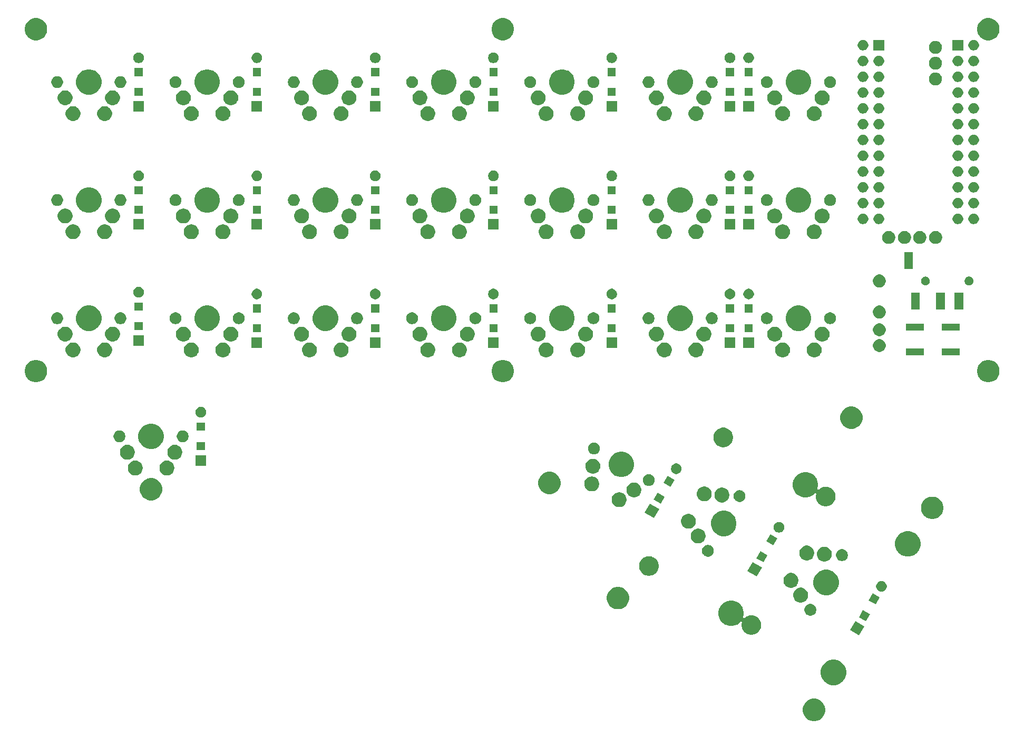
<source format=gbr>
G04 #@! TF.GenerationSoftware,KiCad,Pcbnew,5.1.2*
G04 #@! TF.CreationDate,2019-05-09T21:38:36-07:00*
G04 #@! TF.ProjectId,spacetime,73706163-6574-4696-9d65-2e6b69636164,v0.1*
G04 #@! TF.SameCoordinates,Original*
G04 #@! TF.FileFunction,Soldermask,Top*
G04 #@! TF.FilePolarity,Negative*
%FSLAX46Y46*%
G04 Gerber Fmt 4.6, Leading zero omitted, Abs format (unit mm)*
G04 Created by KiCad (PCBNEW 5.1.2) date 2019-05-09 21:38:36*
%MOMM*%
%LPD*%
G04 APERTURE LIST*
%ADD10C,0.100000*%
G04 APERTURE END LIST*
D10*
G36*
X195025331Y-137268211D02*
G01*
X195353092Y-137403974D01*
X195648070Y-137601072D01*
X195898928Y-137851930D01*
X196096026Y-138146908D01*
X196231789Y-138474669D01*
X196301000Y-138822616D01*
X196301000Y-139177384D01*
X196231789Y-139525331D01*
X196096026Y-139853092D01*
X195898928Y-140148070D01*
X195648070Y-140398928D01*
X195353092Y-140596026D01*
X195025331Y-140731789D01*
X194677384Y-140801000D01*
X194322616Y-140801000D01*
X193974669Y-140731789D01*
X193646908Y-140596026D01*
X193351930Y-140398928D01*
X193101072Y-140148070D01*
X192903974Y-139853092D01*
X192768211Y-139525331D01*
X192699000Y-139177384D01*
X192699000Y-138822616D01*
X192768211Y-138474669D01*
X192903974Y-138146908D01*
X193101072Y-137851930D01*
X193351930Y-137601072D01*
X193646908Y-137403974D01*
X193974669Y-137268211D01*
X194322616Y-137199000D01*
X194677384Y-137199000D01*
X195025331Y-137268211D01*
X195025331Y-137268211D01*
G37*
G36*
X198230997Y-130999795D02*
G01*
X198448997Y-131090094D01*
X198603146Y-131153944D01*
X198938071Y-131377734D01*
X199222900Y-131662563D01*
X199446690Y-131997488D01*
X199446690Y-131997489D01*
X199600839Y-132369637D01*
X199679423Y-132764705D01*
X199679423Y-133167517D01*
X199600839Y-133562585D01*
X199510540Y-133780585D01*
X199446690Y-133934734D01*
X199222900Y-134269659D01*
X198938071Y-134554488D01*
X198603146Y-134778278D01*
X198448997Y-134842128D01*
X198230997Y-134932427D01*
X197835929Y-135011011D01*
X197433117Y-135011011D01*
X197038049Y-134932427D01*
X196820049Y-134842128D01*
X196665900Y-134778278D01*
X196330975Y-134554488D01*
X196046146Y-134269659D01*
X195822356Y-133934734D01*
X195758506Y-133780585D01*
X195668207Y-133562585D01*
X195589623Y-133167517D01*
X195589623Y-132764705D01*
X195668207Y-132369637D01*
X195822356Y-131997489D01*
X195822356Y-131997488D01*
X196046146Y-131662563D01*
X196330975Y-131377734D01*
X196665900Y-131153944D01*
X196820049Y-131090094D01*
X197038049Y-130999795D01*
X197433117Y-130921211D01*
X197835929Y-130921211D01*
X198230997Y-130999795D01*
X198230997Y-130999795D01*
G37*
G36*
X202595174Y-125566011D02*
G01*
X201744174Y-127039987D01*
X200270198Y-126188987D01*
X201121198Y-124715011D01*
X202595174Y-125566011D01*
X202595174Y-125566011D01*
G37*
G36*
X181776514Y-121499795D02*
G01*
X181988653Y-121587666D01*
X182148663Y-121653944D01*
X182483588Y-121877734D01*
X182768417Y-122162563D01*
X182992207Y-122497488D01*
X183043787Y-122622013D01*
X183146356Y-122869637D01*
X183224940Y-123264705D01*
X183224940Y-123667517D01*
X183146356Y-124062583D01*
X183142124Y-124072801D01*
X183135011Y-124096250D01*
X183132609Y-124120636D01*
X183135011Y-124145022D01*
X183142124Y-124168471D01*
X183153675Y-124190082D01*
X183169220Y-124209024D01*
X183188162Y-124224570D01*
X183209772Y-124236121D01*
X183233221Y-124243234D01*
X183257607Y-124245636D01*
X183281993Y-124243234D01*
X183305442Y-124236121D01*
X183327053Y-124224570D01*
X183345990Y-124209030D01*
X183432292Y-124122728D01*
X183690254Y-123950364D01*
X183690255Y-123950363D01*
X183931566Y-123850409D01*
X183976885Y-123831637D01*
X184129029Y-123801374D01*
X184281171Y-123771111D01*
X184591421Y-123771111D01*
X184743563Y-123801374D01*
X184895707Y-123831637D01*
X184941026Y-123850409D01*
X185182337Y-123950363D01*
X185182338Y-123950364D01*
X185440300Y-124122728D01*
X185659679Y-124342107D01*
X185721569Y-124434733D01*
X185832044Y-124600070D01*
X185901592Y-124767974D01*
X185948421Y-124881028D01*
X185950770Y-124886701D01*
X186011296Y-125190986D01*
X186011296Y-125501236D01*
X185950770Y-125805521D01*
X185832044Y-126092152D01*
X185832043Y-126092153D01*
X185659679Y-126350115D01*
X185440300Y-126569494D01*
X185267935Y-126684664D01*
X185182337Y-126741859D01*
X185014433Y-126811407D01*
X184895707Y-126860585D01*
X184591421Y-126921111D01*
X184281171Y-126921111D01*
X183976885Y-126860585D01*
X183858159Y-126811407D01*
X183690255Y-126741859D01*
X183604657Y-126684664D01*
X183432292Y-126569494D01*
X183212913Y-126350115D01*
X183040549Y-126092153D01*
X183040548Y-126092152D01*
X182921822Y-125805521D01*
X182861296Y-125501236D01*
X182861296Y-125190986D01*
X182908585Y-124953249D01*
X182910987Y-124928863D01*
X182908585Y-124904477D01*
X182901472Y-124881028D01*
X182889921Y-124859417D01*
X182874376Y-124840475D01*
X182855434Y-124824930D01*
X182833823Y-124813379D01*
X182810374Y-124806266D01*
X182785988Y-124803864D01*
X182761602Y-124806266D01*
X182738153Y-124813379D01*
X182716542Y-124824930D01*
X182697606Y-124840470D01*
X182483588Y-125054488D01*
X182148663Y-125278278D01*
X181994514Y-125342128D01*
X181776514Y-125432427D01*
X181381446Y-125511011D01*
X180978634Y-125511011D01*
X180583566Y-125432427D01*
X180365566Y-125342128D01*
X180211417Y-125278278D01*
X179876492Y-125054488D01*
X179591663Y-124769659D01*
X179367873Y-124434734D01*
X179285605Y-124236121D01*
X179213724Y-124062585D01*
X179135140Y-123667517D01*
X179135140Y-123264705D01*
X179213724Y-122869637D01*
X179316293Y-122622013D01*
X179367873Y-122497488D01*
X179591663Y-122162563D01*
X179876492Y-121877734D01*
X180211417Y-121653944D01*
X180371427Y-121587666D01*
X180583566Y-121499795D01*
X180978634Y-121421211D01*
X181381446Y-121421211D01*
X181776514Y-121499795D01*
X181776514Y-121499795D01*
G37*
G36*
X203484469Y-123625707D02*
G01*
X202833469Y-124753273D01*
X201705903Y-124102273D01*
X202356903Y-122974707D01*
X203484469Y-123625707D01*
X203484469Y-123625707D01*
G37*
G36*
X194191878Y-121984955D02*
G01*
X194364949Y-122056643D01*
X194364950Y-122056644D01*
X194520710Y-122160719D01*
X194653173Y-122293182D01*
X194653174Y-122293184D01*
X194757249Y-122448943D01*
X194828937Y-122622014D01*
X194865483Y-122805742D01*
X194865483Y-122993076D01*
X194828937Y-123176804D01*
X194757249Y-123349875D01*
X194757248Y-123349876D01*
X194653173Y-123505636D01*
X194520710Y-123638099D01*
X194442301Y-123690490D01*
X194364949Y-123742175D01*
X194191878Y-123813863D01*
X194008150Y-123850409D01*
X193820816Y-123850409D01*
X193637088Y-123813863D01*
X193464017Y-123742175D01*
X193386665Y-123690490D01*
X193308256Y-123638099D01*
X193175793Y-123505636D01*
X193071718Y-123349876D01*
X193071717Y-123349875D01*
X193000029Y-123176804D01*
X192963483Y-122993076D01*
X192963483Y-122805742D01*
X193000029Y-122622014D01*
X193071717Y-122448943D01*
X193175792Y-122293184D01*
X193175793Y-122293182D01*
X193308256Y-122160719D01*
X193464016Y-122056644D01*
X193464017Y-122056643D01*
X193637088Y-121984955D01*
X193820816Y-121948409D01*
X194008150Y-121948409D01*
X194191878Y-121984955D01*
X194191878Y-121984955D01*
G37*
G36*
X163525331Y-119268211D02*
G01*
X163853092Y-119403974D01*
X164148070Y-119601072D01*
X164398928Y-119851930D01*
X164596026Y-120146908D01*
X164731789Y-120474669D01*
X164801000Y-120822616D01*
X164801000Y-121177384D01*
X164731789Y-121525331D01*
X164596026Y-121853092D01*
X164398928Y-122148070D01*
X164148070Y-122398928D01*
X163853092Y-122596026D01*
X163525331Y-122731789D01*
X163177384Y-122801000D01*
X162822616Y-122801000D01*
X162474669Y-122731789D01*
X162146908Y-122596026D01*
X161851930Y-122398928D01*
X161601072Y-122148070D01*
X161403974Y-121853092D01*
X161268211Y-121525331D01*
X161199000Y-121177384D01*
X161199000Y-120822616D01*
X161268211Y-120474669D01*
X161403974Y-120146908D01*
X161601072Y-119851930D01*
X161851930Y-119601072D01*
X162146908Y-119403974D01*
X162474669Y-119268211D01*
X162822616Y-119199000D01*
X163177384Y-119199000D01*
X163525331Y-119268211D01*
X163525331Y-119268211D01*
G37*
G36*
X205059469Y-120897727D02*
G01*
X204408469Y-122025293D01*
X203280903Y-121374293D01*
X203931903Y-120246727D01*
X205059469Y-120897727D01*
X205059469Y-120897727D01*
G37*
G36*
X192698054Y-119381441D02*
G01*
X192908529Y-119468623D01*
X192915349Y-119471448D01*
X193110908Y-119602117D01*
X193277218Y-119768427D01*
X193300685Y-119803547D01*
X193407888Y-119963988D01*
X193497894Y-120181281D01*
X193543778Y-120411957D01*
X193543778Y-120647157D01*
X193497894Y-120877833D01*
X193489653Y-120897728D01*
X193407887Y-121095128D01*
X193277218Y-121290687D01*
X193110908Y-121456997D01*
X192915349Y-121587666D01*
X192915348Y-121587667D01*
X192915347Y-121587667D01*
X192698054Y-121677673D01*
X192467378Y-121723557D01*
X192232178Y-121723557D01*
X192001502Y-121677673D01*
X191784209Y-121587667D01*
X191784208Y-121587667D01*
X191784207Y-121587666D01*
X191588648Y-121456997D01*
X191422338Y-121290687D01*
X191291669Y-121095128D01*
X191209903Y-120897728D01*
X191201662Y-120877833D01*
X191155778Y-120647157D01*
X191155778Y-120411957D01*
X191201662Y-120181281D01*
X191291668Y-119963988D01*
X191398872Y-119803547D01*
X191422338Y-119768427D01*
X191588648Y-119602117D01*
X191784207Y-119471448D01*
X191791027Y-119468623D01*
X192001502Y-119381441D01*
X192232178Y-119335557D01*
X192467378Y-119335557D01*
X192698054Y-119381441D01*
X192698054Y-119381441D01*
G37*
G36*
X197050957Y-116533684D02*
G01*
X197192111Y-116592152D01*
X197423106Y-116687833D01*
X197758031Y-116911623D01*
X198042860Y-117196452D01*
X198266650Y-117531377D01*
X198330500Y-117685526D01*
X198420799Y-117903526D01*
X198499383Y-118298594D01*
X198499383Y-118701406D01*
X198420799Y-119096474D01*
X198378331Y-119199000D01*
X198266650Y-119468623D01*
X198042860Y-119803548D01*
X197758031Y-120088377D01*
X197423106Y-120312167D01*
X197268957Y-120376017D01*
X197050957Y-120466316D01*
X196655889Y-120544900D01*
X196253077Y-120544900D01*
X195858009Y-120466316D01*
X195640009Y-120376017D01*
X195485860Y-120312167D01*
X195150935Y-120088377D01*
X194866106Y-119803548D01*
X194642316Y-119468623D01*
X194530635Y-119199000D01*
X194488167Y-119096474D01*
X194409583Y-118701406D01*
X194409583Y-118298594D01*
X194488167Y-117903526D01*
X194578466Y-117685526D01*
X194642316Y-117531377D01*
X194866106Y-117196452D01*
X195150935Y-116911623D01*
X195485860Y-116687833D01*
X195716855Y-116592152D01*
X195858009Y-116533684D01*
X196253077Y-116455100D01*
X196655889Y-116455100D01*
X197050957Y-116533684D01*
X197050957Y-116533684D01*
G37*
G36*
X205580914Y-118304204D02*
G01*
X205735786Y-118368354D01*
X205875167Y-118461486D01*
X205993701Y-118580020D01*
X206086833Y-118719401D01*
X206150983Y-118874273D01*
X206183686Y-119038685D01*
X206183686Y-119206317D01*
X206150983Y-119370729D01*
X206086833Y-119525601D01*
X205993701Y-119664982D01*
X205875167Y-119783516D01*
X205735786Y-119876648D01*
X205580914Y-119940798D01*
X205416502Y-119973501D01*
X205248870Y-119973501D01*
X205084458Y-119940798D01*
X204929586Y-119876648D01*
X204790205Y-119783516D01*
X204671671Y-119664982D01*
X204578539Y-119525601D01*
X204514389Y-119370729D01*
X204481686Y-119206317D01*
X204481686Y-119038685D01*
X204514389Y-118874273D01*
X204578539Y-118719401D01*
X204671671Y-118580020D01*
X204790205Y-118461486D01*
X204929586Y-118368354D01*
X205084458Y-118304204D01*
X205248870Y-118271501D01*
X205416502Y-118271501D01*
X205580914Y-118304204D01*
X205580914Y-118304204D01*
G37*
G36*
X191133350Y-117011589D02*
G01*
X191350643Y-117101595D01*
X191350645Y-117101596D01*
X191546204Y-117232265D01*
X191712514Y-117398575D01*
X191807002Y-117539985D01*
X191843184Y-117594136D01*
X191933190Y-117811429D01*
X191979074Y-118042105D01*
X191979074Y-118277305D01*
X191933190Y-118507981D01*
X191903350Y-118580020D01*
X191843183Y-118725276D01*
X191712514Y-118920835D01*
X191546204Y-119087145D01*
X191350645Y-119217814D01*
X191350644Y-119217815D01*
X191350643Y-119217815D01*
X191133350Y-119307821D01*
X190902674Y-119353705D01*
X190667474Y-119353705D01*
X190436798Y-119307821D01*
X190219505Y-119217815D01*
X190219504Y-119217815D01*
X190219503Y-119217814D01*
X190023944Y-119087145D01*
X189857634Y-118920835D01*
X189726965Y-118725276D01*
X189666798Y-118580020D01*
X189636958Y-118507981D01*
X189591074Y-118277305D01*
X189591074Y-118042105D01*
X189636958Y-117811429D01*
X189726964Y-117594136D01*
X189763147Y-117539985D01*
X189857634Y-117398575D01*
X190023944Y-117232265D01*
X190219503Y-117101596D01*
X190219505Y-117101595D01*
X190436798Y-117011589D01*
X190667474Y-116965705D01*
X190902674Y-116965705D01*
X191133350Y-117011589D01*
X191133350Y-117011589D01*
G37*
G36*
X186140690Y-116066010D02*
G01*
X185289690Y-117539986D01*
X183815714Y-116688986D01*
X184666714Y-115215010D01*
X186140690Y-116066010D01*
X186140690Y-116066010D01*
G37*
G36*
X168289080Y-114301374D02*
G01*
X168441224Y-114331637D01*
X168486543Y-114350409D01*
X168727854Y-114450363D01*
X168727855Y-114450364D01*
X168985817Y-114622728D01*
X169205196Y-114842107D01*
X169272848Y-114943356D01*
X169377561Y-115100070D01*
X169496287Y-115386701D01*
X169556813Y-115690986D01*
X169556813Y-116001236D01*
X169496287Y-116305521D01*
X169377561Y-116592152D01*
X169377560Y-116592153D01*
X169205196Y-116850115D01*
X168985817Y-117069494D01*
X168813452Y-117184664D01*
X168727854Y-117241859D01*
X168559950Y-117311407D01*
X168441224Y-117360585D01*
X168289080Y-117390848D01*
X168136938Y-117421111D01*
X167826688Y-117421111D01*
X167674546Y-117390848D01*
X167522402Y-117360585D01*
X167403676Y-117311407D01*
X167235772Y-117241859D01*
X167150174Y-117184664D01*
X166977809Y-117069494D01*
X166758430Y-116850115D01*
X166586066Y-116592153D01*
X166586065Y-116592152D01*
X166467339Y-116305521D01*
X166406813Y-116001236D01*
X166406813Y-115690986D01*
X166467339Y-115386701D01*
X166586065Y-115100070D01*
X166690778Y-114943356D01*
X166758430Y-114842107D01*
X166977809Y-114622728D01*
X167235771Y-114450364D01*
X167235772Y-114450363D01*
X167477083Y-114350409D01*
X167522402Y-114331637D01*
X167674546Y-114301374D01*
X167826688Y-114271111D01*
X168136938Y-114271111D01*
X168289080Y-114301374D01*
X168289080Y-114301374D01*
G37*
G36*
X187029985Y-114125706D02*
G01*
X186378985Y-115253272D01*
X185251419Y-114602272D01*
X185902419Y-113474706D01*
X187029985Y-114125706D01*
X187029985Y-114125706D01*
G37*
G36*
X196508054Y-112782327D02*
G01*
X196725347Y-112872333D01*
X196725349Y-112872334D01*
X196920908Y-113003003D01*
X197087218Y-113169313D01*
X197104199Y-113194726D01*
X197217888Y-113364874D01*
X197307894Y-113582167D01*
X197353778Y-113812843D01*
X197353778Y-114048043D01*
X197307894Y-114278719D01*
X197236796Y-114450363D01*
X197217887Y-114496014D01*
X197087218Y-114691573D01*
X196920908Y-114857883D01*
X196725349Y-114988552D01*
X196725348Y-114988553D01*
X196725347Y-114988553D01*
X196508054Y-115078559D01*
X196277378Y-115124443D01*
X196042178Y-115124443D01*
X195811502Y-115078559D01*
X195594209Y-114988553D01*
X195594208Y-114988553D01*
X195594207Y-114988552D01*
X195398648Y-114857883D01*
X195232338Y-114691573D01*
X195101669Y-114496014D01*
X195082760Y-114450363D01*
X195011662Y-114278719D01*
X194965778Y-114048043D01*
X194965778Y-113812843D01*
X195011662Y-113582167D01*
X195101668Y-113364874D01*
X195215358Y-113194726D01*
X195232338Y-113169313D01*
X195398648Y-113003003D01*
X195594207Y-112872334D01*
X195594209Y-112872333D01*
X195811502Y-112782327D01*
X196042178Y-112736443D01*
X196277378Y-112736443D01*
X196508054Y-112782327D01*
X196508054Y-112782327D01*
G37*
G36*
X199271878Y-113186137D02*
G01*
X199444949Y-113257825D01*
X199444950Y-113257826D01*
X199600710Y-113361901D01*
X199733173Y-113494364D01*
X199733174Y-113494366D01*
X199837249Y-113650125D01*
X199908937Y-113823196D01*
X199945483Y-114006924D01*
X199945483Y-114194258D01*
X199908937Y-114377986D01*
X199837249Y-114551057D01*
X199837248Y-114551058D01*
X199733173Y-114706818D01*
X199600710Y-114839281D01*
X199596479Y-114842108D01*
X199444949Y-114943357D01*
X199271878Y-115015045D01*
X199088150Y-115051591D01*
X198900816Y-115051591D01*
X198717088Y-115015045D01*
X198544017Y-114943357D01*
X198392487Y-114842108D01*
X198388256Y-114839281D01*
X198255793Y-114706818D01*
X198151718Y-114551058D01*
X198151717Y-114551057D01*
X198080029Y-114377986D01*
X198043483Y-114194258D01*
X198043483Y-114006924D01*
X198080029Y-113823196D01*
X198151717Y-113650125D01*
X198255792Y-113494366D01*
X198255793Y-113494364D01*
X198388256Y-113361901D01*
X198544016Y-113257826D01*
X198544017Y-113257825D01*
X198717088Y-113186137D01*
X198900816Y-113149591D01*
X199088150Y-113149591D01*
X199271878Y-113186137D01*
X199271878Y-113186137D01*
G37*
G36*
X193673350Y-112612179D02*
G01*
X193890643Y-112702185D01*
X193890645Y-112702186D01*
X193941914Y-112736443D01*
X194086204Y-112832855D01*
X194252514Y-112999165D01*
X194383184Y-113194726D01*
X194473190Y-113412019D01*
X194519074Y-113642695D01*
X194519074Y-113877895D01*
X194473190Y-114108571D01*
X194388155Y-114313862D01*
X194383183Y-114325866D01*
X194252514Y-114521425D01*
X194086204Y-114687735D01*
X193890645Y-114818404D01*
X193890644Y-114818405D01*
X193890643Y-114818405D01*
X193673350Y-114908411D01*
X193442674Y-114954295D01*
X193207474Y-114954295D01*
X192976798Y-114908411D01*
X192759505Y-114818405D01*
X192759504Y-114818405D01*
X192759503Y-114818404D01*
X192563944Y-114687735D01*
X192397634Y-114521425D01*
X192266965Y-114325866D01*
X192261993Y-114313862D01*
X192176958Y-114108571D01*
X192131074Y-113877895D01*
X192131074Y-113642695D01*
X192176958Y-113412019D01*
X192266964Y-113194726D01*
X192397634Y-112999165D01*
X192563944Y-112832855D01*
X192708234Y-112736443D01*
X192759503Y-112702186D01*
X192759505Y-112702185D01*
X192976798Y-112612179D01*
X193207474Y-112566295D01*
X193442674Y-112566295D01*
X193673350Y-112612179D01*
X193673350Y-112612179D01*
G37*
G36*
X177737395Y-112484955D02*
G01*
X177910466Y-112556643D01*
X177910467Y-112556644D01*
X178066227Y-112660719D01*
X178198690Y-112793182D01*
X178251081Y-112871591D01*
X178302766Y-112948943D01*
X178374454Y-113122014D01*
X178411000Y-113305742D01*
X178411000Y-113493076D01*
X178374454Y-113676804D01*
X178302766Y-113849875D01*
X178251081Y-113927227D01*
X178198690Y-114005636D01*
X178066227Y-114138099D01*
X177987818Y-114190490D01*
X177910466Y-114242175D01*
X177737395Y-114313863D01*
X177553667Y-114350409D01*
X177366333Y-114350409D01*
X177182605Y-114313863D01*
X177009534Y-114242175D01*
X176932182Y-114190490D01*
X176853773Y-114138099D01*
X176721310Y-114005636D01*
X176668919Y-113927227D01*
X176617234Y-113849875D01*
X176545546Y-113676804D01*
X176509000Y-113493076D01*
X176509000Y-113305742D01*
X176545546Y-113122014D01*
X176617234Y-112948943D01*
X176668919Y-112871591D01*
X176721310Y-112793182D01*
X176853773Y-112660719D01*
X177009533Y-112556644D01*
X177009534Y-112556643D01*
X177182605Y-112484955D01*
X177366333Y-112448409D01*
X177553667Y-112448409D01*
X177737395Y-112484955D01*
X177737395Y-112484955D01*
G37*
G36*
X210168997Y-110322573D02*
G01*
X210299545Y-110376648D01*
X210541146Y-110476722D01*
X210876071Y-110700512D01*
X211160900Y-110985341D01*
X211384690Y-111320266D01*
X211384690Y-111320267D01*
X211538839Y-111692415D01*
X211617423Y-112087483D01*
X211617423Y-112490295D01*
X211538839Y-112885363D01*
X211490111Y-113003003D01*
X211384690Y-113257512D01*
X211160900Y-113592437D01*
X210876071Y-113877266D01*
X210541146Y-114101056D01*
X210451713Y-114138100D01*
X210168997Y-114255205D01*
X209773929Y-114333789D01*
X209371117Y-114333789D01*
X208976049Y-114255205D01*
X208693333Y-114138100D01*
X208603900Y-114101056D01*
X208268975Y-113877266D01*
X207984146Y-113592437D01*
X207760356Y-113257512D01*
X207654935Y-113003003D01*
X207606207Y-112885363D01*
X207527623Y-112490295D01*
X207527623Y-112087483D01*
X207606207Y-111692415D01*
X207760356Y-111320267D01*
X207760356Y-111320266D01*
X207984146Y-110985341D01*
X208268975Y-110700512D01*
X208603900Y-110476722D01*
X208845501Y-110376648D01*
X208976049Y-110322573D01*
X209371117Y-110243989D01*
X209773929Y-110243989D01*
X210168997Y-110322573D01*
X210168997Y-110322573D01*
G37*
G36*
X188604985Y-111397726D02*
G01*
X187953985Y-112525292D01*
X186826419Y-111874292D01*
X187477419Y-110746726D01*
X188604985Y-111397726D01*
X188604985Y-111397726D01*
G37*
G36*
X176243571Y-109881441D02*
G01*
X176454046Y-109968623D01*
X176460866Y-109971448D01*
X176656425Y-110102117D01*
X176822735Y-110268427D01*
X176937910Y-110440797D01*
X176953405Y-110463988D01*
X177043411Y-110681281D01*
X177089295Y-110911957D01*
X177089295Y-111147157D01*
X177043411Y-111377833D01*
X176953405Y-111595126D01*
X176953404Y-111595128D01*
X176822735Y-111790687D01*
X176656425Y-111956997D01*
X176460866Y-112087666D01*
X176460865Y-112087667D01*
X176460864Y-112087667D01*
X176243571Y-112177673D01*
X176012895Y-112223557D01*
X175777695Y-112223557D01*
X175547019Y-112177673D01*
X175329726Y-112087667D01*
X175329725Y-112087667D01*
X175329724Y-112087666D01*
X175134165Y-111956997D01*
X174967855Y-111790687D01*
X174837186Y-111595128D01*
X174837185Y-111595126D01*
X174747179Y-111377833D01*
X174701295Y-111147157D01*
X174701295Y-110911957D01*
X174747179Y-110681281D01*
X174837185Y-110463988D01*
X174852681Y-110440797D01*
X174967855Y-110268427D01*
X175134165Y-110102117D01*
X175329724Y-109971448D01*
X175336544Y-109968623D01*
X175547019Y-109881441D01*
X175777695Y-109835557D01*
X176012895Y-109835557D01*
X176243571Y-109881441D01*
X176243571Y-109881441D01*
G37*
G36*
X180596474Y-107033684D02*
G01*
X180814474Y-107123983D01*
X180968623Y-107187833D01*
X181303548Y-107411623D01*
X181588377Y-107696452D01*
X181812167Y-108031377D01*
X181838945Y-108096025D01*
X181966316Y-108403526D01*
X182044900Y-108798594D01*
X182044900Y-109201406D01*
X181966316Y-109596474D01*
X181920818Y-109706315D01*
X181812167Y-109968623D01*
X181588377Y-110303548D01*
X181303548Y-110588377D01*
X180968623Y-110812167D01*
X180814474Y-110876017D01*
X180596474Y-110966316D01*
X180201406Y-111044900D01*
X179798594Y-111044900D01*
X179403526Y-110966316D01*
X179185526Y-110876017D01*
X179031377Y-110812167D01*
X178696452Y-110588377D01*
X178411623Y-110303548D01*
X178187833Y-109968623D01*
X178079182Y-109706315D01*
X178033684Y-109596474D01*
X177955100Y-109201406D01*
X177955100Y-108798594D01*
X178033684Y-108403526D01*
X178161055Y-108096025D01*
X178187833Y-108031377D01*
X178411623Y-107696452D01*
X178696452Y-107411623D01*
X179031377Y-107187833D01*
X179185526Y-107123983D01*
X179403526Y-107033684D01*
X179798594Y-106955100D01*
X180201406Y-106955100D01*
X180596474Y-107033684D01*
X180596474Y-107033684D01*
G37*
G36*
X189126430Y-108804203D02*
G01*
X189281302Y-108868353D01*
X189420683Y-108961485D01*
X189539217Y-109080019D01*
X189632349Y-109219400D01*
X189696499Y-109374272D01*
X189729202Y-109538684D01*
X189729202Y-109706316D01*
X189696499Y-109870728D01*
X189632349Y-110025600D01*
X189539217Y-110164981D01*
X189420683Y-110283515D01*
X189281302Y-110376647D01*
X189126430Y-110440797D01*
X188962018Y-110473500D01*
X188794386Y-110473500D01*
X188629974Y-110440797D01*
X188475102Y-110376647D01*
X188335721Y-110283515D01*
X188217187Y-110164981D01*
X188124055Y-110025600D01*
X188059905Y-109870728D01*
X188027202Y-109706316D01*
X188027202Y-109538684D01*
X188059905Y-109374272D01*
X188124055Y-109219400D01*
X188217187Y-109080019D01*
X188335721Y-108961485D01*
X188475102Y-108868353D01*
X188629974Y-108804203D01*
X188794386Y-108771500D01*
X188962018Y-108771500D01*
X189126430Y-108804203D01*
X189126430Y-108804203D01*
G37*
G36*
X174678867Y-107511589D02*
G01*
X174896160Y-107601595D01*
X174896162Y-107601596D01*
X175091721Y-107732265D01*
X175258031Y-107898575D01*
X175346768Y-108031378D01*
X175388701Y-108094136D01*
X175478707Y-108311429D01*
X175524591Y-108542105D01*
X175524591Y-108777305D01*
X175478707Y-109007981D01*
X175448867Y-109080020D01*
X175388700Y-109225276D01*
X175258031Y-109420835D01*
X175091721Y-109587145D01*
X174896162Y-109717814D01*
X174896161Y-109717815D01*
X174896160Y-109717815D01*
X174678867Y-109807821D01*
X174448191Y-109853705D01*
X174212991Y-109853705D01*
X173982315Y-109807821D01*
X173765022Y-109717815D01*
X173765021Y-109717815D01*
X173765020Y-109717814D01*
X173569461Y-109587145D01*
X173403151Y-109420835D01*
X173272482Y-109225276D01*
X173212315Y-109080020D01*
X173182475Y-109007981D01*
X173136591Y-108777305D01*
X173136591Y-108542105D01*
X173182475Y-108311429D01*
X173272481Y-108094136D01*
X173314415Y-108031378D01*
X173403151Y-107898575D01*
X173569461Y-107732265D01*
X173765020Y-107601596D01*
X173765022Y-107601595D01*
X173982315Y-107511589D01*
X174212991Y-107465705D01*
X174448191Y-107465705D01*
X174678867Y-107511589D01*
X174678867Y-107511589D01*
G37*
G36*
X214025331Y-104768211D02*
G01*
X214353092Y-104903974D01*
X214648070Y-105101072D01*
X214898928Y-105351930D01*
X215096026Y-105646908D01*
X215231789Y-105974669D01*
X215301000Y-106322616D01*
X215301000Y-106677384D01*
X215231789Y-107025331D01*
X215096026Y-107353092D01*
X214898928Y-107648070D01*
X214648070Y-107898928D01*
X214353092Y-108096026D01*
X214025331Y-108231789D01*
X213677384Y-108301000D01*
X213322616Y-108301000D01*
X212974669Y-108231789D01*
X212646908Y-108096026D01*
X212351930Y-107898928D01*
X212101072Y-107648070D01*
X211903974Y-107353092D01*
X211768211Y-107025331D01*
X211699000Y-106677384D01*
X211699000Y-106322616D01*
X211768211Y-105974669D01*
X211903974Y-105646908D01*
X212101072Y-105351930D01*
X212351930Y-105101072D01*
X212646908Y-104903974D01*
X212974669Y-104768211D01*
X213322616Y-104699000D01*
X213677384Y-104699000D01*
X214025331Y-104768211D01*
X214025331Y-104768211D01*
G37*
G36*
X169636209Y-106652613D02*
G01*
X168785209Y-108126589D01*
X167311233Y-107275589D01*
X168162233Y-105801613D01*
X169636209Y-106652613D01*
X169636209Y-106652613D01*
G37*
G36*
X163553497Y-104021293D02*
G01*
X163770790Y-104111299D01*
X163770792Y-104111300D01*
X163944330Y-104227255D01*
X163966351Y-104241969D01*
X164132661Y-104408279D01*
X164263331Y-104603840D01*
X164353337Y-104821133D01*
X164399221Y-105051809D01*
X164399221Y-105287009D01*
X164353337Y-105517685D01*
X164263331Y-105734978D01*
X164263330Y-105734980D01*
X164132661Y-105930539D01*
X163966351Y-106096849D01*
X163770792Y-106227518D01*
X163770791Y-106227519D01*
X163770790Y-106227519D01*
X163553497Y-106317525D01*
X163322821Y-106363409D01*
X163087621Y-106363409D01*
X162856945Y-106317525D01*
X162639652Y-106227519D01*
X162639651Y-106227519D01*
X162639650Y-106227518D01*
X162444091Y-106096849D01*
X162277781Y-105930539D01*
X162147112Y-105734980D01*
X162147111Y-105734978D01*
X162057105Y-105517685D01*
X162011221Y-105287009D01*
X162011221Y-105051809D01*
X162057105Y-104821133D01*
X162147111Y-104603840D01*
X162277781Y-104408279D01*
X162444091Y-104241969D01*
X162466112Y-104227255D01*
X162639650Y-104111300D01*
X162639652Y-104111299D01*
X162856945Y-104021293D01*
X163087621Y-103975409D01*
X163322821Y-103975409D01*
X163553497Y-104021293D01*
X163553497Y-104021293D01*
G37*
G36*
X193714514Y-100822573D02*
G01*
X193911033Y-100903974D01*
X194086663Y-100976722D01*
X194421588Y-101200512D01*
X194706417Y-101485341D01*
X194930207Y-101820266D01*
X194964880Y-101903974D01*
X195084356Y-102192415D01*
X195162940Y-102587483D01*
X195162940Y-102990295D01*
X195084356Y-103385361D01*
X195080124Y-103395579D01*
X195073011Y-103419028D01*
X195070609Y-103443414D01*
X195073011Y-103467800D01*
X195080124Y-103491249D01*
X195091675Y-103512860D01*
X195107220Y-103531802D01*
X195126162Y-103547348D01*
X195147772Y-103558899D01*
X195171221Y-103566012D01*
X195195607Y-103568414D01*
X195219993Y-103566012D01*
X195243442Y-103558899D01*
X195265053Y-103547348D01*
X195283990Y-103531808D01*
X195370292Y-103445506D01*
X195614506Y-103282328D01*
X195628255Y-103273141D01*
X195816958Y-103194978D01*
X195914885Y-103154415D01*
X196128654Y-103111894D01*
X196219171Y-103093889D01*
X196529421Y-103093889D01*
X196619938Y-103111894D01*
X196833707Y-103154415D01*
X196931634Y-103194978D01*
X197120337Y-103273141D01*
X197134086Y-103282328D01*
X197378300Y-103445506D01*
X197597679Y-103664885D01*
X197672942Y-103777525D01*
X197770044Y-103922848D01*
X197812494Y-104025332D01*
X197886421Y-104203806D01*
X197888770Y-104209479D01*
X197949296Y-104513764D01*
X197949296Y-104824014D01*
X197938560Y-104877986D01*
X197888770Y-105128300D01*
X197845904Y-105231788D01*
X197770044Y-105414930D01*
X197743741Y-105454295D01*
X197597679Y-105672893D01*
X197378300Y-105892272D01*
X197205935Y-106007442D01*
X197120337Y-106064637D01*
X196952433Y-106134185D01*
X196833707Y-106183363D01*
X196529421Y-106243889D01*
X196219171Y-106243889D01*
X195914885Y-106183363D01*
X195796159Y-106134185D01*
X195628255Y-106064637D01*
X195542657Y-106007442D01*
X195370292Y-105892272D01*
X195150913Y-105672893D01*
X195004851Y-105454295D01*
X194978548Y-105414930D01*
X194902688Y-105231788D01*
X194859822Y-105128300D01*
X194810032Y-104877986D01*
X194799296Y-104824014D01*
X194799296Y-104513764D01*
X194828721Y-104365835D01*
X194846585Y-104276024D01*
X194848987Y-104251641D01*
X194846585Y-104227255D01*
X194839472Y-104203806D01*
X194827921Y-104182195D01*
X194812376Y-104163253D01*
X194793434Y-104147708D01*
X194771823Y-104136157D01*
X194748374Y-104129044D01*
X194723988Y-104126642D01*
X194699602Y-104129044D01*
X194676153Y-104136157D01*
X194654542Y-104147708D01*
X194635606Y-104163248D01*
X194421588Y-104377266D01*
X194086663Y-104601056D01*
X193937565Y-104662814D01*
X193714514Y-104755205D01*
X193319446Y-104833789D01*
X192916634Y-104833789D01*
X192521566Y-104755205D01*
X192298515Y-104662814D01*
X192149417Y-104601056D01*
X191814492Y-104377266D01*
X191529663Y-104092437D01*
X191305873Y-103757512D01*
X191222756Y-103556849D01*
X191151724Y-103385363D01*
X191073140Y-102990295D01*
X191073140Y-102587483D01*
X191151724Y-102192415D01*
X191271200Y-101903974D01*
X191305873Y-101820266D01*
X191529663Y-101485341D01*
X191814492Y-101200512D01*
X192149417Y-100976722D01*
X192325047Y-100903974D01*
X192521566Y-100822573D01*
X192916634Y-100743989D01*
X193319446Y-100743989D01*
X193714514Y-100822573D01*
X193714514Y-100822573D01*
G37*
G36*
X170525504Y-104712309D02*
G01*
X169874504Y-105839875D01*
X168746938Y-105188875D01*
X169397938Y-104061309D01*
X170525504Y-104712309D01*
X170525504Y-104712309D01*
G37*
G36*
X180053571Y-103282327D02*
G01*
X180270864Y-103372333D01*
X180270866Y-103372334D01*
X180466425Y-103503003D01*
X180632735Y-103669313D01*
X180705040Y-103777524D01*
X180763405Y-103864874D01*
X180853411Y-104082167D01*
X180899295Y-104312843D01*
X180899295Y-104548043D01*
X180853411Y-104778719D01*
X180801528Y-104903975D01*
X180763404Y-104996014D01*
X180632735Y-105191573D01*
X180466425Y-105357883D01*
X180270866Y-105488552D01*
X180270865Y-105488553D01*
X180270864Y-105488553D01*
X180053571Y-105578559D01*
X179822895Y-105624443D01*
X179587695Y-105624443D01*
X179357019Y-105578559D01*
X179139726Y-105488553D01*
X179139725Y-105488553D01*
X179139724Y-105488552D01*
X178944165Y-105357883D01*
X178777855Y-105191573D01*
X178647186Y-104996014D01*
X178609062Y-104903975D01*
X178557179Y-104778719D01*
X178511295Y-104548043D01*
X178511295Y-104312843D01*
X178557179Y-104082167D01*
X178647185Y-103864874D01*
X178705551Y-103777524D01*
X178777855Y-103669313D01*
X178944165Y-103503003D01*
X179139724Y-103372334D01*
X179139726Y-103372333D01*
X179357019Y-103282327D01*
X179587695Y-103236443D01*
X179822895Y-103236443D01*
X180053571Y-103282327D01*
X180053571Y-103282327D01*
G37*
G36*
X182817395Y-103686137D02*
G01*
X182990466Y-103757825D01*
X183019949Y-103777525D01*
X183146227Y-103861901D01*
X183278690Y-103994364D01*
X183278691Y-103994366D01*
X183382766Y-104150125D01*
X183454454Y-104323196D01*
X183491000Y-104506924D01*
X183491000Y-104694258D01*
X183454454Y-104877986D01*
X183382766Y-105051057D01*
X183349347Y-105101072D01*
X183278690Y-105206818D01*
X183146227Y-105339281D01*
X183127296Y-105351930D01*
X182990466Y-105443357D01*
X182817395Y-105515045D01*
X182633667Y-105551591D01*
X182446333Y-105551591D01*
X182262605Y-105515045D01*
X182089534Y-105443357D01*
X181952704Y-105351930D01*
X181933773Y-105339281D01*
X181801310Y-105206818D01*
X181730653Y-105101072D01*
X181697234Y-105051057D01*
X181625546Y-104877986D01*
X181589000Y-104694258D01*
X181589000Y-104506924D01*
X181625546Y-104323196D01*
X181697234Y-104150125D01*
X181801309Y-103994366D01*
X181801310Y-103994364D01*
X181933773Y-103861901D01*
X182060051Y-103777525D01*
X182089534Y-103757825D01*
X182262605Y-103686137D01*
X182446333Y-103649591D01*
X182633667Y-103649591D01*
X182817395Y-103686137D01*
X182817395Y-103686137D01*
G37*
G36*
X177218867Y-103112179D02*
G01*
X177436160Y-103202185D01*
X177436162Y-103202186D01*
X177631721Y-103332855D01*
X177798031Y-103499165D01*
X177923886Y-103687519D01*
X177928701Y-103694726D01*
X178018707Y-103912019D01*
X178064591Y-104142695D01*
X178064591Y-104377895D01*
X178018707Y-104608571D01*
X177929468Y-104824013D01*
X177928700Y-104825866D01*
X177798031Y-105021425D01*
X177631721Y-105187735D01*
X177436162Y-105318404D01*
X177436161Y-105318405D01*
X177436160Y-105318405D01*
X177218867Y-105408411D01*
X176988191Y-105454295D01*
X176752991Y-105454295D01*
X176522315Y-105408411D01*
X176305022Y-105318405D01*
X176305021Y-105318405D01*
X176305020Y-105318404D01*
X176109461Y-105187735D01*
X175943151Y-105021425D01*
X175812482Y-104825866D01*
X175811714Y-104824013D01*
X175722475Y-104608571D01*
X175676591Y-104377895D01*
X175676591Y-104142695D01*
X175722475Y-103912019D01*
X175812481Y-103694726D01*
X175817297Y-103687519D01*
X175943151Y-103499165D01*
X176109461Y-103332855D01*
X176305020Y-103202186D01*
X176305022Y-103202185D01*
X176522315Y-103112179D01*
X176752991Y-103066295D01*
X176988191Y-103066295D01*
X177218867Y-103112179D01*
X177218867Y-103112179D01*
G37*
G36*
X88525331Y-101768211D02*
G01*
X88853092Y-101903974D01*
X89148070Y-102101072D01*
X89398928Y-102351930D01*
X89596026Y-102646908D01*
X89731789Y-102974669D01*
X89801000Y-103322616D01*
X89801000Y-103677384D01*
X89731789Y-104025331D01*
X89596026Y-104353092D01*
X89398928Y-104648070D01*
X89148070Y-104898928D01*
X88853092Y-105096026D01*
X88525331Y-105231789D01*
X88177384Y-105301000D01*
X87822616Y-105301000D01*
X87474669Y-105231789D01*
X87146908Y-105096026D01*
X86851930Y-104898928D01*
X86601072Y-104648070D01*
X86403974Y-104353092D01*
X86268211Y-104025331D01*
X86199000Y-103677384D01*
X86199000Y-103322616D01*
X86268211Y-102974669D01*
X86403974Y-102646908D01*
X86601072Y-102351930D01*
X86851930Y-102101072D01*
X87146908Y-101903974D01*
X87474669Y-101768211D01*
X87822616Y-101699000D01*
X88177384Y-101699000D01*
X88525331Y-101768211D01*
X88525331Y-101768211D01*
G37*
G36*
X165923349Y-102456589D02*
G01*
X166140642Y-102546595D01*
X166140644Y-102546596D01*
X166336203Y-102677265D01*
X166502513Y-102843575D01*
X166623960Y-103025332D01*
X166633183Y-103039136D01*
X166723189Y-103256429D01*
X166769073Y-103487105D01*
X166769073Y-103722305D01*
X166723189Y-103952981D01*
X166644606Y-104142696D01*
X166633182Y-104170276D01*
X166502513Y-104365835D01*
X166336203Y-104532145D01*
X166140644Y-104662814D01*
X166140643Y-104662815D01*
X166140642Y-104662815D01*
X165923349Y-104752821D01*
X165692673Y-104798705D01*
X165457473Y-104798705D01*
X165226797Y-104752821D01*
X165009504Y-104662815D01*
X165009503Y-104662815D01*
X165009502Y-104662814D01*
X164813943Y-104532145D01*
X164647633Y-104365835D01*
X164516964Y-104170276D01*
X164505540Y-104142696D01*
X164426957Y-103952981D01*
X164381073Y-103722305D01*
X164381073Y-103487105D01*
X164426957Y-103256429D01*
X164516963Y-103039136D01*
X164526187Y-103025332D01*
X164647633Y-102843575D01*
X164813943Y-102677265D01*
X165009502Y-102546596D01*
X165009504Y-102546595D01*
X165226797Y-102456589D01*
X165457473Y-102410705D01*
X165692673Y-102410705D01*
X165923349Y-102456589D01*
X165923349Y-102456589D01*
G37*
G36*
X152525331Y-100768211D02*
G01*
X152853092Y-100903974D01*
X153148070Y-101101072D01*
X153398928Y-101351930D01*
X153596026Y-101646908D01*
X153731789Y-101974669D01*
X153801000Y-102322616D01*
X153801000Y-102677384D01*
X153731789Y-103025331D01*
X153596026Y-103353092D01*
X153398928Y-103648070D01*
X153148070Y-103898928D01*
X152853092Y-104096026D01*
X152525331Y-104231789D01*
X152177384Y-104301000D01*
X151822616Y-104301000D01*
X151474669Y-104231789D01*
X151146908Y-104096026D01*
X150851930Y-103898928D01*
X150601072Y-103648070D01*
X150403974Y-103353092D01*
X150268211Y-103025331D01*
X150199000Y-102677384D01*
X150199000Y-102322616D01*
X150268211Y-101974669D01*
X150403974Y-101646908D01*
X150601072Y-101351930D01*
X150851930Y-101101072D01*
X151146908Y-100903974D01*
X151474669Y-100768211D01*
X151822616Y-100699000D01*
X152177384Y-100699000D01*
X152525331Y-100768211D01*
X152525331Y-100768211D01*
G37*
G36*
X159154087Y-101481293D02*
G01*
X159307647Y-101544900D01*
X159371382Y-101571300D01*
X159566941Y-101701969D01*
X159733251Y-101868279D01*
X159810794Y-101984329D01*
X159863921Y-102063840D01*
X159953927Y-102281133D01*
X159999811Y-102511809D01*
X159999811Y-102747009D01*
X159953927Y-102977685D01*
X159898217Y-103112180D01*
X159863920Y-103194980D01*
X159733251Y-103390539D01*
X159566941Y-103556849D01*
X159371382Y-103687518D01*
X159371381Y-103687519D01*
X159371380Y-103687519D01*
X159154087Y-103777525D01*
X158923411Y-103823409D01*
X158688211Y-103823409D01*
X158457535Y-103777525D01*
X158240242Y-103687519D01*
X158240241Y-103687519D01*
X158240240Y-103687518D01*
X158044681Y-103556849D01*
X157878371Y-103390539D01*
X157747702Y-103194980D01*
X157713405Y-103112180D01*
X157657695Y-102977685D01*
X157611811Y-102747009D01*
X157611811Y-102511809D01*
X157657695Y-102281133D01*
X157747701Y-102063840D01*
X157800829Y-101984329D01*
X157878371Y-101868279D01*
X158044681Y-101701969D01*
X158240240Y-101571300D01*
X158303975Y-101544900D01*
X158457535Y-101481293D01*
X158688211Y-101435409D01*
X158923411Y-101435409D01*
X159154087Y-101481293D01*
X159154087Y-101481293D01*
G37*
G36*
X172100504Y-101984329D02*
G01*
X171449504Y-103111895D01*
X170321938Y-102460895D01*
X170972938Y-101333329D01*
X172100504Y-101984329D01*
X172100504Y-101984329D01*
G37*
G36*
X168222320Y-101125546D02*
G01*
X168395391Y-101197234D01*
X168441609Y-101228116D01*
X168551152Y-101301310D01*
X168683615Y-101433773D01*
X168683616Y-101433775D01*
X168787691Y-101589534D01*
X168859379Y-101762605D01*
X168895925Y-101946333D01*
X168895925Y-102133667D01*
X168859379Y-102317395D01*
X168787691Y-102490466D01*
X168787690Y-102490467D01*
X168683615Y-102646227D01*
X168551152Y-102778690D01*
X168472743Y-102831081D01*
X168395391Y-102882766D01*
X168222320Y-102954454D01*
X168038592Y-102991000D01*
X167851258Y-102991000D01*
X167667530Y-102954454D01*
X167494459Y-102882766D01*
X167417107Y-102831081D01*
X167338698Y-102778690D01*
X167206235Y-102646227D01*
X167102160Y-102490467D01*
X167102159Y-102490466D01*
X167030471Y-102317395D01*
X166993925Y-102133667D01*
X166993925Y-101946333D01*
X167030471Y-101762605D01*
X167102159Y-101589534D01*
X167206234Y-101433775D01*
X167206235Y-101433773D01*
X167338698Y-101301310D01*
X167448241Y-101228116D01*
X167494459Y-101197234D01*
X167667530Y-101125546D01*
X167851258Y-101089000D01*
X168038592Y-101089000D01*
X168222320Y-101125546D01*
X168222320Y-101125546D01*
G37*
G36*
X164141990Y-97533684D02*
G01*
X164359990Y-97623983D01*
X164514139Y-97687833D01*
X164849064Y-97911623D01*
X165133893Y-98196452D01*
X165357683Y-98531377D01*
X165421533Y-98685526D01*
X165511832Y-98903526D01*
X165590416Y-99298594D01*
X165590416Y-99701406D01*
X165511832Y-100096474D01*
X165469944Y-100197600D01*
X165357683Y-100468623D01*
X165133893Y-100803548D01*
X164849064Y-101088377D01*
X164514139Y-101312167D01*
X164418142Y-101351930D01*
X164141990Y-101466316D01*
X163746922Y-101544900D01*
X163344110Y-101544900D01*
X162949042Y-101466316D01*
X162672890Y-101351930D01*
X162576893Y-101312167D01*
X162241968Y-101088377D01*
X161957139Y-100803548D01*
X161733349Y-100468623D01*
X161621088Y-100197600D01*
X161579200Y-100096474D01*
X161500616Y-99701406D01*
X161500616Y-99298594D01*
X161579200Y-98903526D01*
X161669499Y-98685526D01*
X161733349Y-98531377D01*
X161957139Y-98196452D01*
X162241968Y-97911623D01*
X162576893Y-97687833D01*
X162731042Y-97623983D01*
X162949042Y-97533684D01*
X163344110Y-97455100D01*
X163746922Y-97455100D01*
X164141990Y-97533684D01*
X164141990Y-97533684D01*
G37*
G36*
X90888276Y-98931884D02*
G01*
X91105569Y-99021890D01*
X91105571Y-99021891D01*
X91301130Y-99152560D01*
X91467440Y-99318870D01*
X91558370Y-99454955D01*
X91598110Y-99514431D01*
X91688116Y-99731724D01*
X91734000Y-99962400D01*
X91734000Y-100197600D01*
X91688116Y-100428276D01*
X91598110Y-100645569D01*
X91598109Y-100645571D01*
X91467440Y-100841130D01*
X91301130Y-101007440D01*
X91105571Y-101138109D01*
X91105570Y-101138110D01*
X91105569Y-101138110D01*
X90888276Y-101228116D01*
X90657600Y-101274000D01*
X90422400Y-101274000D01*
X90191724Y-101228116D01*
X89974431Y-101138110D01*
X89974430Y-101138110D01*
X89974429Y-101138109D01*
X89778870Y-101007440D01*
X89612560Y-100841130D01*
X89481891Y-100645571D01*
X89481890Y-100645569D01*
X89391884Y-100428276D01*
X89346000Y-100197600D01*
X89346000Y-99962400D01*
X89391884Y-99731724D01*
X89481890Y-99514431D01*
X89521631Y-99454955D01*
X89612560Y-99318870D01*
X89778870Y-99152560D01*
X89974429Y-99021891D01*
X89974431Y-99021890D01*
X90191724Y-98931884D01*
X90422400Y-98886000D01*
X90657600Y-98886000D01*
X90888276Y-98931884D01*
X90888276Y-98931884D01*
G37*
G36*
X85808276Y-98931884D02*
G01*
X86025569Y-99021890D01*
X86025571Y-99021891D01*
X86221130Y-99152560D01*
X86387440Y-99318870D01*
X86478370Y-99454955D01*
X86518110Y-99514431D01*
X86608116Y-99731724D01*
X86654000Y-99962400D01*
X86654000Y-100197600D01*
X86608116Y-100428276D01*
X86518110Y-100645569D01*
X86518109Y-100645571D01*
X86387440Y-100841130D01*
X86221130Y-101007440D01*
X86025571Y-101138109D01*
X86025570Y-101138110D01*
X86025569Y-101138110D01*
X85808276Y-101228116D01*
X85577600Y-101274000D01*
X85342400Y-101274000D01*
X85111724Y-101228116D01*
X84894431Y-101138110D01*
X84894430Y-101138110D01*
X84894429Y-101138109D01*
X84698870Y-101007440D01*
X84532560Y-100841130D01*
X84401891Y-100645571D01*
X84401890Y-100645569D01*
X84311884Y-100428276D01*
X84266000Y-100197600D01*
X84266000Y-99962400D01*
X84311884Y-99731724D01*
X84401890Y-99514431D01*
X84441631Y-99454955D01*
X84532560Y-99318870D01*
X84698870Y-99152560D01*
X84894429Y-99021891D01*
X84894431Y-99021890D01*
X85111724Y-98931884D01*
X85342400Y-98886000D01*
X85577600Y-98886000D01*
X85808276Y-98931884D01*
X85808276Y-98931884D01*
G37*
G36*
X172621949Y-99390806D02*
G01*
X172776821Y-99454956D01*
X172916202Y-99548088D01*
X173034736Y-99666622D01*
X173127868Y-99806003D01*
X173192018Y-99960875D01*
X173224721Y-100125287D01*
X173224721Y-100292919D01*
X173192018Y-100457331D01*
X173127868Y-100612203D01*
X173034736Y-100751584D01*
X172916202Y-100870118D01*
X172776821Y-100963250D01*
X172621949Y-101027400D01*
X172457537Y-101060103D01*
X172289905Y-101060103D01*
X172125493Y-101027400D01*
X171970621Y-100963250D01*
X171831240Y-100870118D01*
X171712706Y-100751584D01*
X171619574Y-100612203D01*
X171555424Y-100457331D01*
X171522721Y-100292919D01*
X171522721Y-100125287D01*
X171555424Y-99960875D01*
X171619574Y-99806003D01*
X171712706Y-99666622D01*
X171831240Y-99548088D01*
X171970621Y-99454956D01*
X172125493Y-99390806D01*
X172289905Y-99358103D01*
X172457537Y-99358103D01*
X172621949Y-99390806D01*
X172621949Y-99390806D01*
G37*
G36*
X159324235Y-98646589D02*
G01*
X159535263Y-98734000D01*
X159541530Y-98736596D01*
X159737089Y-98867265D01*
X159903399Y-99033575D01*
X159982903Y-99152560D01*
X160034069Y-99229136D01*
X160124075Y-99446429D01*
X160169959Y-99677105D01*
X160169959Y-99912305D01*
X160124075Y-100142981D01*
X160101451Y-100197599D01*
X160034068Y-100360276D01*
X159903399Y-100555835D01*
X159737089Y-100722145D01*
X159541530Y-100852814D01*
X159541529Y-100852815D01*
X159541528Y-100852815D01*
X159324235Y-100942821D01*
X159093559Y-100988705D01*
X158858359Y-100988705D01*
X158627683Y-100942821D01*
X158410390Y-100852815D01*
X158410389Y-100852815D01*
X158410388Y-100852814D01*
X158214829Y-100722145D01*
X158048519Y-100555835D01*
X157917850Y-100360276D01*
X157850467Y-100197599D01*
X157827843Y-100142981D01*
X157781959Y-99912305D01*
X157781959Y-99677105D01*
X157827843Y-99446429D01*
X157917849Y-99229136D01*
X157969016Y-99152560D01*
X158048519Y-99033575D01*
X158214829Y-98867265D01*
X158410388Y-98736596D01*
X158416655Y-98734000D01*
X158627683Y-98646589D01*
X158858359Y-98600705D01*
X159093559Y-98600705D01*
X159324235Y-98646589D01*
X159324235Y-98646589D01*
G37*
G36*
X96851000Y-99751000D02*
G01*
X95149000Y-99751000D01*
X95149000Y-98049000D01*
X96851000Y-98049000D01*
X96851000Y-99751000D01*
X96851000Y-99751000D01*
G37*
G36*
X84538276Y-96391884D02*
G01*
X84755569Y-96481890D01*
X84755571Y-96481891D01*
X84951130Y-96612560D01*
X85117440Y-96778870D01*
X85175883Y-96866335D01*
X85248110Y-96974431D01*
X85338116Y-97191724D01*
X85384000Y-97422400D01*
X85384000Y-97657600D01*
X85338116Y-97888276D01*
X85248110Y-98105569D01*
X85248109Y-98105571D01*
X85117440Y-98301130D01*
X84951130Y-98467440D01*
X84755571Y-98598109D01*
X84755570Y-98598110D01*
X84755569Y-98598110D01*
X84538276Y-98688116D01*
X84307600Y-98734000D01*
X84072400Y-98734000D01*
X83841724Y-98688116D01*
X83624431Y-98598110D01*
X83624430Y-98598110D01*
X83624429Y-98598109D01*
X83428870Y-98467440D01*
X83262560Y-98301130D01*
X83131891Y-98105571D01*
X83131890Y-98105569D01*
X83041884Y-97888276D01*
X82996000Y-97657600D01*
X82996000Y-97422400D01*
X83041884Y-97191724D01*
X83131890Y-96974431D01*
X83204118Y-96866335D01*
X83262560Y-96778870D01*
X83428870Y-96612560D01*
X83624429Y-96481891D01*
X83624431Y-96481890D01*
X83841724Y-96391884D01*
X84072400Y-96346000D01*
X84307600Y-96346000D01*
X84538276Y-96391884D01*
X84538276Y-96391884D01*
G37*
G36*
X92158276Y-96391884D02*
G01*
X92375569Y-96481890D01*
X92375571Y-96481891D01*
X92571130Y-96612560D01*
X92737440Y-96778870D01*
X92795883Y-96866335D01*
X92868110Y-96974431D01*
X92958116Y-97191724D01*
X93004000Y-97422400D01*
X93004000Y-97657600D01*
X92958116Y-97888276D01*
X92868110Y-98105569D01*
X92868109Y-98105571D01*
X92737440Y-98301130D01*
X92571130Y-98467440D01*
X92375571Y-98598109D01*
X92375570Y-98598110D01*
X92375569Y-98598110D01*
X92158276Y-98688116D01*
X91927600Y-98734000D01*
X91692400Y-98734000D01*
X91461724Y-98688116D01*
X91244431Y-98598110D01*
X91244430Y-98598110D01*
X91244429Y-98598109D01*
X91048870Y-98467440D01*
X90882560Y-98301130D01*
X90751891Y-98105571D01*
X90751890Y-98105569D01*
X90661884Y-97888276D01*
X90616000Y-97657600D01*
X90616000Y-97422400D01*
X90661884Y-97191724D01*
X90751890Y-96974431D01*
X90824118Y-96866335D01*
X90882560Y-96778870D01*
X91048870Y-96612560D01*
X91244429Y-96481891D01*
X91244431Y-96481890D01*
X91461724Y-96391884D01*
X91692400Y-96346000D01*
X91927600Y-96346000D01*
X92158276Y-96391884D01*
X92158276Y-96391884D01*
G37*
G36*
X159423502Y-96045546D02*
G01*
X159596573Y-96117234D01*
X159596574Y-96117235D01*
X159752334Y-96221310D01*
X159884797Y-96353773D01*
X159910521Y-96392272D01*
X159988873Y-96509534D01*
X160060561Y-96682605D01*
X160097107Y-96866333D01*
X160097107Y-97053667D01*
X160060561Y-97237395D01*
X159988873Y-97410466D01*
X159988872Y-97410467D01*
X159884797Y-97566227D01*
X159752334Y-97698690D01*
X159673925Y-97751081D01*
X159596573Y-97802766D01*
X159423502Y-97874454D01*
X159239774Y-97911000D01*
X159052440Y-97911000D01*
X158868712Y-97874454D01*
X158695641Y-97802766D01*
X158618289Y-97751081D01*
X158539880Y-97698690D01*
X158407417Y-97566227D01*
X158303342Y-97410467D01*
X158303341Y-97410466D01*
X158231653Y-97237395D01*
X158195107Y-97053667D01*
X158195107Y-96866333D01*
X158231653Y-96682605D01*
X158303341Y-96509534D01*
X158381693Y-96392272D01*
X158407417Y-96353773D01*
X158539880Y-96221310D01*
X158695640Y-96117235D01*
X158695641Y-96117234D01*
X158868712Y-96045546D01*
X159052440Y-96009000D01*
X159239774Y-96009000D01*
X159423502Y-96045546D01*
X159423502Y-96045546D01*
G37*
G36*
X96651000Y-97226000D02*
G01*
X95349000Y-97226000D01*
X95349000Y-95924000D01*
X96651000Y-95924000D01*
X96651000Y-97226000D01*
X96651000Y-97226000D01*
G37*
G36*
X88596474Y-93033684D02*
G01*
X88814474Y-93123983D01*
X88968623Y-93187833D01*
X89303548Y-93411623D01*
X89588377Y-93696452D01*
X89812167Y-94031377D01*
X89830650Y-94076000D01*
X89966316Y-94403526D01*
X90044900Y-94798594D01*
X90044900Y-95201406D01*
X89966316Y-95596474D01*
X89876017Y-95814474D01*
X89812167Y-95968623D01*
X89588377Y-96303548D01*
X89303548Y-96588377D01*
X88968623Y-96812167D01*
X88837854Y-96866333D01*
X88596474Y-96966316D01*
X88201406Y-97044900D01*
X87798594Y-97044900D01*
X87403526Y-96966316D01*
X87162146Y-96866333D01*
X87031377Y-96812167D01*
X86696452Y-96588377D01*
X86411623Y-96303548D01*
X86187833Y-95968623D01*
X86123983Y-95814474D01*
X86033684Y-95596474D01*
X85955100Y-95201406D01*
X85955100Y-94798594D01*
X86033684Y-94403526D01*
X86169350Y-94076000D01*
X86187833Y-94031377D01*
X86411623Y-93696452D01*
X86696452Y-93411623D01*
X87031377Y-93187833D01*
X87185526Y-93123983D01*
X87403526Y-93033684D01*
X87798594Y-92955100D01*
X88201406Y-92955100D01*
X88596474Y-93033684D01*
X88596474Y-93033684D01*
G37*
G36*
X180085681Y-93596026D02*
G01*
X180379224Y-93654415D01*
X180480710Y-93696452D01*
X180665854Y-93773141D01*
X180665855Y-93773142D01*
X180923817Y-93945506D01*
X181143196Y-94164885D01*
X181207624Y-94261309D01*
X181315561Y-94422848D01*
X181368035Y-94549533D01*
X181434287Y-94709478D01*
X181494813Y-95013765D01*
X181494813Y-95324013D01*
X181438678Y-95606227D01*
X181434287Y-95628299D01*
X181315561Y-95914930D01*
X181291460Y-95951000D01*
X181143196Y-96172893D01*
X180923817Y-96392272D01*
X180789692Y-96481891D01*
X180665854Y-96564637D01*
X180550157Y-96612560D01*
X180379224Y-96683363D01*
X180227080Y-96713626D01*
X180074938Y-96743889D01*
X179764688Y-96743889D01*
X179612546Y-96713626D01*
X179460402Y-96683363D01*
X179289469Y-96612560D01*
X179173772Y-96564637D01*
X179049934Y-96481891D01*
X178915809Y-96392272D01*
X178696430Y-96172893D01*
X178548166Y-95951000D01*
X178524065Y-95914930D01*
X178405339Y-95628299D01*
X178400949Y-95606227D01*
X178344813Y-95324013D01*
X178344813Y-95013765D01*
X178405339Y-94709478D01*
X178471591Y-94549533D01*
X178524065Y-94422848D01*
X178632002Y-94261309D01*
X178696430Y-94164885D01*
X178915809Y-93945506D01*
X179173771Y-93773142D01*
X179173772Y-93773141D01*
X179358916Y-93696452D01*
X179460402Y-93654415D01*
X179753945Y-93596026D01*
X179764688Y-93593889D01*
X180074938Y-93593889D01*
X180085681Y-93596026D01*
X180085681Y-93596026D01*
G37*
G36*
X83197395Y-94085546D02*
G01*
X83370466Y-94157234D01*
X83381918Y-94164886D01*
X83526227Y-94261310D01*
X83658690Y-94393773D01*
X83678117Y-94422848D01*
X83762766Y-94549534D01*
X83834454Y-94722605D01*
X83871000Y-94906333D01*
X83871000Y-95093667D01*
X83834454Y-95277395D01*
X83762766Y-95450466D01*
X83762765Y-95450467D01*
X83658690Y-95606227D01*
X83526227Y-95738690D01*
X83447818Y-95791081D01*
X83370466Y-95842766D01*
X83197395Y-95914454D01*
X83013667Y-95951000D01*
X82826333Y-95951000D01*
X82642605Y-95914454D01*
X82469534Y-95842766D01*
X82392182Y-95791081D01*
X82313773Y-95738690D01*
X82181310Y-95606227D01*
X82077235Y-95450467D01*
X82077234Y-95450466D01*
X82005546Y-95277395D01*
X81969000Y-95093667D01*
X81969000Y-94906333D01*
X82005546Y-94722605D01*
X82077234Y-94549534D01*
X82161883Y-94422848D01*
X82181310Y-94393773D01*
X82313773Y-94261310D01*
X82458082Y-94164886D01*
X82469534Y-94157234D01*
X82642605Y-94085546D01*
X82826333Y-94049000D01*
X83013667Y-94049000D01*
X83197395Y-94085546D01*
X83197395Y-94085546D01*
G37*
G36*
X93357395Y-94085546D02*
G01*
X93530466Y-94157234D01*
X93541918Y-94164886D01*
X93686227Y-94261310D01*
X93818690Y-94393773D01*
X93838117Y-94422848D01*
X93922766Y-94549534D01*
X93994454Y-94722605D01*
X94031000Y-94906333D01*
X94031000Y-95093667D01*
X93994454Y-95277395D01*
X93922766Y-95450466D01*
X93922765Y-95450467D01*
X93818690Y-95606227D01*
X93686227Y-95738690D01*
X93607818Y-95791081D01*
X93530466Y-95842766D01*
X93357395Y-95914454D01*
X93173667Y-95951000D01*
X92986333Y-95951000D01*
X92802605Y-95914454D01*
X92629534Y-95842766D01*
X92552182Y-95791081D01*
X92473773Y-95738690D01*
X92341310Y-95606227D01*
X92237235Y-95450467D01*
X92237234Y-95450466D01*
X92165546Y-95277395D01*
X92129000Y-95093667D01*
X92129000Y-94906333D01*
X92165546Y-94722605D01*
X92237234Y-94549534D01*
X92321883Y-94422848D01*
X92341310Y-94393773D01*
X92473773Y-94261310D01*
X92618082Y-94164886D01*
X92629534Y-94157234D01*
X92802605Y-94085546D01*
X92986333Y-94049000D01*
X93173667Y-94049000D01*
X93357395Y-94085546D01*
X93357395Y-94085546D01*
G37*
G36*
X96651000Y-94076000D02*
G01*
X95349000Y-94076000D01*
X95349000Y-92774000D01*
X96651000Y-92774000D01*
X96651000Y-94076000D01*
X96651000Y-94076000D01*
G37*
G36*
X201025331Y-90268211D02*
G01*
X201353092Y-90403974D01*
X201648070Y-90601072D01*
X201898928Y-90851930D01*
X202096026Y-91146908D01*
X202231789Y-91474669D01*
X202301000Y-91822616D01*
X202301000Y-92177384D01*
X202231789Y-92525331D01*
X202096026Y-92853092D01*
X201898928Y-93148070D01*
X201648070Y-93398928D01*
X201353092Y-93596026D01*
X201025331Y-93731789D01*
X200677384Y-93801000D01*
X200322616Y-93801000D01*
X199974669Y-93731789D01*
X199646908Y-93596026D01*
X199351930Y-93398928D01*
X199101072Y-93148070D01*
X198903974Y-92853092D01*
X198768211Y-92525331D01*
X198699000Y-92177384D01*
X198699000Y-91822616D01*
X198768211Y-91474669D01*
X198903974Y-91146908D01*
X199101072Y-90851930D01*
X199351930Y-90601072D01*
X199646908Y-90403974D01*
X199974669Y-90268211D01*
X200322616Y-90199000D01*
X200677384Y-90199000D01*
X201025331Y-90268211D01*
X201025331Y-90268211D01*
G37*
G36*
X96248228Y-90281703D02*
G01*
X96403100Y-90345853D01*
X96542481Y-90438985D01*
X96661015Y-90557519D01*
X96754147Y-90696900D01*
X96818297Y-90851772D01*
X96851000Y-91016184D01*
X96851000Y-91183816D01*
X96818297Y-91348228D01*
X96754147Y-91503100D01*
X96661015Y-91642481D01*
X96542481Y-91761015D01*
X96403100Y-91854147D01*
X96248228Y-91918297D01*
X96083816Y-91951000D01*
X95916184Y-91951000D01*
X95751772Y-91918297D01*
X95596900Y-91854147D01*
X95457519Y-91761015D01*
X95338985Y-91642481D01*
X95245853Y-91503100D01*
X95181703Y-91348228D01*
X95149000Y-91183816D01*
X95149000Y-91016184D01*
X95181703Y-90851772D01*
X95245853Y-90696900D01*
X95338985Y-90557519D01*
X95457519Y-90438985D01*
X95596900Y-90345853D01*
X95751772Y-90281703D01*
X95916184Y-90249000D01*
X96083816Y-90249000D01*
X96248228Y-90281703D01*
X96248228Y-90281703D01*
G37*
G36*
X223025331Y-82768211D02*
G01*
X223353092Y-82903974D01*
X223648070Y-83101072D01*
X223898928Y-83351930D01*
X224096026Y-83646908D01*
X224231789Y-83974669D01*
X224301000Y-84322616D01*
X224301000Y-84677384D01*
X224231789Y-85025331D01*
X224096026Y-85353092D01*
X223898928Y-85648070D01*
X223648070Y-85898928D01*
X223353092Y-86096026D01*
X223025331Y-86231789D01*
X222677384Y-86301000D01*
X222322616Y-86301000D01*
X221974669Y-86231789D01*
X221646908Y-86096026D01*
X221351930Y-85898928D01*
X221101072Y-85648070D01*
X220903974Y-85353092D01*
X220768211Y-85025331D01*
X220699000Y-84677384D01*
X220699000Y-84322616D01*
X220768211Y-83974669D01*
X220903974Y-83646908D01*
X221101072Y-83351930D01*
X221351930Y-83101072D01*
X221646908Y-82903974D01*
X221974669Y-82768211D01*
X222322616Y-82699000D01*
X222677384Y-82699000D01*
X223025331Y-82768211D01*
X223025331Y-82768211D01*
G37*
G36*
X70025331Y-82768211D02*
G01*
X70353092Y-82903974D01*
X70648070Y-83101072D01*
X70898928Y-83351930D01*
X71096026Y-83646908D01*
X71231789Y-83974669D01*
X71301000Y-84322616D01*
X71301000Y-84677384D01*
X71231789Y-85025331D01*
X71096026Y-85353092D01*
X70898928Y-85648070D01*
X70648070Y-85898928D01*
X70353092Y-86096026D01*
X70025331Y-86231789D01*
X69677384Y-86301000D01*
X69322616Y-86301000D01*
X68974669Y-86231789D01*
X68646908Y-86096026D01*
X68351930Y-85898928D01*
X68101072Y-85648070D01*
X67903974Y-85353092D01*
X67768211Y-85025331D01*
X67699000Y-84677384D01*
X67699000Y-84322616D01*
X67768211Y-83974669D01*
X67903974Y-83646908D01*
X68101072Y-83351930D01*
X68351930Y-83101072D01*
X68646908Y-82903974D01*
X68974669Y-82768211D01*
X69322616Y-82699000D01*
X69677384Y-82699000D01*
X70025331Y-82768211D01*
X70025331Y-82768211D01*
G37*
G36*
X145025331Y-82768211D02*
G01*
X145353092Y-82903974D01*
X145648070Y-83101072D01*
X145898928Y-83351930D01*
X146096026Y-83646908D01*
X146231789Y-83974669D01*
X146301000Y-84322616D01*
X146301000Y-84677384D01*
X146231789Y-85025331D01*
X146096026Y-85353092D01*
X145898928Y-85648070D01*
X145648070Y-85898928D01*
X145353092Y-86096026D01*
X145025331Y-86231789D01*
X144677384Y-86301000D01*
X144322616Y-86301000D01*
X143974669Y-86231789D01*
X143646908Y-86096026D01*
X143351930Y-85898928D01*
X143101072Y-85648070D01*
X142903974Y-85353092D01*
X142768211Y-85025331D01*
X142699000Y-84677384D01*
X142699000Y-84322616D01*
X142768211Y-83974669D01*
X142903974Y-83646908D01*
X143101072Y-83351930D01*
X143351930Y-83101072D01*
X143646908Y-82903974D01*
X143974669Y-82768211D01*
X144322616Y-82699000D01*
X144677384Y-82699000D01*
X145025331Y-82768211D01*
X145025331Y-82768211D01*
G37*
G36*
X118888276Y-79931884D02*
G01*
X119105569Y-80021890D01*
X119105571Y-80021891D01*
X119216834Y-80096235D01*
X119301130Y-80152560D01*
X119467440Y-80318870D01*
X119598110Y-80514431D01*
X119688116Y-80731724D01*
X119734000Y-80962400D01*
X119734000Y-81197600D01*
X119688116Y-81428276D01*
X119598110Y-81645569D01*
X119598109Y-81645571D01*
X119467440Y-81841130D01*
X119301130Y-82007440D01*
X119105571Y-82138109D01*
X119105570Y-82138110D01*
X119105569Y-82138110D01*
X118888276Y-82228116D01*
X118657600Y-82274000D01*
X118422400Y-82274000D01*
X118191724Y-82228116D01*
X117974431Y-82138110D01*
X117974430Y-82138110D01*
X117974429Y-82138109D01*
X117778870Y-82007440D01*
X117612560Y-81841130D01*
X117481891Y-81645571D01*
X117481890Y-81645569D01*
X117391884Y-81428276D01*
X117346000Y-81197600D01*
X117346000Y-80962400D01*
X117391884Y-80731724D01*
X117481890Y-80514431D01*
X117612560Y-80318870D01*
X117778870Y-80152560D01*
X117863166Y-80096235D01*
X117974429Y-80021891D01*
X117974431Y-80021890D01*
X118191724Y-79931884D01*
X118422400Y-79886000D01*
X118657600Y-79886000D01*
X118888276Y-79931884D01*
X118888276Y-79931884D01*
G37*
G36*
X137888276Y-79931884D02*
G01*
X138105569Y-80021890D01*
X138105571Y-80021891D01*
X138216834Y-80096235D01*
X138301130Y-80152560D01*
X138467440Y-80318870D01*
X138598110Y-80514431D01*
X138688116Y-80731724D01*
X138734000Y-80962400D01*
X138734000Y-81197600D01*
X138688116Y-81428276D01*
X138598110Y-81645569D01*
X138598109Y-81645571D01*
X138467440Y-81841130D01*
X138301130Y-82007440D01*
X138105571Y-82138109D01*
X138105570Y-82138110D01*
X138105569Y-82138110D01*
X137888276Y-82228116D01*
X137657600Y-82274000D01*
X137422400Y-82274000D01*
X137191724Y-82228116D01*
X136974431Y-82138110D01*
X136974430Y-82138110D01*
X136974429Y-82138109D01*
X136778870Y-82007440D01*
X136612560Y-81841130D01*
X136481891Y-81645571D01*
X136481890Y-81645569D01*
X136391884Y-81428276D01*
X136346000Y-81197600D01*
X136346000Y-80962400D01*
X136391884Y-80731724D01*
X136481890Y-80514431D01*
X136612560Y-80318870D01*
X136778870Y-80152560D01*
X136863166Y-80096235D01*
X136974429Y-80021891D01*
X136974431Y-80021890D01*
X137191724Y-79931884D01*
X137422400Y-79886000D01*
X137657600Y-79886000D01*
X137888276Y-79931884D01*
X137888276Y-79931884D01*
G37*
G36*
X113808276Y-79931884D02*
G01*
X114025569Y-80021890D01*
X114025571Y-80021891D01*
X114136834Y-80096235D01*
X114221130Y-80152560D01*
X114387440Y-80318870D01*
X114518110Y-80514431D01*
X114608116Y-80731724D01*
X114654000Y-80962400D01*
X114654000Y-81197600D01*
X114608116Y-81428276D01*
X114518110Y-81645569D01*
X114518109Y-81645571D01*
X114387440Y-81841130D01*
X114221130Y-82007440D01*
X114025571Y-82138109D01*
X114025570Y-82138110D01*
X114025569Y-82138110D01*
X113808276Y-82228116D01*
X113577600Y-82274000D01*
X113342400Y-82274000D01*
X113111724Y-82228116D01*
X112894431Y-82138110D01*
X112894430Y-82138110D01*
X112894429Y-82138109D01*
X112698870Y-82007440D01*
X112532560Y-81841130D01*
X112401891Y-81645571D01*
X112401890Y-81645569D01*
X112311884Y-81428276D01*
X112266000Y-81197600D01*
X112266000Y-80962400D01*
X112311884Y-80731724D01*
X112401890Y-80514431D01*
X112532560Y-80318870D01*
X112698870Y-80152560D01*
X112783166Y-80096235D01*
X112894429Y-80021891D01*
X112894431Y-80021890D01*
X113111724Y-79931884D01*
X113342400Y-79886000D01*
X113577600Y-79886000D01*
X113808276Y-79931884D01*
X113808276Y-79931884D01*
G37*
G36*
X99888276Y-79931884D02*
G01*
X100105569Y-80021890D01*
X100105571Y-80021891D01*
X100216834Y-80096235D01*
X100301130Y-80152560D01*
X100467440Y-80318870D01*
X100598110Y-80514431D01*
X100688116Y-80731724D01*
X100734000Y-80962400D01*
X100734000Y-81197600D01*
X100688116Y-81428276D01*
X100598110Y-81645569D01*
X100598109Y-81645571D01*
X100467440Y-81841130D01*
X100301130Y-82007440D01*
X100105571Y-82138109D01*
X100105570Y-82138110D01*
X100105569Y-82138110D01*
X99888276Y-82228116D01*
X99657600Y-82274000D01*
X99422400Y-82274000D01*
X99191724Y-82228116D01*
X98974431Y-82138110D01*
X98974430Y-82138110D01*
X98974429Y-82138109D01*
X98778870Y-82007440D01*
X98612560Y-81841130D01*
X98481891Y-81645571D01*
X98481890Y-81645569D01*
X98391884Y-81428276D01*
X98346000Y-81197600D01*
X98346000Y-80962400D01*
X98391884Y-80731724D01*
X98481890Y-80514431D01*
X98612560Y-80318870D01*
X98778870Y-80152560D01*
X98863166Y-80096235D01*
X98974429Y-80021891D01*
X98974431Y-80021890D01*
X99191724Y-79931884D01*
X99422400Y-79886000D01*
X99657600Y-79886000D01*
X99888276Y-79931884D01*
X99888276Y-79931884D01*
G37*
G36*
X94808276Y-79931884D02*
G01*
X95025569Y-80021890D01*
X95025571Y-80021891D01*
X95136834Y-80096235D01*
X95221130Y-80152560D01*
X95387440Y-80318870D01*
X95518110Y-80514431D01*
X95608116Y-80731724D01*
X95654000Y-80962400D01*
X95654000Y-81197600D01*
X95608116Y-81428276D01*
X95518110Y-81645569D01*
X95518109Y-81645571D01*
X95387440Y-81841130D01*
X95221130Y-82007440D01*
X95025571Y-82138109D01*
X95025570Y-82138110D01*
X95025569Y-82138110D01*
X94808276Y-82228116D01*
X94577600Y-82274000D01*
X94342400Y-82274000D01*
X94111724Y-82228116D01*
X93894431Y-82138110D01*
X93894430Y-82138110D01*
X93894429Y-82138109D01*
X93698870Y-82007440D01*
X93532560Y-81841130D01*
X93401891Y-81645571D01*
X93401890Y-81645569D01*
X93311884Y-81428276D01*
X93266000Y-81197600D01*
X93266000Y-80962400D01*
X93311884Y-80731724D01*
X93401890Y-80514431D01*
X93532560Y-80318870D01*
X93698870Y-80152560D01*
X93783166Y-80096235D01*
X93894429Y-80021891D01*
X93894431Y-80021890D01*
X94111724Y-79931884D01*
X94342400Y-79886000D01*
X94577600Y-79886000D01*
X94808276Y-79931884D01*
X94808276Y-79931884D01*
G37*
G36*
X80888276Y-79931884D02*
G01*
X81105569Y-80021890D01*
X81105571Y-80021891D01*
X81216834Y-80096235D01*
X81301130Y-80152560D01*
X81467440Y-80318870D01*
X81598110Y-80514431D01*
X81688116Y-80731724D01*
X81734000Y-80962400D01*
X81734000Y-81197600D01*
X81688116Y-81428276D01*
X81598110Y-81645569D01*
X81598109Y-81645571D01*
X81467440Y-81841130D01*
X81301130Y-82007440D01*
X81105571Y-82138109D01*
X81105570Y-82138110D01*
X81105569Y-82138110D01*
X80888276Y-82228116D01*
X80657600Y-82274000D01*
X80422400Y-82274000D01*
X80191724Y-82228116D01*
X79974431Y-82138110D01*
X79974430Y-82138110D01*
X79974429Y-82138109D01*
X79778870Y-82007440D01*
X79612560Y-81841130D01*
X79481891Y-81645571D01*
X79481890Y-81645569D01*
X79391884Y-81428276D01*
X79346000Y-81197600D01*
X79346000Y-80962400D01*
X79391884Y-80731724D01*
X79481890Y-80514431D01*
X79612560Y-80318870D01*
X79778870Y-80152560D01*
X79863166Y-80096235D01*
X79974429Y-80021891D01*
X79974431Y-80021890D01*
X80191724Y-79931884D01*
X80422400Y-79886000D01*
X80657600Y-79886000D01*
X80888276Y-79931884D01*
X80888276Y-79931884D01*
G37*
G36*
X132808276Y-79931884D02*
G01*
X133025569Y-80021890D01*
X133025571Y-80021891D01*
X133136834Y-80096235D01*
X133221130Y-80152560D01*
X133387440Y-80318870D01*
X133518110Y-80514431D01*
X133608116Y-80731724D01*
X133654000Y-80962400D01*
X133654000Y-81197600D01*
X133608116Y-81428276D01*
X133518110Y-81645569D01*
X133518109Y-81645571D01*
X133387440Y-81841130D01*
X133221130Y-82007440D01*
X133025571Y-82138109D01*
X133025570Y-82138110D01*
X133025569Y-82138110D01*
X132808276Y-82228116D01*
X132577600Y-82274000D01*
X132342400Y-82274000D01*
X132111724Y-82228116D01*
X131894431Y-82138110D01*
X131894430Y-82138110D01*
X131894429Y-82138109D01*
X131698870Y-82007440D01*
X131532560Y-81841130D01*
X131401891Y-81645571D01*
X131401890Y-81645569D01*
X131311884Y-81428276D01*
X131266000Y-81197600D01*
X131266000Y-80962400D01*
X131311884Y-80731724D01*
X131401890Y-80514431D01*
X131532560Y-80318870D01*
X131698870Y-80152560D01*
X131783166Y-80096235D01*
X131894429Y-80021891D01*
X131894431Y-80021890D01*
X132111724Y-79931884D01*
X132342400Y-79886000D01*
X132577600Y-79886000D01*
X132808276Y-79931884D01*
X132808276Y-79931884D01*
G37*
G36*
X156888276Y-79931884D02*
G01*
X157105569Y-80021890D01*
X157105571Y-80021891D01*
X157216834Y-80096235D01*
X157301130Y-80152560D01*
X157467440Y-80318870D01*
X157598110Y-80514431D01*
X157688116Y-80731724D01*
X157734000Y-80962400D01*
X157734000Y-81197600D01*
X157688116Y-81428276D01*
X157598110Y-81645569D01*
X157598109Y-81645571D01*
X157467440Y-81841130D01*
X157301130Y-82007440D01*
X157105571Y-82138109D01*
X157105570Y-82138110D01*
X157105569Y-82138110D01*
X156888276Y-82228116D01*
X156657600Y-82274000D01*
X156422400Y-82274000D01*
X156191724Y-82228116D01*
X155974431Y-82138110D01*
X155974430Y-82138110D01*
X155974429Y-82138109D01*
X155778870Y-82007440D01*
X155612560Y-81841130D01*
X155481891Y-81645571D01*
X155481890Y-81645569D01*
X155391884Y-81428276D01*
X155346000Y-81197600D01*
X155346000Y-80962400D01*
X155391884Y-80731724D01*
X155481890Y-80514431D01*
X155612560Y-80318870D01*
X155778870Y-80152560D01*
X155863166Y-80096235D01*
X155974429Y-80021891D01*
X155974431Y-80021890D01*
X156191724Y-79931884D01*
X156422400Y-79886000D01*
X156657600Y-79886000D01*
X156888276Y-79931884D01*
X156888276Y-79931884D01*
G37*
G36*
X170808276Y-79931884D02*
G01*
X171025569Y-80021890D01*
X171025571Y-80021891D01*
X171136834Y-80096235D01*
X171221130Y-80152560D01*
X171387440Y-80318870D01*
X171518110Y-80514431D01*
X171608116Y-80731724D01*
X171654000Y-80962400D01*
X171654000Y-81197600D01*
X171608116Y-81428276D01*
X171518110Y-81645569D01*
X171518109Y-81645571D01*
X171387440Y-81841130D01*
X171221130Y-82007440D01*
X171025571Y-82138109D01*
X171025570Y-82138110D01*
X171025569Y-82138110D01*
X170808276Y-82228116D01*
X170577600Y-82274000D01*
X170342400Y-82274000D01*
X170111724Y-82228116D01*
X169894431Y-82138110D01*
X169894430Y-82138110D01*
X169894429Y-82138109D01*
X169698870Y-82007440D01*
X169532560Y-81841130D01*
X169401891Y-81645571D01*
X169401890Y-81645569D01*
X169311884Y-81428276D01*
X169266000Y-81197600D01*
X169266000Y-80962400D01*
X169311884Y-80731724D01*
X169401890Y-80514431D01*
X169532560Y-80318870D01*
X169698870Y-80152560D01*
X169783166Y-80096235D01*
X169894429Y-80021891D01*
X169894431Y-80021890D01*
X170111724Y-79931884D01*
X170342400Y-79886000D01*
X170577600Y-79886000D01*
X170808276Y-79931884D01*
X170808276Y-79931884D01*
G37*
G36*
X175888276Y-79931884D02*
G01*
X176105569Y-80021890D01*
X176105571Y-80021891D01*
X176216834Y-80096235D01*
X176301130Y-80152560D01*
X176467440Y-80318870D01*
X176598110Y-80514431D01*
X176688116Y-80731724D01*
X176734000Y-80962400D01*
X176734000Y-81197600D01*
X176688116Y-81428276D01*
X176598110Y-81645569D01*
X176598109Y-81645571D01*
X176467440Y-81841130D01*
X176301130Y-82007440D01*
X176105571Y-82138109D01*
X176105570Y-82138110D01*
X176105569Y-82138110D01*
X175888276Y-82228116D01*
X175657600Y-82274000D01*
X175422400Y-82274000D01*
X175191724Y-82228116D01*
X174974431Y-82138110D01*
X174974430Y-82138110D01*
X174974429Y-82138109D01*
X174778870Y-82007440D01*
X174612560Y-81841130D01*
X174481891Y-81645571D01*
X174481890Y-81645569D01*
X174391884Y-81428276D01*
X174346000Y-81197600D01*
X174346000Y-80962400D01*
X174391884Y-80731724D01*
X174481890Y-80514431D01*
X174612560Y-80318870D01*
X174778870Y-80152560D01*
X174863166Y-80096235D01*
X174974429Y-80021891D01*
X174974431Y-80021890D01*
X175191724Y-79931884D01*
X175422400Y-79886000D01*
X175657600Y-79886000D01*
X175888276Y-79931884D01*
X175888276Y-79931884D01*
G37*
G36*
X189808276Y-79931884D02*
G01*
X190025569Y-80021890D01*
X190025571Y-80021891D01*
X190136834Y-80096235D01*
X190221130Y-80152560D01*
X190387440Y-80318870D01*
X190518110Y-80514431D01*
X190608116Y-80731724D01*
X190654000Y-80962400D01*
X190654000Y-81197600D01*
X190608116Y-81428276D01*
X190518110Y-81645569D01*
X190518109Y-81645571D01*
X190387440Y-81841130D01*
X190221130Y-82007440D01*
X190025571Y-82138109D01*
X190025570Y-82138110D01*
X190025569Y-82138110D01*
X189808276Y-82228116D01*
X189577600Y-82274000D01*
X189342400Y-82274000D01*
X189111724Y-82228116D01*
X188894431Y-82138110D01*
X188894430Y-82138110D01*
X188894429Y-82138109D01*
X188698870Y-82007440D01*
X188532560Y-81841130D01*
X188401891Y-81645571D01*
X188401890Y-81645569D01*
X188311884Y-81428276D01*
X188266000Y-81197600D01*
X188266000Y-80962400D01*
X188311884Y-80731724D01*
X188401890Y-80514431D01*
X188532560Y-80318870D01*
X188698870Y-80152560D01*
X188783166Y-80096235D01*
X188894429Y-80021891D01*
X188894431Y-80021890D01*
X189111724Y-79931884D01*
X189342400Y-79886000D01*
X189577600Y-79886000D01*
X189808276Y-79931884D01*
X189808276Y-79931884D01*
G37*
G36*
X194888276Y-79931884D02*
G01*
X195105569Y-80021890D01*
X195105571Y-80021891D01*
X195216834Y-80096235D01*
X195301130Y-80152560D01*
X195467440Y-80318870D01*
X195598110Y-80514431D01*
X195688116Y-80731724D01*
X195734000Y-80962400D01*
X195734000Y-81197600D01*
X195688116Y-81428276D01*
X195598110Y-81645569D01*
X195598109Y-81645571D01*
X195467440Y-81841130D01*
X195301130Y-82007440D01*
X195105571Y-82138109D01*
X195105570Y-82138110D01*
X195105569Y-82138110D01*
X194888276Y-82228116D01*
X194657600Y-82274000D01*
X194422400Y-82274000D01*
X194191724Y-82228116D01*
X193974431Y-82138110D01*
X193974430Y-82138110D01*
X193974429Y-82138109D01*
X193778870Y-82007440D01*
X193612560Y-81841130D01*
X193481891Y-81645571D01*
X193481890Y-81645569D01*
X193391884Y-81428276D01*
X193346000Y-81197600D01*
X193346000Y-80962400D01*
X193391884Y-80731724D01*
X193481890Y-80514431D01*
X193612560Y-80318870D01*
X193778870Y-80152560D01*
X193863166Y-80096235D01*
X193974429Y-80021891D01*
X193974431Y-80021890D01*
X194191724Y-79931884D01*
X194422400Y-79886000D01*
X194657600Y-79886000D01*
X194888276Y-79931884D01*
X194888276Y-79931884D01*
G37*
G36*
X75808276Y-79931884D02*
G01*
X76025569Y-80021890D01*
X76025571Y-80021891D01*
X76136834Y-80096235D01*
X76221130Y-80152560D01*
X76387440Y-80318870D01*
X76518110Y-80514431D01*
X76608116Y-80731724D01*
X76654000Y-80962400D01*
X76654000Y-81197600D01*
X76608116Y-81428276D01*
X76518110Y-81645569D01*
X76518109Y-81645571D01*
X76387440Y-81841130D01*
X76221130Y-82007440D01*
X76025571Y-82138109D01*
X76025570Y-82138110D01*
X76025569Y-82138110D01*
X75808276Y-82228116D01*
X75577600Y-82274000D01*
X75342400Y-82274000D01*
X75111724Y-82228116D01*
X74894431Y-82138110D01*
X74894430Y-82138110D01*
X74894429Y-82138109D01*
X74698870Y-82007440D01*
X74532560Y-81841130D01*
X74401891Y-81645571D01*
X74401890Y-81645569D01*
X74311884Y-81428276D01*
X74266000Y-81197600D01*
X74266000Y-80962400D01*
X74311884Y-80731724D01*
X74401890Y-80514431D01*
X74532560Y-80318870D01*
X74698870Y-80152560D01*
X74783166Y-80096235D01*
X74894429Y-80021891D01*
X74894431Y-80021890D01*
X75111724Y-79931884D01*
X75342400Y-79886000D01*
X75577600Y-79886000D01*
X75808276Y-79931884D01*
X75808276Y-79931884D01*
G37*
G36*
X151808276Y-79931884D02*
G01*
X152025569Y-80021890D01*
X152025571Y-80021891D01*
X152136834Y-80096235D01*
X152221130Y-80152560D01*
X152387440Y-80318870D01*
X152518110Y-80514431D01*
X152608116Y-80731724D01*
X152654000Y-80962400D01*
X152654000Y-81197600D01*
X152608116Y-81428276D01*
X152518110Y-81645569D01*
X152518109Y-81645571D01*
X152387440Y-81841130D01*
X152221130Y-82007440D01*
X152025571Y-82138109D01*
X152025570Y-82138110D01*
X152025569Y-82138110D01*
X151808276Y-82228116D01*
X151577600Y-82274000D01*
X151342400Y-82274000D01*
X151111724Y-82228116D01*
X150894431Y-82138110D01*
X150894430Y-82138110D01*
X150894429Y-82138109D01*
X150698870Y-82007440D01*
X150532560Y-81841130D01*
X150401891Y-81645571D01*
X150401890Y-81645569D01*
X150311884Y-81428276D01*
X150266000Y-81197600D01*
X150266000Y-80962400D01*
X150311884Y-80731724D01*
X150401890Y-80514431D01*
X150532560Y-80318870D01*
X150698870Y-80152560D01*
X150783166Y-80096235D01*
X150894429Y-80021891D01*
X150894431Y-80021890D01*
X151111724Y-79931884D01*
X151342400Y-79886000D01*
X151577600Y-79886000D01*
X151808276Y-79931884D01*
X151808276Y-79931884D01*
G37*
G36*
X212151000Y-81951000D02*
G01*
X209249000Y-81951000D01*
X209249000Y-80849000D01*
X212151000Y-80849000D01*
X212151000Y-81951000D01*
X212151000Y-81951000D01*
G37*
G36*
X217951000Y-81951000D02*
G01*
X215049000Y-81951000D01*
X215049000Y-80849000D01*
X217951000Y-80849000D01*
X217951000Y-81951000D01*
X217951000Y-81951000D01*
G37*
G36*
X205303765Y-79398620D02*
G01*
X205469912Y-79467440D01*
X205493288Y-79477123D01*
X205663854Y-79591092D01*
X205808908Y-79736146D01*
X205922877Y-79906712D01*
X206001380Y-80096235D01*
X206041400Y-80297431D01*
X206041400Y-80502569D01*
X206001380Y-80703765D01*
X205922877Y-80893288D01*
X205808908Y-81063854D01*
X205663854Y-81208908D01*
X205493288Y-81322877D01*
X205493287Y-81322878D01*
X205493286Y-81322878D01*
X205303765Y-81401380D01*
X205102570Y-81441400D01*
X204897430Y-81441400D01*
X204696235Y-81401380D01*
X204506714Y-81322878D01*
X204506713Y-81322878D01*
X204506712Y-81322877D01*
X204336146Y-81208908D01*
X204191092Y-81063854D01*
X204077123Y-80893288D01*
X203998620Y-80703765D01*
X203958600Y-80502569D01*
X203958600Y-80297431D01*
X203998620Y-80096235D01*
X204077123Y-79906712D01*
X204191092Y-79736146D01*
X204336146Y-79591092D01*
X204506712Y-79477123D01*
X204530089Y-79467440D01*
X204696235Y-79398620D01*
X204897430Y-79358600D01*
X205102570Y-79358600D01*
X205303765Y-79398620D01*
X205303765Y-79398620D01*
G37*
G36*
X143851000Y-80751000D02*
G01*
X142149000Y-80751000D01*
X142149000Y-79049000D01*
X143851000Y-79049000D01*
X143851000Y-80751000D01*
X143851000Y-80751000D01*
G37*
G36*
X184851000Y-80751000D02*
G01*
X183149000Y-80751000D01*
X183149000Y-79049000D01*
X184851000Y-79049000D01*
X184851000Y-80751000D01*
X184851000Y-80751000D01*
G37*
G36*
X181851000Y-80751000D02*
G01*
X180149000Y-80751000D01*
X180149000Y-79049000D01*
X181851000Y-79049000D01*
X181851000Y-80751000D01*
X181851000Y-80751000D01*
G37*
G36*
X162851000Y-80751000D02*
G01*
X161149000Y-80751000D01*
X161149000Y-79049000D01*
X162851000Y-79049000D01*
X162851000Y-80751000D01*
X162851000Y-80751000D01*
G37*
G36*
X124851000Y-80751000D02*
G01*
X123149000Y-80751000D01*
X123149000Y-79049000D01*
X124851000Y-79049000D01*
X124851000Y-80751000D01*
X124851000Y-80751000D01*
G37*
G36*
X105851000Y-80751000D02*
G01*
X104149000Y-80751000D01*
X104149000Y-79049000D01*
X105851000Y-79049000D01*
X105851000Y-80751000D01*
X105851000Y-80751000D01*
G37*
G36*
X86851000Y-80451000D02*
G01*
X85149000Y-80451000D01*
X85149000Y-78749000D01*
X86851000Y-78749000D01*
X86851000Y-80451000D01*
X86851000Y-80451000D01*
G37*
G36*
X131538276Y-77391884D02*
G01*
X131755569Y-77481890D01*
X131755571Y-77481891D01*
X131951130Y-77612560D01*
X132117440Y-77778870D01*
X132215750Y-77926000D01*
X132248110Y-77974431D01*
X132338116Y-78191724D01*
X132384000Y-78422400D01*
X132384000Y-78657600D01*
X132338116Y-78888276D01*
X132248110Y-79105569D01*
X132248109Y-79105571D01*
X132117440Y-79301130D01*
X131951130Y-79467440D01*
X131755571Y-79598109D01*
X131755570Y-79598110D01*
X131755569Y-79598110D01*
X131538276Y-79688116D01*
X131307600Y-79734000D01*
X131072400Y-79734000D01*
X130841724Y-79688116D01*
X130624431Y-79598110D01*
X130624430Y-79598110D01*
X130624429Y-79598109D01*
X130428870Y-79467440D01*
X130262560Y-79301130D01*
X130131891Y-79105571D01*
X130131890Y-79105569D01*
X130041884Y-78888276D01*
X129996000Y-78657600D01*
X129996000Y-78422400D01*
X130041884Y-78191724D01*
X130131890Y-77974431D01*
X130164251Y-77926000D01*
X130262560Y-77778870D01*
X130428870Y-77612560D01*
X130624429Y-77481891D01*
X130624431Y-77481890D01*
X130841724Y-77391884D01*
X131072400Y-77346000D01*
X131307600Y-77346000D01*
X131538276Y-77391884D01*
X131538276Y-77391884D01*
G37*
G36*
X196158276Y-77391884D02*
G01*
X196375569Y-77481890D01*
X196375571Y-77481891D01*
X196571130Y-77612560D01*
X196737440Y-77778870D01*
X196835750Y-77926000D01*
X196868110Y-77974431D01*
X196958116Y-78191724D01*
X197004000Y-78422400D01*
X197004000Y-78657600D01*
X196958116Y-78888276D01*
X196868110Y-79105569D01*
X196868109Y-79105571D01*
X196737440Y-79301130D01*
X196571130Y-79467440D01*
X196375571Y-79598109D01*
X196375570Y-79598110D01*
X196375569Y-79598110D01*
X196158276Y-79688116D01*
X195927600Y-79734000D01*
X195692400Y-79734000D01*
X195461724Y-79688116D01*
X195244431Y-79598110D01*
X195244430Y-79598110D01*
X195244429Y-79598109D01*
X195048870Y-79467440D01*
X194882560Y-79301130D01*
X194751891Y-79105571D01*
X194751890Y-79105569D01*
X194661884Y-78888276D01*
X194616000Y-78657600D01*
X194616000Y-78422400D01*
X194661884Y-78191724D01*
X194751890Y-77974431D01*
X194784251Y-77926000D01*
X194882560Y-77778870D01*
X195048870Y-77612560D01*
X195244429Y-77481891D01*
X195244431Y-77481890D01*
X195461724Y-77391884D01*
X195692400Y-77346000D01*
X195927600Y-77346000D01*
X196158276Y-77391884D01*
X196158276Y-77391884D01*
G37*
G36*
X169538276Y-77391884D02*
G01*
X169755569Y-77481890D01*
X169755571Y-77481891D01*
X169951130Y-77612560D01*
X170117440Y-77778870D01*
X170215750Y-77926000D01*
X170248110Y-77974431D01*
X170338116Y-78191724D01*
X170384000Y-78422400D01*
X170384000Y-78657600D01*
X170338116Y-78888276D01*
X170248110Y-79105569D01*
X170248109Y-79105571D01*
X170117440Y-79301130D01*
X169951130Y-79467440D01*
X169755571Y-79598109D01*
X169755570Y-79598110D01*
X169755569Y-79598110D01*
X169538276Y-79688116D01*
X169307600Y-79734000D01*
X169072400Y-79734000D01*
X168841724Y-79688116D01*
X168624431Y-79598110D01*
X168624430Y-79598110D01*
X168624429Y-79598109D01*
X168428870Y-79467440D01*
X168262560Y-79301130D01*
X168131891Y-79105571D01*
X168131890Y-79105569D01*
X168041884Y-78888276D01*
X167996000Y-78657600D01*
X167996000Y-78422400D01*
X168041884Y-78191724D01*
X168131890Y-77974431D01*
X168164251Y-77926000D01*
X168262560Y-77778870D01*
X168428870Y-77612560D01*
X168624429Y-77481891D01*
X168624431Y-77481890D01*
X168841724Y-77391884D01*
X169072400Y-77346000D01*
X169307600Y-77346000D01*
X169538276Y-77391884D01*
X169538276Y-77391884D01*
G37*
G36*
X177158276Y-77391884D02*
G01*
X177375569Y-77481890D01*
X177375571Y-77481891D01*
X177571130Y-77612560D01*
X177737440Y-77778870D01*
X177835750Y-77926000D01*
X177868110Y-77974431D01*
X177958116Y-78191724D01*
X178004000Y-78422400D01*
X178004000Y-78657600D01*
X177958116Y-78888276D01*
X177868110Y-79105569D01*
X177868109Y-79105571D01*
X177737440Y-79301130D01*
X177571130Y-79467440D01*
X177375571Y-79598109D01*
X177375570Y-79598110D01*
X177375569Y-79598110D01*
X177158276Y-79688116D01*
X176927600Y-79734000D01*
X176692400Y-79734000D01*
X176461724Y-79688116D01*
X176244431Y-79598110D01*
X176244430Y-79598110D01*
X176244429Y-79598109D01*
X176048870Y-79467440D01*
X175882560Y-79301130D01*
X175751891Y-79105571D01*
X175751890Y-79105569D01*
X175661884Y-78888276D01*
X175616000Y-78657600D01*
X175616000Y-78422400D01*
X175661884Y-78191724D01*
X175751890Y-77974431D01*
X175784251Y-77926000D01*
X175882560Y-77778870D01*
X176048870Y-77612560D01*
X176244429Y-77481891D01*
X176244431Y-77481890D01*
X176461724Y-77391884D01*
X176692400Y-77346000D01*
X176927600Y-77346000D01*
X177158276Y-77391884D01*
X177158276Y-77391884D01*
G37*
G36*
X150538276Y-77391884D02*
G01*
X150755569Y-77481890D01*
X150755571Y-77481891D01*
X150951130Y-77612560D01*
X151117440Y-77778870D01*
X151215750Y-77926000D01*
X151248110Y-77974431D01*
X151338116Y-78191724D01*
X151384000Y-78422400D01*
X151384000Y-78657600D01*
X151338116Y-78888276D01*
X151248110Y-79105569D01*
X151248109Y-79105571D01*
X151117440Y-79301130D01*
X150951130Y-79467440D01*
X150755571Y-79598109D01*
X150755570Y-79598110D01*
X150755569Y-79598110D01*
X150538276Y-79688116D01*
X150307600Y-79734000D01*
X150072400Y-79734000D01*
X149841724Y-79688116D01*
X149624431Y-79598110D01*
X149624430Y-79598110D01*
X149624429Y-79598109D01*
X149428870Y-79467440D01*
X149262560Y-79301130D01*
X149131891Y-79105571D01*
X149131890Y-79105569D01*
X149041884Y-78888276D01*
X148996000Y-78657600D01*
X148996000Y-78422400D01*
X149041884Y-78191724D01*
X149131890Y-77974431D01*
X149164251Y-77926000D01*
X149262560Y-77778870D01*
X149428870Y-77612560D01*
X149624429Y-77481891D01*
X149624431Y-77481890D01*
X149841724Y-77391884D01*
X150072400Y-77346000D01*
X150307600Y-77346000D01*
X150538276Y-77391884D01*
X150538276Y-77391884D01*
G37*
G36*
X158158276Y-77391884D02*
G01*
X158375569Y-77481890D01*
X158375571Y-77481891D01*
X158571130Y-77612560D01*
X158737440Y-77778870D01*
X158835750Y-77926000D01*
X158868110Y-77974431D01*
X158958116Y-78191724D01*
X159004000Y-78422400D01*
X159004000Y-78657600D01*
X158958116Y-78888276D01*
X158868110Y-79105569D01*
X158868109Y-79105571D01*
X158737440Y-79301130D01*
X158571130Y-79467440D01*
X158375571Y-79598109D01*
X158375570Y-79598110D01*
X158375569Y-79598110D01*
X158158276Y-79688116D01*
X157927600Y-79734000D01*
X157692400Y-79734000D01*
X157461724Y-79688116D01*
X157244431Y-79598110D01*
X157244430Y-79598110D01*
X157244429Y-79598109D01*
X157048870Y-79467440D01*
X156882560Y-79301130D01*
X156751891Y-79105571D01*
X156751890Y-79105569D01*
X156661884Y-78888276D01*
X156616000Y-78657600D01*
X156616000Y-78422400D01*
X156661884Y-78191724D01*
X156751890Y-77974431D01*
X156784251Y-77926000D01*
X156882560Y-77778870D01*
X157048870Y-77612560D01*
X157244429Y-77481891D01*
X157244431Y-77481890D01*
X157461724Y-77391884D01*
X157692400Y-77346000D01*
X157927600Y-77346000D01*
X158158276Y-77391884D01*
X158158276Y-77391884D01*
G37*
G36*
X139158276Y-77391884D02*
G01*
X139375569Y-77481890D01*
X139375571Y-77481891D01*
X139571130Y-77612560D01*
X139737440Y-77778870D01*
X139835750Y-77926000D01*
X139868110Y-77974431D01*
X139958116Y-78191724D01*
X140004000Y-78422400D01*
X140004000Y-78657600D01*
X139958116Y-78888276D01*
X139868110Y-79105569D01*
X139868109Y-79105571D01*
X139737440Y-79301130D01*
X139571130Y-79467440D01*
X139375571Y-79598109D01*
X139375570Y-79598110D01*
X139375569Y-79598110D01*
X139158276Y-79688116D01*
X138927600Y-79734000D01*
X138692400Y-79734000D01*
X138461724Y-79688116D01*
X138244431Y-79598110D01*
X138244430Y-79598110D01*
X138244429Y-79598109D01*
X138048870Y-79467440D01*
X137882560Y-79301130D01*
X137751891Y-79105571D01*
X137751890Y-79105569D01*
X137661884Y-78888276D01*
X137616000Y-78657600D01*
X137616000Y-78422400D01*
X137661884Y-78191724D01*
X137751890Y-77974431D01*
X137784251Y-77926000D01*
X137882560Y-77778870D01*
X138048870Y-77612560D01*
X138244429Y-77481891D01*
X138244431Y-77481890D01*
X138461724Y-77391884D01*
X138692400Y-77346000D01*
X138927600Y-77346000D01*
X139158276Y-77391884D01*
X139158276Y-77391884D01*
G37*
G36*
X112538276Y-77391884D02*
G01*
X112755569Y-77481890D01*
X112755571Y-77481891D01*
X112951130Y-77612560D01*
X113117440Y-77778870D01*
X113215750Y-77926000D01*
X113248110Y-77974431D01*
X113338116Y-78191724D01*
X113384000Y-78422400D01*
X113384000Y-78657600D01*
X113338116Y-78888276D01*
X113248110Y-79105569D01*
X113248109Y-79105571D01*
X113117440Y-79301130D01*
X112951130Y-79467440D01*
X112755571Y-79598109D01*
X112755570Y-79598110D01*
X112755569Y-79598110D01*
X112538276Y-79688116D01*
X112307600Y-79734000D01*
X112072400Y-79734000D01*
X111841724Y-79688116D01*
X111624431Y-79598110D01*
X111624430Y-79598110D01*
X111624429Y-79598109D01*
X111428870Y-79467440D01*
X111262560Y-79301130D01*
X111131891Y-79105571D01*
X111131890Y-79105569D01*
X111041884Y-78888276D01*
X110996000Y-78657600D01*
X110996000Y-78422400D01*
X111041884Y-78191724D01*
X111131890Y-77974431D01*
X111164251Y-77926000D01*
X111262560Y-77778870D01*
X111428870Y-77612560D01*
X111624429Y-77481891D01*
X111624431Y-77481890D01*
X111841724Y-77391884D01*
X112072400Y-77346000D01*
X112307600Y-77346000D01*
X112538276Y-77391884D01*
X112538276Y-77391884D01*
G37*
G36*
X120158276Y-77391884D02*
G01*
X120375569Y-77481890D01*
X120375571Y-77481891D01*
X120571130Y-77612560D01*
X120737440Y-77778870D01*
X120835750Y-77926000D01*
X120868110Y-77974431D01*
X120958116Y-78191724D01*
X121004000Y-78422400D01*
X121004000Y-78657600D01*
X120958116Y-78888276D01*
X120868110Y-79105569D01*
X120868109Y-79105571D01*
X120737440Y-79301130D01*
X120571130Y-79467440D01*
X120375571Y-79598109D01*
X120375570Y-79598110D01*
X120375569Y-79598110D01*
X120158276Y-79688116D01*
X119927600Y-79734000D01*
X119692400Y-79734000D01*
X119461724Y-79688116D01*
X119244431Y-79598110D01*
X119244430Y-79598110D01*
X119244429Y-79598109D01*
X119048870Y-79467440D01*
X118882560Y-79301130D01*
X118751891Y-79105571D01*
X118751890Y-79105569D01*
X118661884Y-78888276D01*
X118616000Y-78657600D01*
X118616000Y-78422400D01*
X118661884Y-78191724D01*
X118751890Y-77974431D01*
X118784251Y-77926000D01*
X118882560Y-77778870D01*
X119048870Y-77612560D01*
X119244429Y-77481891D01*
X119244431Y-77481890D01*
X119461724Y-77391884D01*
X119692400Y-77346000D01*
X119927600Y-77346000D01*
X120158276Y-77391884D01*
X120158276Y-77391884D01*
G37*
G36*
X101158276Y-77391884D02*
G01*
X101375569Y-77481890D01*
X101375571Y-77481891D01*
X101571130Y-77612560D01*
X101737440Y-77778870D01*
X101835750Y-77926000D01*
X101868110Y-77974431D01*
X101958116Y-78191724D01*
X102004000Y-78422400D01*
X102004000Y-78657600D01*
X101958116Y-78888276D01*
X101868110Y-79105569D01*
X101868109Y-79105571D01*
X101737440Y-79301130D01*
X101571130Y-79467440D01*
X101375571Y-79598109D01*
X101375570Y-79598110D01*
X101375569Y-79598110D01*
X101158276Y-79688116D01*
X100927600Y-79734000D01*
X100692400Y-79734000D01*
X100461724Y-79688116D01*
X100244431Y-79598110D01*
X100244430Y-79598110D01*
X100244429Y-79598109D01*
X100048870Y-79467440D01*
X99882560Y-79301130D01*
X99751891Y-79105571D01*
X99751890Y-79105569D01*
X99661884Y-78888276D01*
X99616000Y-78657600D01*
X99616000Y-78422400D01*
X99661884Y-78191724D01*
X99751890Y-77974431D01*
X99784251Y-77926000D01*
X99882560Y-77778870D01*
X100048870Y-77612560D01*
X100244429Y-77481891D01*
X100244431Y-77481890D01*
X100461724Y-77391884D01*
X100692400Y-77346000D01*
X100927600Y-77346000D01*
X101158276Y-77391884D01*
X101158276Y-77391884D01*
G37*
G36*
X93538276Y-77391884D02*
G01*
X93755569Y-77481890D01*
X93755571Y-77481891D01*
X93951130Y-77612560D01*
X94117440Y-77778870D01*
X94215750Y-77926000D01*
X94248110Y-77974431D01*
X94338116Y-78191724D01*
X94384000Y-78422400D01*
X94384000Y-78657600D01*
X94338116Y-78888276D01*
X94248110Y-79105569D01*
X94248109Y-79105571D01*
X94117440Y-79301130D01*
X93951130Y-79467440D01*
X93755571Y-79598109D01*
X93755570Y-79598110D01*
X93755569Y-79598110D01*
X93538276Y-79688116D01*
X93307600Y-79734000D01*
X93072400Y-79734000D01*
X92841724Y-79688116D01*
X92624431Y-79598110D01*
X92624430Y-79598110D01*
X92624429Y-79598109D01*
X92428870Y-79467440D01*
X92262560Y-79301130D01*
X92131891Y-79105571D01*
X92131890Y-79105569D01*
X92041884Y-78888276D01*
X91996000Y-78657600D01*
X91996000Y-78422400D01*
X92041884Y-78191724D01*
X92131890Y-77974431D01*
X92164251Y-77926000D01*
X92262560Y-77778870D01*
X92428870Y-77612560D01*
X92624429Y-77481891D01*
X92624431Y-77481890D01*
X92841724Y-77391884D01*
X93072400Y-77346000D01*
X93307600Y-77346000D01*
X93538276Y-77391884D01*
X93538276Y-77391884D01*
G37*
G36*
X82158276Y-77391884D02*
G01*
X82375569Y-77481890D01*
X82375571Y-77481891D01*
X82571130Y-77612560D01*
X82737440Y-77778870D01*
X82835750Y-77926000D01*
X82868110Y-77974431D01*
X82958116Y-78191724D01*
X83004000Y-78422400D01*
X83004000Y-78657600D01*
X82958116Y-78888276D01*
X82868110Y-79105569D01*
X82868109Y-79105571D01*
X82737440Y-79301130D01*
X82571130Y-79467440D01*
X82375571Y-79598109D01*
X82375570Y-79598110D01*
X82375569Y-79598110D01*
X82158276Y-79688116D01*
X81927600Y-79734000D01*
X81692400Y-79734000D01*
X81461724Y-79688116D01*
X81244431Y-79598110D01*
X81244430Y-79598110D01*
X81244429Y-79598109D01*
X81048870Y-79467440D01*
X80882560Y-79301130D01*
X80751891Y-79105571D01*
X80751890Y-79105569D01*
X80661884Y-78888276D01*
X80616000Y-78657600D01*
X80616000Y-78422400D01*
X80661884Y-78191724D01*
X80751890Y-77974431D01*
X80784251Y-77926000D01*
X80882560Y-77778870D01*
X81048870Y-77612560D01*
X81244429Y-77481891D01*
X81244431Y-77481890D01*
X81461724Y-77391884D01*
X81692400Y-77346000D01*
X81927600Y-77346000D01*
X82158276Y-77391884D01*
X82158276Y-77391884D01*
G37*
G36*
X74538276Y-77391884D02*
G01*
X74755569Y-77481890D01*
X74755571Y-77481891D01*
X74951130Y-77612560D01*
X75117440Y-77778870D01*
X75215750Y-77926000D01*
X75248110Y-77974431D01*
X75338116Y-78191724D01*
X75384000Y-78422400D01*
X75384000Y-78657600D01*
X75338116Y-78888276D01*
X75248110Y-79105569D01*
X75248109Y-79105571D01*
X75117440Y-79301130D01*
X74951130Y-79467440D01*
X74755571Y-79598109D01*
X74755570Y-79598110D01*
X74755569Y-79598110D01*
X74538276Y-79688116D01*
X74307600Y-79734000D01*
X74072400Y-79734000D01*
X73841724Y-79688116D01*
X73624431Y-79598110D01*
X73624430Y-79598110D01*
X73624429Y-79598109D01*
X73428870Y-79467440D01*
X73262560Y-79301130D01*
X73131891Y-79105571D01*
X73131890Y-79105569D01*
X73041884Y-78888276D01*
X72996000Y-78657600D01*
X72996000Y-78422400D01*
X73041884Y-78191724D01*
X73131890Y-77974431D01*
X73164251Y-77926000D01*
X73262560Y-77778870D01*
X73428870Y-77612560D01*
X73624429Y-77481891D01*
X73624431Y-77481890D01*
X73841724Y-77391884D01*
X74072400Y-77346000D01*
X74307600Y-77346000D01*
X74538276Y-77391884D01*
X74538276Y-77391884D01*
G37*
G36*
X188538276Y-77391884D02*
G01*
X188755569Y-77481890D01*
X188755571Y-77481891D01*
X188951130Y-77612560D01*
X189117440Y-77778870D01*
X189215750Y-77926000D01*
X189248110Y-77974431D01*
X189338116Y-78191724D01*
X189384000Y-78422400D01*
X189384000Y-78657600D01*
X189338116Y-78888276D01*
X189248110Y-79105569D01*
X189248109Y-79105571D01*
X189117440Y-79301130D01*
X188951130Y-79467440D01*
X188755571Y-79598109D01*
X188755570Y-79598110D01*
X188755569Y-79598110D01*
X188538276Y-79688116D01*
X188307600Y-79734000D01*
X188072400Y-79734000D01*
X187841724Y-79688116D01*
X187624431Y-79598110D01*
X187624430Y-79598110D01*
X187624429Y-79598109D01*
X187428870Y-79467440D01*
X187262560Y-79301130D01*
X187131891Y-79105571D01*
X187131890Y-79105569D01*
X187041884Y-78888276D01*
X186996000Y-78657600D01*
X186996000Y-78422400D01*
X187041884Y-78191724D01*
X187131890Y-77974431D01*
X187164251Y-77926000D01*
X187262560Y-77778870D01*
X187428870Y-77612560D01*
X187624429Y-77481891D01*
X187624431Y-77481890D01*
X187841724Y-77391884D01*
X188072400Y-77346000D01*
X188307600Y-77346000D01*
X188538276Y-77391884D01*
X188538276Y-77391884D01*
G37*
G36*
X205303765Y-76858620D02*
G01*
X205461607Y-76924000D01*
X205493288Y-76937123D01*
X205663854Y-77051092D01*
X205808908Y-77196146D01*
X205922877Y-77366712D01*
X205922878Y-77366714D01*
X206001380Y-77556235D01*
X206041400Y-77757430D01*
X206041400Y-77962570D01*
X206001380Y-78163765D01*
X205922877Y-78353288D01*
X205808908Y-78523854D01*
X205663854Y-78668908D01*
X205493288Y-78782877D01*
X205493287Y-78782878D01*
X205493286Y-78782878D01*
X205303765Y-78861380D01*
X205102570Y-78901400D01*
X204897430Y-78901400D01*
X204696235Y-78861380D01*
X204506714Y-78782878D01*
X204506713Y-78782878D01*
X204506712Y-78782877D01*
X204336146Y-78668908D01*
X204191092Y-78523854D01*
X204077123Y-78353288D01*
X203998620Y-78163765D01*
X203958600Y-77962570D01*
X203958600Y-77757430D01*
X203998620Y-77556235D01*
X204077122Y-77366714D01*
X204077123Y-77366712D01*
X204191092Y-77196146D01*
X204336146Y-77051092D01*
X204506712Y-76937123D01*
X204538394Y-76924000D01*
X204696235Y-76858620D01*
X204897430Y-76818600D01*
X205102570Y-76818600D01*
X205303765Y-76858620D01*
X205303765Y-76858620D01*
G37*
G36*
X124651000Y-78226000D02*
G01*
X123349000Y-78226000D01*
X123349000Y-76924000D01*
X124651000Y-76924000D01*
X124651000Y-78226000D01*
X124651000Y-78226000D01*
G37*
G36*
X184651000Y-78226000D02*
G01*
X183349000Y-78226000D01*
X183349000Y-76924000D01*
X184651000Y-76924000D01*
X184651000Y-78226000D01*
X184651000Y-78226000D01*
G37*
G36*
X181651000Y-78226000D02*
G01*
X180349000Y-78226000D01*
X180349000Y-76924000D01*
X181651000Y-76924000D01*
X181651000Y-78226000D01*
X181651000Y-78226000D01*
G37*
G36*
X162651000Y-78226000D02*
G01*
X161349000Y-78226000D01*
X161349000Y-76924000D01*
X162651000Y-76924000D01*
X162651000Y-78226000D01*
X162651000Y-78226000D01*
G37*
G36*
X105651000Y-78226000D02*
G01*
X104349000Y-78226000D01*
X104349000Y-76924000D01*
X105651000Y-76924000D01*
X105651000Y-78226000D01*
X105651000Y-78226000D01*
G37*
G36*
X143651000Y-78226000D02*
G01*
X142349000Y-78226000D01*
X142349000Y-76924000D01*
X143651000Y-76924000D01*
X143651000Y-78226000D01*
X143651000Y-78226000D01*
G37*
G36*
X192596474Y-74033684D02*
G01*
X192814474Y-74123983D01*
X192968623Y-74187833D01*
X193303548Y-74411623D01*
X193588377Y-74696452D01*
X193812167Y-75031377D01*
X193841656Y-75102570D01*
X193966316Y-75403526D01*
X194044900Y-75798594D01*
X194044900Y-76201406D01*
X193966316Y-76596474D01*
X193876017Y-76814474D01*
X193812167Y-76968623D01*
X193588377Y-77303548D01*
X193303548Y-77588377D01*
X192968623Y-77812167D01*
X192814474Y-77876017D01*
X192596474Y-77966316D01*
X192201406Y-78044900D01*
X191798594Y-78044900D01*
X191403526Y-77966316D01*
X191185526Y-77876017D01*
X191031377Y-77812167D01*
X190696452Y-77588377D01*
X190411623Y-77303548D01*
X190187833Y-76968623D01*
X190123983Y-76814474D01*
X190033684Y-76596474D01*
X189955100Y-76201406D01*
X189955100Y-75798594D01*
X190033684Y-75403526D01*
X190158344Y-75102570D01*
X190187833Y-75031377D01*
X190411623Y-74696452D01*
X190696452Y-74411623D01*
X191031377Y-74187833D01*
X191185526Y-74123983D01*
X191403526Y-74033684D01*
X191798594Y-73955100D01*
X192201406Y-73955100D01*
X192596474Y-74033684D01*
X192596474Y-74033684D01*
G37*
G36*
X154596474Y-74033684D02*
G01*
X154814474Y-74123983D01*
X154968623Y-74187833D01*
X155303548Y-74411623D01*
X155588377Y-74696452D01*
X155812167Y-75031377D01*
X155841656Y-75102570D01*
X155966316Y-75403526D01*
X156044900Y-75798594D01*
X156044900Y-76201406D01*
X155966316Y-76596474D01*
X155876017Y-76814474D01*
X155812167Y-76968623D01*
X155588377Y-77303548D01*
X155303548Y-77588377D01*
X154968623Y-77812167D01*
X154814474Y-77876017D01*
X154596474Y-77966316D01*
X154201406Y-78044900D01*
X153798594Y-78044900D01*
X153403526Y-77966316D01*
X153185526Y-77876017D01*
X153031377Y-77812167D01*
X152696452Y-77588377D01*
X152411623Y-77303548D01*
X152187833Y-76968623D01*
X152123983Y-76814474D01*
X152033684Y-76596474D01*
X151955100Y-76201406D01*
X151955100Y-75798594D01*
X152033684Y-75403526D01*
X152158344Y-75102570D01*
X152187833Y-75031377D01*
X152411623Y-74696452D01*
X152696452Y-74411623D01*
X153031377Y-74187833D01*
X153185526Y-74123983D01*
X153403526Y-74033684D01*
X153798594Y-73955100D01*
X154201406Y-73955100D01*
X154596474Y-74033684D01*
X154596474Y-74033684D01*
G37*
G36*
X173596474Y-74033684D02*
G01*
X173814474Y-74123983D01*
X173968623Y-74187833D01*
X174303548Y-74411623D01*
X174588377Y-74696452D01*
X174812167Y-75031377D01*
X174841656Y-75102570D01*
X174966316Y-75403526D01*
X175044900Y-75798594D01*
X175044900Y-76201406D01*
X174966316Y-76596474D01*
X174876017Y-76814474D01*
X174812167Y-76968623D01*
X174588377Y-77303548D01*
X174303548Y-77588377D01*
X173968623Y-77812167D01*
X173814474Y-77876017D01*
X173596474Y-77966316D01*
X173201406Y-78044900D01*
X172798594Y-78044900D01*
X172403526Y-77966316D01*
X172185526Y-77876017D01*
X172031377Y-77812167D01*
X171696452Y-77588377D01*
X171411623Y-77303548D01*
X171187833Y-76968623D01*
X171123983Y-76814474D01*
X171033684Y-76596474D01*
X170955100Y-76201406D01*
X170955100Y-75798594D01*
X171033684Y-75403526D01*
X171158344Y-75102570D01*
X171187833Y-75031377D01*
X171411623Y-74696452D01*
X171696452Y-74411623D01*
X172031377Y-74187833D01*
X172185526Y-74123983D01*
X172403526Y-74033684D01*
X172798594Y-73955100D01*
X173201406Y-73955100D01*
X173596474Y-74033684D01*
X173596474Y-74033684D01*
G37*
G36*
X78596474Y-74033684D02*
G01*
X78814474Y-74123983D01*
X78968623Y-74187833D01*
X79303548Y-74411623D01*
X79588377Y-74696452D01*
X79812167Y-75031377D01*
X79841656Y-75102570D01*
X79966316Y-75403526D01*
X80044900Y-75798594D01*
X80044900Y-76201406D01*
X79966316Y-76596474D01*
X79876017Y-76814474D01*
X79812167Y-76968623D01*
X79588377Y-77303548D01*
X79303548Y-77588377D01*
X78968623Y-77812167D01*
X78814474Y-77876017D01*
X78596474Y-77966316D01*
X78201406Y-78044900D01*
X77798594Y-78044900D01*
X77403526Y-77966316D01*
X77185526Y-77876017D01*
X77031377Y-77812167D01*
X76696452Y-77588377D01*
X76411623Y-77303548D01*
X76187833Y-76968623D01*
X76123983Y-76814474D01*
X76033684Y-76596474D01*
X75955100Y-76201406D01*
X75955100Y-75798594D01*
X76033684Y-75403526D01*
X76158344Y-75102570D01*
X76187833Y-75031377D01*
X76411623Y-74696452D01*
X76696452Y-74411623D01*
X77031377Y-74187833D01*
X77185526Y-74123983D01*
X77403526Y-74033684D01*
X77798594Y-73955100D01*
X78201406Y-73955100D01*
X78596474Y-74033684D01*
X78596474Y-74033684D01*
G37*
G36*
X97596474Y-74033684D02*
G01*
X97814474Y-74123983D01*
X97968623Y-74187833D01*
X98303548Y-74411623D01*
X98588377Y-74696452D01*
X98812167Y-75031377D01*
X98841656Y-75102570D01*
X98966316Y-75403526D01*
X99044900Y-75798594D01*
X99044900Y-76201406D01*
X98966316Y-76596474D01*
X98876017Y-76814474D01*
X98812167Y-76968623D01*
X98588377Y-77303548D01*
X98303548Y-77588377D01*
X97968623Y-77812167D01*
X97814474Y-77876017D01*
X97596474Y-77966316D01*
X97201406Y-78044900D01*
X96798594Y-78044900D01*
X96403526Y-77966316D01*
X96185526Y-77876017D01*
X96031377Y-77812167D01*
X95696452Y-77588377D01*
X95411623Y-77303548D01*
X95187833Y-76968623D01*
X95123983Y-76814474D01*
X95033684Y-76596474D01*
X94955100Y-76201406D01*
X94955100Y-75798594D01*
X95033684Y-75403526D01*
X95158344Y-75102570D01*
X95187833Y-75031377D01*
X95411623Y-74696452D01*
X95696452Y-74411623D01*
X96031377Y-74187833D01*
X96185526Y-74123983D01*
X96403526Y-74033684D01*
X96798594Y-73955100D01*
X97201406Y-73955100D01*
X97596474Y-74033684D01*
X97596474Y-74033684D01*
G37*
G36*
X135596474Y-74033684D02*
G01*
X135814474Y-74123983D01*
X135968623Y-74187833D01*
X136303548Y-74411623D01*
X136588377Y-74696452D01*
X136812167Y-75031377D01*
X136841656Y-75102570D01*
X136966316Y-75403526D01*
X137044900Y-75798594D01*
X137044900Y-76201406D01*
X136966316Y-76596474D01*
X136876017Y-76814474D01*
X136812167Y-76968623D01*
X136588377Y-77303548D01*
X136303548Y-77588377D01*
X135968623Y-77812167D01*
X135814474Y-77876017D01*
X135596474Y-77966316D01*
X135201406Y-78044900D01*
X134798594Y-78044900D01*
X134403526Y-77966316D01*
X134185526Y-77876017D01*
X134031377Y-77812167D01*
X133696452Y-77588377D01*
X133411623Y-77303548D01*
X133187833Y-76968623D01*
X133123983Y-76814474D01*
X133033684Y-76596474D01*
X132955100Y-76201406D01*
X132955100Y-75798594D01*
X133033684Y-75403526D01*
X133158344Y-75102570D01*
X133187833Y-75031377D01*
X133411623Y-74696452D01*
X133696452Y-74411623D01*
X134031377Y-74187833D01*
X134185526Y-74123983D01*
X134403526Y-74033684D01*
X134798594Y-73955100D01*
X135201406Y-73955100D01*
X135596474Y-74033684D01*
X135596474Y-74033684D01*
G37*
G36*
X116596474Y-74033684D02*
G01*
X116814474Y-74123983D01*
X116968623Y-74187833D01*
X117303548Y-74411623D01*
X117588377Y-74696452D01*
X117812167Y-75031377D01*
X117841656Y-75102570D01*
X117966316Y-75403526D01*
X118044900Y-75798594D01*
X118044900Y-76201406D01*
X117966316Y-76596474D01*
X117876017Y-76814474D01*
X117812167Y-76968623D01*
X117588377Y-77303548D01*
X117303548Y-77588377D01*
X116968623Y-77812167D01*
X116814474Y-77876017D01*
X116596474Y-77966316D01*
X116201406Y-78044900D01*
X115798594Y-78044900D01*
X115403526Y-77966316D01*
X115185526Y-77876017D01*
X115031377Y-77812167D01*
X114696452Y-77588377D01*
X114411623Y-77303548D01*
X114187833Y-76968623D01*
X114123983Y-76814474D01*
X114033684Y-76596474D01*
X113955100Y-76201406D01*
X113955100Y-75798594D01*
X114033684Y-75403526D01*
X114158344Y-75102570D01*
X114187833Y-75031377D01*
X114411623Y-74696452D01*
X114696452Y-74411623D01*
X115031377Y-74187833D01*
X115185526Y-74123983D01*
X115403526Y-74033684D01*
X115798594Y-73955100D01*
X116201406Y-73955100D01*
X116596474Y-74033684D01*
X116596474Y-74033684D01*
G37*
G36*
X217951000Y-77951000D02*
G01*
X215049000Y-77951000D01*
X215049000Y-76849000D01*
X217951000Y-76849000D01*
X217951000Y-77951000D01*
X217951000Y-77951000D01*
G37*
G36*
X212151000Y-77951000D02*
G01*
X209249000Y-77951000D01*
X209249000Y-76849000D01*
X212151000Y-76849000D01*
X212151000Y-77951000D01*
X212151000Y-77951000D01*
G37*
G36*
X86651000Y-77926000D02*
G01*
X85349000Y-77926000D01*
X85349000Y-76624000D01*
X86651000Y-76624000D01*
X86651000Y-77926000D01*
X86651000Y-77926000D01*
G37*
G36*
X83357395Y-75085546D02*
G01*
X83530466Y-75157234D01*
X83530467Y-75157235D01*
X83686227Y-75261310D01*
X83818690Y-75393773D01*
X83871081Y-75472182D01*
X83922766Y-75549534D01*
X83994454Y-75722605D01*
X84031000Y-75906333D01*
X84031000Y-76093667D01*
X83994454Y-76277395D01*
X83922766Y-76450466D01*
X83922765Y-76450467D01*
X83818690Y-76606227D01*
X83686227Y-76738690D01*
X83607818Y-76791081D01*
X83530466Y-76842766D01*
X83357395Y-76914454D01*
X83173667Y-76951000D01*
X82986333Y-76951000D01*
X82802605Y-76914454D01*
X82629534Y-76842766D01*
X82552182Y-76791081D01*
X82473773Y-76738690D01*
X82341310Y-76606227D01*
X82237235Y-76450467D01*
X82237234Y-76450466D01*
X82165546Y-76277395D01*
X82129000Y-76093667D01*
X82129000Y-75906333D01*
X82165546Y-75722605D01*
X82237234Y-75549534D01*
X82288919Y-75472182D01*
X82341310Y-75393773D01*
X82473773Y-75261310D01*
X82629533Y-75157235D01*
X82629534Y-75157234D01*
X82802605Y-75085546D01*
X82986333Y-75049000D01*
X83173667Y-75049000D01*
X83357395Y-75085546D01*
X83357395Y-75085546D01*
G37*
G36*
X111197395Y-75085546D02*
G01*
X111370466Y-75157234D01*
X111370467Y-75157235D01*
X111526227Y-75261310D01*
X111658690Y-75393773D01*
X111711081Y-75472182D01*
X111762766Y-75549534D01*
X111834454Y-75722605D01*
X111871000Y-75906333D01*
X111871000Y-76093667D01*
X111834454Y-76277395D01*
X111762766Y-76450466D01*
X111762765Y-76450467D01*
X111658690Y-76606227D01*
X111526227Y-76738690D01*
X111447818Y-76791081D01*
X111370466Y-76842766D01*
X111197395Y-76914454D01*
X111013667Y-76951000D01*
X110826333Y-76951000D01*
X110642605Y-76914454D01*
X110469534Y-76842766D01*
X110392182Y-76791081D01*
X110313773Y-76738690D01*
X110181310Y-76606227D01*
X110077235Y-76450467D01*
X110077234Y-76450466D01*
X110005546Y-76277395D01*
X109969000Y-76093667D01*
X109969000Y-75906333D01*
X110005546Y-75722605D01*
X110077234Y-75549534D01*
X110128919Y-75472182D01*
X110181310Y-75393773D01*
X110313773Y-75261310D01*
X110469533Y-75157235D01*
X110469534Y-75157234D01*
X110642605Y-75085546D01*
X110826333Y-75049000D01*
X111013667Y-75049000D01*
X111197395Y-75085546D01*
X111197395Y-75085546D01*
G37*
G36*
X121357395Y-75085546D02*
G01*
X121530466Y-75157234D01*
X121530467Y-75157235D01*
X121686227Y-75261310D01*
X121818690Y-75393773D01*
X121871081Y-75472182D01*
X121922766Y-75549534D01*
X121994454Y-75722605D01*
X122031000Y-75906333D01*
X122031000Y-76093667D01*
X121994454Y-76277395D01*
X121922766Y-76450466D01*
X121922765Y-76450467D01*
X121818690Y-76606227D01*
X121686227Y-76738690D01*
X121607818Y-76791081D01*
X121530466Y-76842766D01*
X121357395Y-76914454D01*
X121173667Y-76951000D01*
X120986333Y-76951000D01*
X120802605Y-76914454D01*
X120629534Y-76842766D01*
X120552182Y-76791081D01*
X120473773Y-76738690D01*
X120341310Y-76606227D01*
X120237235Y-76450467D01*
X120237234Y-76450466D01*
X120165546Y-76277395D01*
X120129000Y-76093667D01*
X120129000Y-75906333D01*
X120165546Y-75722605D01*
X120237234Y-75549534D01*
X120288919Y-75472182D01*
X120341310Y-75393773D01*
X120473773Y-75261310D01*
X120629533Y-75157235D01*
X120629534Y-75157234D01*
X120802605Y-75085546D01*
X120986333Y-75049000D01*
X121173667Y-75049000D01*
X121357395Y-75085546D01*
X121357395Y-75085546D01*
G37*
G36*
X130197395Y-75085546D02*
G01*
X130370466Y-75157234D01*
X130370467Y-75157235D01*
X130526227Y-75261310D01*
X130658690Y-75393773D01*
X130711081Y-75472182D01*
X130762766Y-75549534D01*
X130834454Y-75722605D01*
X130871000Y-75906333D01*
X130871000Y-76093667D01*
X130834454Y-76277395D01*
X130762766Y-76450466D01*
X130762765Y-76450467D01*
X130658690Y-76606227D01*
X130526227Y-76738690D01*
X130447818Y-76791081D01*
X130370466Y-76842766D01*
X130197395Y-76914454D01*
X130013667Y-76951000D01*
X129826333Y-76951000D01*
X129642605Y-76914454D01*
X129469534Y-76842766D01*
X129392182Y-76791081D01*
X129313773Y-76738690D01*
X129181310Y-76606227D01*
X129077235Y-76450467D01*
X129077234Y-76450466D01*
X129005546Y-76277395D01*
X128969000Y-76093667D01*
X128969000Y-75906333D01*
X129005546Y-75722605D01*
X129077234Y-75549534D01*
X129128919Y-75472182D01*
X129181310Y-75393773D01*
X129313773Y-75261310D01*
X129469533Y-75157235D01*
X129469534Y-75157234D01*
X129642605Y-75085546D01*
X129826333Y-75049000D01*
X130013667Y-75049000D01*
X130197395Y-75085546D01*
X130197395Y-75085546D01*
G37*
G36*
X140357395Y-75085546D02*
G01*
X140530466Y-75157234D01*
X140530467Y-75157235D01*
X140686227Y-75261310D01*
X140818690Y-75393773D01*
X140871081Y-75472182D01*
X140922766Y-75549534D01*
X140994454Y-75722605D01*
X141031000Y-75906333D01*
X141031000Y-76093667D01*
X140994454Y-76277395D01*
X140922766Y-76450466D01*
X140922765Y-76450467D01*
X140818690Y-76606227D01*
X140686227Y-76738690D01*
X140607818Y-76791081D01*
X140530466Y-76842766D01*
X140357395Y-76914454D01*
X140173667Y-76951000D01*
X139986333Y-76951000D01*
X139802605Y-76914454D01*
X139629534Y-76842766D01*
X139552182Y-76791081D01*
X139473773Y-76738690D01*
X139341310Y-76606227D01*
X139237235Y-76450467D01*
X139237234Y-76450466D01*
X139165546Y-76277395D01*
X139129000Y-76093667D01*
X139129000Y-75906333D01*
X139165546Y-75722605D01*
X139237234Y-75549534D01*
X139288919Y-75472182D01*
X139341310Y-75393773D01*
X139473773Y-75261310D01*
X139629533Y-75157235D01*
X139629534Y-75157234D01*
X139802605Y-75085546D01*
X139986333Y-75049000D01*
X140173667Y-75049000D01*
X140357395Y-75085546D01*
X140357395Y-75085546D01*
G37*
G36*
X149197395Y-75085546D02*
G01*
X149370466Y-75157234D01*
X149370467Y-75157235D01*
X149526227Y-75261310D01*
X149658690Y-75393773D01*
X149711081Y-75472182D01*
X149762766Y-75549534D01*
X149834454Y-75722605D01*
X149871000Y-75906333D01*
X149871000Y-76093667D01*
X149834454Y-76277395D01*
X149762766Y-76450466D01*
X149762765Y-76450467D01*
X149658690Y-76606227D01*
X149526227Y-76738690D01*
X149447818Y-76791081D01*
X149370466Y-76842766D01*
X149197395Y-76914454D01*
X149013667Y-76951000D01*
X148826333Y-76951000D01*
X148642605Y-76914454D01*
X148469534Y-76842766D01*
X148392182Y-76791081D01*
X148313773Y-76738690D01*
X148181310Y-76606227D01*
X148077235Y-76450467D01*
X148077234Y-76450466D01*
X148005546Y-76277395D01*
X147969000Y-76093667D01*
X147969000Y-75906333D01*
X148005546Y-75722605D01*
X148077234Y-75549534D01*
X148128919Y-75472182D01*
X148181310Y-75393773D01*
X148313773Y-75261310D01*
X148469533Y-75157235D01*
X148469534Y-75157234D01*
X148642605Y-75085546D01*
X148826333Y-75049000D01*
X149013667Y-75049000D01*
X149197395Y-75085546D01*
X149197395Y-75085546D01*
G37*
G36*
X159357395Y-75085546D02*
G01*
X159530466Y-75157234D01*
X159530467Y-75157235D01*
X159686227Y-75261310D01*
X159818690Y-75393773D01*
X159871081Y-75472182D01*
X159922766Y-75549534D01*
X159994454Y-75722605D01*
X160031000Y-75906333D01*
X160031000Y-76093667D01*
X159994454Y-76277395D01*
X159922766Y-76450466D01*
X159922765Y-76450467D01*
X159818690Y-76606227D01*
X159686227Y-76738690D01*
X159607818Y-76791081D01*
X159530466Y-76842766D01*
X159357395Y-76914454D01*
X159173667Y-76951000D01*
X158986333Y-76951000D01*
X158802605Y-76914454D01*
X158629534Y-76842766D01*
X158552182Y-76791081D01*
X158473773Y-76738690D01*
X158341310Y-76606227D01*
X158237235Y-76450467D01*
X158237234Y-76450466D01*
X158165546Y-76277395D01*
X158129000Y-76093667D01*
X158129000Y-75906333D01*
X158165546Y-75722605D01*
X158237234Y-75549534D01*
X158288919Y-75472182D01*
X158341310Y-75393773D01*
X158473773Y-75261310D01*
X158629533Y-75157235D01*
X158629534Y-75157234D01*
X158802605Y-75085546D01*
X158986333Y-75049000D01*
X159173667Y-75049000D01*
X159357395Y-75085546D01*
X159357395Y-75085546D01*
G37*
G36*
X187197395Y-75085546D02*
G01*
X187370466Y-75157234D01*
X187370467Y-75157235D01*
X187526227Y-75261310D01*
X187658690Y-75393773D01*
X187711081Y-75472182D01*
X187762766Y-75549534D01*
X187834454Y-75722605D01*
X187871000Y-75906333D01*
X187871000Y-76093667D01*
X187834454Y-76277395D01*
X187762766Y-76450466D01*
X187762765Y-76450467D01*
X187658690Y-76606227D01*
X187526227Y-76738690D01*
X187447818Y-76791081D01*
X187370466Y-76842766D01*
X187197395Y-76914454D01*
X187013667Y-76951000D01*
X186826333Y-76951000D01*
X186642605Y-76914454D01*
X186469534Y-76842766D01*
X186392182Y-76791081D01*
X186313773Y-76738690D01*
X186181310Y-76606227D01*
X186077235Y-76450467D01*
X186077234Y-76450466D01*
X186005546Y-76277395D01*
X185969000Y-76093667D01*
X185969000Y-75906333D01*
X186005546Y-75722605D01*
X186077234Y-75549534D01*
X186128919Y-75472182D01*
X186181310Y-75393773D01*
X186313773Y-75261310D01*
X186469533Y-75157235D01*
X186469534Y-75157234D01*
X186642605Y-75085546D01*
X186826333Y-75049000D01*
X187013667Y-75049000D01*
X187197395Y-75085546D01*
X187197395Y-75085546D01*
G37*
G36*
X178357395Y-75085546D02*
G01*
X178530466Y-75157234D01*
X178530467Y-75157235D01*
X178686227Y-75261310D01*
X178818690Y-75393773D01*
X178871081Y-75472182D01*
X178922766Y-75549534D01*
X178994454Y-75722605D01*
X179031000Y-75906333D01*
X179031000Y-76093667D01*
X178994454Y-76277395D01*
X178922766Y-76450466D01*
X178922765Y-76450467D01*
X178818690Y-76606227D01*
X178686227Y-76738690D01*
X178607818Y-76791081D01*
X178530466Y-76842766D01*
X178357395Y-76914454D01*
X178173667Y-76951000D01*
X177986333Y-76951000D01*
X177802605Y-76914454D01*
X177629534Y-76842766D01*
X177552182Y-76791081D01*
X177473773Y-76738690D01*
X177341310Y-76606227D01*
X177237235Y-76450467D01*
X177237234Y-76450466D01*
X177165546Y-76277395D01*
X177129000Y-76093667D01*
X177129000Y-75906333D01*
X177165546Y-75722605D01*
X177237234Y-75549534D01*
X177288919Y-75472182D01*
X177341310Y-75393773D01*
X177473773Y-75261310D01*
X177629533Y-75157235D01*
X177629534Y-75157234D01*
X177802605Y-75085546D01*
X177986333Y-75049000D01*
X178173667Y-75049000D01*
X178357395Y-75085546D01*
X178357395Y-75085546D01*
G37*
G36*
X102357395Y-75085546D02*
G01*
X102530466Y-75157234D01*
X102530467Y-75157235D01*
X102686227Y-75261310D01*
X102818690Y-75393773D01*
X102871081Y-75472182D01*
X102922766Y-75549534D01*
X102994454Y-75722605D01*
X103031000Y-75906333D01*
X103031000Y-76093667D01*
X102994454Y-76277395D01*
X102922766Y-76450466D01*
X102922765Y-76450467D01*
X102818690Y-76606227D01*
X102686227Y-76738690D01*
X102607818Y-76791081D01*
X102530466Y-76842766D01*
X102357395Y-76914454D01*
X102173667Y-76951000D01*
X101986333Y-76951000D01*
X101802605Y-76914454D01*
X101629534Y-76842766D01*
X101552182Y-76791081D01*
X101473773Y-76738690D01*
X101341310Y-76606227D01*
X101237235Y-76450467D01*
X101237234Y-76450466D01*
X101165546Y-76277395D01*
X101129000Y-76093667D01*
X101129000Y-75906333D01*
X101165546Y-75722605D01*
X101237234Y-75549534D01*
X101288919Y-75472182D01*
X101341310Y-75393773D01*
X101473773Y-75261310D01*
X101629533Y-75157235D01*
X101629534Y-75157234D01*
X101802605Y-75085546D01*
X101986333Y-75049000D01*
X102173667Y-75049000D01*
X102357395Y-75085546D01*
X102357395Y-75085546D01*
G37*
G36*
X92197395Y-75085546D02*
G01*
X92370466Y-75157234D01*
X92370467Y-75157235D01*
X92526227Y-75261310D01*
X92658690Y-75393773D01*
X92711081Y-75472182D01*
X92762766Y-75549534D01*
X92834454Y-75722605D01*
X92871000Y-75906333D01*
X92871000Y-76093667D01*
X92834454Y-76277395D01*
X92762766Y-76450466D01*
X92762765Y-76450467D01*
X92658690Y-76606227D01*
X92526227Y-76738690D01*
X92447818Y-76791081D01*
X92370466Y-76842766D01*
X92197395Y-76914454D01*
X92013667Y-76951000D01*
X91826333Y-76951000D01*
X91642605Y-76914454D01*
X91469534Y-76842766D01*
X91392182Y-76791081D01*
X91313773Y-76738690D01*
X91181310Y-76606227D01*
X91077235Y-76450467D01*
X91077234Y-76450466D01*
X91005546Y-76277395D01*
X90969000Y-76093667D01*
X90969000Y-75906333D01*
X91005546Y-75722605D01*
X91077234Y-75549534D01*
X91128919Y-75472182D01*
X91181310Y-75393773D01*
X91313773Y-75261310D01*
X91469533Y-75157235D01*
X91469534Y-75157234D01*
X91642605Y-75085546D01*
X91826333Y-75049000D01*
X92013667Y-75049000D01*
X92197395Y-75085546D01*
X92197395Y-75085546D01*
G37*
G36*
X168197395Y-75085546D02*
G01*
X168370466Y-75157234D01*
X168370467Y-75157235D01*
X168526227Y-75261310D01*
X168658690Y-75393773D01*
X168711081Y-75472182D01*
X168762766Y-75549534D01*
X168834454Y-75722605D01*
X168871000Y-75906333D01*
X168871000Y-76093667D01*
X168834454Y-76277395D01*
X168762766Y-76450466D01*
X168762765Y-76450467D01*
X168658690Y-76606227D01*
X168526227Y-76738690D01*
X168447818Y-76791081D01*
X168370466Y-76842766D01*
X168197395Y-76914454D01*
X168013667Y-76951000D01*
X167826333Y-76951000D01*
X167642605Y-76914454D01*
X167469534Y-76842766D01*
X167392182Y-76791081D01*
X167313773Y-76738690D01*
X167181310Y-76606227D01*
X167077235Y-76450467D01*
X167077234Y-76450466D01*
X167005546Y-76277395D01*
X166969000Y-76093667D01*
X166969000Y-75906333D01*
X167005546Y-75722605D01*
X167077234Y-75549534D01*
X167128919Y-75472182D01*
X167181310Y-75393773D01*
X167313773Y-75261310D01*
X167469533Y-75157235D01*
X167469534Y-75157234D01*
X167642605Y-75085546D01*
X167826333Y-75049000D01*
X168013667Y-75049000D01*
X168197395Y-75085546D01*
X168197395Y-75085546D01*
G37*
G36*
X73197395Y-75085546D02*
G01*
X73370466Y-75157234D01*
X73370467Y-75157235D01*
X73526227Y-75261310D01*
X73658690Y-75393773D01*
X73711081Y-75472182D01*
X73762766Y-75549534D01*
X73834454Y-75722605D01*
X73871000Y-75906333D01*
X73871000Y-76093667D01*
X73834454Y-76277395D01*
X73762766Y-76450466D01*
X73762765Y-76450467D01*
X73658690Y-76606227D01*
X73526227Y-76738690D01*
X73447818Y-76791081D01*
X73370466Y-76842766D01*
X73197395Y-76914454D01*
X73013667Y-76951000D01*
X72826333Y-76951000D01*
X72642605Y-76914454D01*
X72469534Y-76842766D01*
X72392182Y-76791081D01*
X72313773Y-76738690D01*
X72181310Y-76606227D01*
X72077235Y-76450467D01*
X72077234Y-76450466D01*
X72005546Y-76277395D01*
X71969000Y-76093667D01*
X71969000Y-75906333D01*
X72005546Y-75722605D01*
X72077234Y-75549534D01*
X72128919Y-75472182D01*
X72181310Y-75393773D01*
X72313773Y-75261310D01*
X72469533Y-75157235D01*
X72469534Y-75157234D01*
X72642605Y-75085546D01*
X72826333Y-75049000D01*
X73013667Y-75049000D01*
X73197395Y-75085546D01*
X73197395Y-75085546D01*
G37*
G36*
X197357395Y-75085546D02*
G01*
X197530466Y-75157234D01*
X197530467Y-75157235D01*
X197686227Y-75261310D01*
X197818690Y-75393773D01*
X197871081Y-75472182D01*
X197922766Y-75549534D01*
X197994454Y-75722605D01*
X198031000Y-75906333D01*
X198031000Y-76093667D01*
X197994454Y-76277395D01*
X197922766Y-76450466D01*
X197922765Y-76450467D01*
X197818690Y-76606227D01*
X197686227Y-76738690D01*
X197607818Y-76791081D01*
X197530466Y-76842766D01*
X197357395Y-76914454D01*
X197173667Y-76951000D01*
X196986333Y-76951000D01*
X196802605Y-76914454D01*
X196629534Y-76842766D01*
X196552182Y-76791081D01*
X196473773Y-76738690D01*
X196341310Y-76606227D01*
X196237235Y-76450467D01*
X196237234Y-76450466D01*
X196165546Y-76277395D01*
X196129000Y-76093667D01*
X196129000Y-75906333D01*
X196165546Y-75722605D01*
X196237234Y-75549534D01*
X196288919Y-75472182D01*
X196341310Y-75393773D01*
X196473773Y-75261310D01*
X196629533Y-75157235D01*
X196629534Y-75157234D01*
X196802605Y-75085546D01*
X196986333Y-75049000D01*
X197173667Y-75049000D01*
X197357395Y-75085546D01*
X197357395Y-75085546D01*
G37*
G36*
X205303765Y-73998620D02*
G01*
X205388420Y-74033685D01*
X205493288Y-74077123D01*
X205663854Y-74191092D01*
X205808908Y-74336146D01*
X205808909Y-74336148D01*
X205922878Y-74506714D01*
X206001380Y-74696235D01*
X206041400Y-74897430D01*
X206041400Y-75102570D01*
X206001380Y-75303765D01*
X205964098Y-75393773D01*
X205922877Y-75493288D01*
X205808908Y-75663854D01*
X205663854Y-75808908D01*
X205493288Y-75922877D01*
X205493287Y-75922878D01*
X205493286Y-75922878D01*
X205303765Y-76001380D01*
X205102570Y-76041400D01*
X204897430Y-76041400D01*
X204696235Y-76001380D01*
X204506714Y-75922878D01*
X204506713Y-75922878D01*
X204506712Y-75922877D01*
X204336146Y-75808908D01*
X204191092Y-75663854D01*
X204077123Y-75493288D01*
X204035903Y-75393773D01*
X203998620Y-75303765D01*
X203958600Y-75102570D01*
X203958600Y-74897430D01*
X203998620Y-74696235D01*
X204077122Y-74506714D01*
X204191091Y-74336148D01*
X204191092Y-74336146D01*
X204336146Y-74191092D01*
X204506712Y-74077123D01*
X204611581Y-74033685D01*
X204696235Y-73998620D01*
X204897430Y-73958600D01*
X205102570Y-73958600D01*
X205303765Y-73998620D01*
X205303765Y-73998620D01*
G37*
G36*
X143651000Y-75076000D02*
G01*
X142349000Y-75076000D01*
X142349000Y-73774000D01*
X143651000Y-73774000D01*
X143651000Y-75076000D01*
X143651000Y-75076000D01*
G37*
G36*
X181651000Y-75076000D02*
G01*
X180349000Y-75076000D01*
X180349000Y-73774000D01*
X181651000Y-73774000D01*
X181651000Y-75076000D01*
X181651000Y-75076000D01*
G37*
G36*
X105651000Y-75076000D02*
G01*
X104349000Y-75076000D01*
X104349000Y-73774000D01*
X105651000Y-73774000D01*
X105651000Y-75076000D01*
X105651000Y-75076000D01*
G37*
G36*
X184651000Y-75076000D02*
G01*
X183349000Y-75076000D01*
X183349000Y-73774000D01*
X184651000Y-73774000D01*
X184651000Y-75076000D01*
X184651000Y-75076000D01*
G37*
G36*
X124651000Y-75076000D02*
G01*
X123349000Y-75076000D01*
X123349000Y-73774000D01*
X124651000Y-73774000D01*
X124651000Y-75076000D01*
X124651000Y-75076000D01*
G37*
G36*
X162651000Y-75076000D02*
G01*
X161349000Y-75076000D01*
X161349000Y-73774000D01*
X162651000Y-73774000D01*
X162651000Y-75076000D01*
X162651000Y-75076000D01*
G37*
G36*
X86651000Y-74776000D02*
G01*
X85349000Y-74776000D01*
X85349000Y-73474000D01*
X86651000Y-73474000D01*
X86651000Y-74776000D01*
X86651000Y-74776000D01*
G37*
G36*
X215503440Y-74599940D02*
G01*
X214101360Y-74599940D01*
X214101360Y-71897380D01*
X215503440Y-71897380D01*
X215503440Y-74599940D01*
X215503440Y-74599940D01*
G37*
G36*
X211502940Y-74599940D02*
G01*
X210100860Y-74599940D01*
X210100860Y-71897380D01*
X211502940Y-71897380D01*
X211502940Y-74599940D01*
X211502940Y-74599940D01*
G37*
G36*
X218503180Y-74599940D02*
G01*
X217101100Y-74599940D01*
X217101100Y-71897380D01*
X218503180Y-71897380D01*
X218503180Y-74599940D01*
X218503180Y-74599940D01*
G37*
G36*
X105248228Y-71281703D02*
G01*
X105403100Y-71345853D01*
X105542481Y-71438985D01*
X105661015Y-71557519D01*
X105754147Y-71696900D01*
X105818297Y-71851772D01*
X105851000Y-72016184D01*
X105851000Y-72183816D01*
X105818297Y-72348228D01*
X105754147Y-72503100D01*
X105661015Y-72642481D01*
X105542481Y-72761015D01*
X105403100Y-72854147D01*
X105248228Y-72918297D01*
X105083816Y-72951000D01*
X104916184Y-72951000D01*
X104751772Y-72918297D01*
X104596900Y-72854147D01*
X104457519Y-72761015D01*
X104338985Y-72642481D01*
X104245853Y-72503100D01*
X104181703Y-72348228D01*
X104149000Y-72183816D01*
X104149000Y-72016184D01*
X104181703Y-71851772D01*
X104245853Y-71696900D01*
X104338985Y-71557519D01*
X104457519Y-71438985D01*
X104596900Y-71345853D01*
X104751772Y-71281703D01*
X104916184Y-71249000D01*
X105083816Y-71249000D01*
X105248228Y-71281703D01*
X105248228Y-71281703D01*
G37*
G36*
X184248228Y-71281703D02*
G01*
X184403100Y-71345853D01*
X184542481Y-71438985D01*
X184661015Y-71557519D01*
X184754147Y-71696900D01*
X184818297Y-71851772D01*
X184851000Y-72016184D01*
X184851000Y-72183816D01*
X184818297Y-72348228D01*
X184754147Y-72503100D01*
X184661015Y-72642481D01*
X184542481Y-72761015D01*
X184403100Y-72854147D01*
X184248228Y-72918297D01*
X184083816Y-72951000D01*
X183916184Y-72951000D01*
X183751772Y-72918297D01*
X183596900Y-72854147D01*
X183457519Y-72761015D01*
X183338985Y-72642481D01*
X183245853Y-72503100D01*
X183181703Y-72348228D01*
X183149000Y-72183816D01*
X183149000Y-72016184D01*
X183181703Y-71851772D01*
X183245853Y-71696900D01*
X183338985Y-71557519D01*
X183457519Y-71438985D01*
X183596900Y-71345853D01*
X183751772Y-71281703D01*
X183916184Y-71249000D01*
X184083816Y-71249000D01*
X184248228Y-71281703D01*
X184248228Y-71281703D01*
G37*
G36*
X181248228Y-71281703D02*
G01*
X181403100Y-71345853D01*
X181542481Y-71438985D01*
X181661015Y-71557519D01*
X181754147Y-71696900D01*
X181818297Y-71851772D01*
X181851000Y-72016184D01*
X181851000Y-72183816D01*
X181818297Y-72348228D01*
X181754147Y-72503100D01*
X181661015Y-72642481D01*
X181542481Y-72761015D01*
X181403100Y-72854147D01*
X181248228Y-72918297D01*
X181083816Y-72951000D01*
X180916184Y-72951000D01*
X180751772Y-72918297D01*
X180596900Y-72854147D01*
X180457519Y-72761015D01*
X180338985Y-72642481D01*
X180245853Y-72503100D01*
X180181703Y-72348228D01*
X180149000Y-72183816D01*
X180149000Y-72016184D01*
X180181703Y-71851772D01*
X180245853Y-71696900D01*
X180338985Y-71557519D01*
X180457519Y-71438985D01*
X180596900Y-71345853D01*
X180751772Y-71281703D01*
X180916184Y-71249000D01*
X181083816Y-71249000D01*
X181248228Y-71281703D01*
X181248228Y-71281703D01*
G37*
G36*
X124248228Y-71281703D02*
G01*
X124403100Y-71345853D01*
X124542481Y-71438985D01*
X124661015Y-71557519D01*
X124754147Y-71696900D01*
X124818297Y-71851772D01*
X124851000Y-72016184D01*
X124851000Y-72183816D01*
X124818297Y-72348228D01*
X124754147Y-72503100D01*
X124661015Y-72642481D01*
X124542481Y-72761015D01*
X124403100Y-72854147D01*
X124248228Y-72918297D01*
X124083816Y-72951000D01*
X123916184Y-72951000D01*
X123751772Y-72918297D01*
X123596900Y-72854147D01*
X123457519Y-72761015D01*
X123338985Y-72642481D01*
X123245853Y-72503100D01*
X123181703Y-72348228D01*
X123149000Y-72183816D01*
X123149000Y-72016184D01*
X123181703Y-71851772D01*
X123245853Y-71696900D01*
X123338985Y-71557519D01*
X123457519Y-71438985D01*
X123596900Y-71345853D01*
X123751772Y-71281703D01*
X123916184Y-71249000D01*
X124083816Y-71249000D01*
X124248228Y-71281703D01*
X124248228Y-71281703D01*
G37*
G36*
X143248228Y-71281703D02*
G01*
X143403100Y-71345853D01*
X143542481Y-71438985D01*
X143661015Y-71557519D01*
X143754147Y-71696900D01*
X143818297Y-71851772D01*
X143851000Y-72016184D01*
X143851000Y-72183816D01*
X143818297Y-72348228D01*
X143754147Y-72503100D01*
X143661015Y-72642481D01*
X143542481Y-72761015D01*
X143403100Y-72854147D01*
X143248228Y-72918297D01*
X143083816Y-72951000D01*
X142916184Y-72951000D01*
X142751772Y-72918297D01*
X142596900Y-72854147D01*
X142457519Y-72761015D01*
X142338985Y-72642481D01*
X142245853Y-72503100D01*
X142181703Y-72348228D01*
X142149000Y-72183816D01*
X142149000Y-72016184D01*
X142181703Y-71851772D01*
X142245853Y-71696900D01*
X142338985Y-71557519D01*
X142457519Y-71438985D01*
X142596900Y-71345853D01*
X142751772Y-71281703D01*
X142916184Y-71249000D01*
X143083816Y-71249000D01*
X143248228Y-71281703D01*
X143248228Y-71281703D01*
G37*
G36*
X162248228Y-71281703D02*
G01*
X162403100Y-71345853D01*
X162542481Y-71438985D01*
X162661015Y-71557519D01*
X162754147Y-71696900D01*
X162818297Y-71851772D01*
X162851000Y-72016184D01*
X162851000Y-72183816D01*
X162818297Y-72348228D01*
X162754147Y-72503100D01*
X162661015Y-72642481D01*
X162542481Y-72761015D01*
X162403100Y-72854147D01*
X162248228Y-72918297D01*
X162083816Y-72951000D01*
X161916184Y-72951000D01*
X161751772Y-72918297D01*
X161596900Y-72854147D01*
X161457519Y-72761015D01*
X161338985Y-72642481D01*
X161245853Y-72503100D01*
X161181703Y-72348228D01*
X161149000Y-72183816D01*
X161149000Y-72016184D01*
X161181703Y-71851772D01*
X161245853Y-71696900D01*
X161338985Y-71557519D01*
X161457519Y-71438985D01*
X161596900Y-71345853D01*
X161751772Y-71281703D01*
X161916184Y-71249000D01*
X162083816Y-71249000D01*
X162248228Y-71281703D01*
X162248228Y-71281703D01*
G37*
G36*
X86248228Y-70981703D02*
G01*
X86403100Y-71045853D01*
X86542481Y-71138985D01*
X86661015Y-71257519D01*
X86754147Y-71396900D01*
X86818297Y-71551772D01*
X86851000Y-71716184D01*
X86851000Y-71883816D01*
X86818297Y-72048228D01*
X86754147Y-72203100D01*
X86661015Y-72342481D01*
X86542481Y-72461015D01*
X86403100Y-72554147D01*
X86248228Y-72618297D01*
X86083816Y-72651000D01*
X85916184Y-72651000D01*
X85751772Y-72618297D01*
X85596900Y-72554147D01*
X85457519Y-72461015D01*
X85338985Y-72342481D01*
X85245853Y-72203100D01*
X85181703Y-72048228D01*
X85149000Y-71883816D01*
X85149000Y-71716184D01*
X85181703Y-71551772D01*
X85245853Y-71396900D01*
X85338985Y-71257519D01*
X85457519Y-71138985D01*
X85596900Y-71045853D01*
X85751772Y-70981703D01*
X85916184Y-70949000D01*
X86083816Y-70949000D01*
X86248228Y-70981703D01*
X86248228Y-70981703D01*
G37*
G36*
X205303765Y-68998620D02*
G01*
X205493288Y-69077123D01*
X205663854Y-69191092D01*
X205808908Y-69336146D01*
X205922877Y-69506712D01*
X206001380Y-69696235D01*
X206041400Y-69897431D01*
X206041400Y-70102569D01*
X206001380Y-70303765D01*
X205922877Y-70493288D01*
X205808908Y-70663854D01*
X205663854Y-70808908D01*
X205493288Y-70922877D01*
X205493287Y-70922878D01*
X205493286Y-70922878D01*
X205303765Y-71001380D01*
X205102570Y-71041400D01*
X204897430Y-71041400D01*
X204696235Y-71001380D01*
X204506714Y-70922878D01*
X204506713Y-70922878D01*
X204506712Y-70922877D01*
X204336146Y-70808908D01*
X204191092Y-70663854D01*
X204077123Y-70493288D01*
X203998620Y-70303765D01*
X203958600Y-70102569D01*
X203958600Y-69897431D01*
X203998620Y-69696235D01*
X204077123Y-69506712D01*
X204191092Y-69336146D01*
X204336146Y-69191092D01*
X204506712Y-69077123D01*
X204696235Y-68998620D01*
X204897430Y-68958600D01*
X205102570Y-68958600D01*
X205303765Y-68998620D01*
X205303765Y-68998620D01*
G37*
G36*
X219606825Y-69325900D02*
G01*
X219670617Y-69352324D01*
X219734407Y-69378746D01*
X219734408Y-69378747D01*
X219849224Y-69455464D01*
X219946876Y-69553116D01*
X220004414Y-69639228D01*
X220023594Y-69667933D01*
X220035317Y-69696235D01*
X220076440Y-69795515D01*
X220103380Y-69930952D01*
X220103380Y-70069048D01*
X220076440Y-70204485D01*
X220050016Y-70268277D01*
X220023594Y-70332067D01*
X220023593Y-70332068D01*
X219946876Y-70446884D01*
X219849224Y-70544536D01*
X219763112Y-70602074D01*
X219734407Y-70621254D01*
X219670617Y-70647676D01*
X219606825Y-70674100D01*
X219471388Y-70701040D01*
X219333292Y-70701040D01*
X219197855Y-70674100D01*
X219134063Y-70647676D01*
X219070273Y-70621254D01*
X219041568Y-70602074D01*
X218955456Y-70544536D01*
X218857804Y-70446884D01*
X218781087Y-70332068D01*
X218781086Y-70332067D01*
X218754664Y-70268277D01*
X218728240Y-70204485D01*
X218701300Y-70069048D01*
X218701300Y-69930952D01*
X218728240Y-69795515D01*
X218769363Y-69696235D01*
X218781086Y-69667933D01*
X218800266Y-69639228D01*
X218857804Y-69553116D01*
X218955456Y-69455464D01*
X219070272Y-69378747D01*
X219070273Y-69378746D01*
X219134063Y-69352324D01*
X219197855Y-69325900D01*
X219333292Y-69298960D01*
X219471388Y-69298960D01*
X219606825Y-69325900D01*
X219606825Y-69325900D01*
G37*
G36*
X212606585Y-69325900D02*
G01*
X212670377Y-69352324D01*
X212734167Y-69378746D01*
X212734168Y-69378747D01*
X212848984Y-69455464D01*
X212946636Y-69553116D01*
X213004174Y-69639228D01*
X213023354Y-69667933D01*
X213035077Y-69696235D01*
X213076200Y-69795515D01*
X213103140Y-69930952D01*
X213103140Y-70069048D01*
X213076200Y-70204485D01*
X213049776Y-70268277D01*
X213023354Y-70332067D01*
X213023353Y-70332068D01*
X212946636Y-70446884D01*
X212848984Y-70544536D01*
X212762872Y-70602074D01*
X212734167Y-70621254D01*
X212670377Y-70647676D01*
X212606585Y-70674100D01*
X212471148Y-70701040D01*
X212333052Y-70701040D01*
X212197615Y-70674100D01*
X212133823Y-70647676D01*
X212070033Y-70621254D01*
X212041328Y-70602074D01*
X211955216Y-70544536D01*
X211857564Y-70446884D01*
X211780847Y-70332068D01*
X211780846Y-70332067D01*
X211754424Y-70268277D01*
X211728000Y-70204485D01*
X211701060Y-70069048D01*
X211701060Y-69930952D01*
X211728000Y-69795515D01*
X211769123Y-69696235D01*
X211780846Y-69667933D01*
X211800026Y-69639228D01*
X211857564Y-69553116D01*
X211955216Y-69455464D01*
X212070032Y-69378747D01*
X212070033Y-69378746D01*
X212133823Y-69352324D01*
X212197615Y-69325900D01*
X212333052Y-69298960D01*
X212471148Y-69298960D01*
X212606585Y-69325900D01*
X212606585Y-69325900D01*
G37*
G36*
X210403120Y-68102620D02*
G01*
X209001040Y-68102620D01*
X209001040Y-65400060D01*
X210403120Y-65400060D01*
X210403120Y-68102620D01*
X210403120Y-68102620D01*
G37*
G36*
X209343765Y-61998620D02*
G01*
X209533288Y-62077123D01*
X209703854Y-62191092D01*
X209848908Y-62336146D01*
X209910468Y-62428277D01*
X209962878Y-62506714D01*
X210020394Y-62645571D01*
X210041380Y-62696235D01*
X210081400Y-62897431D01*
X210081400Y-63102569D01*
X210041380Y-63303765D01*
X209962877Y-63493288D01*
X209848908Y-63663854D01*
X209703854Y-63808908D01*
X209533288Y-63922877D01*
X209533287Y-63922878D01*
X209533286Y-63922878D01*
X209343765Y-64001380D01*
X209142570Y-64041400D01*
X208937430Y-64041400D01*
X208736235Y-64001380D01*
X208546714Y-63922878D01*
X208546713Y-63922878D01*
X208546712Y-63922877D01*
X208376146Y-63808908D01*
X208231092Y-63663854D01*
X208117123Y-63493288D01*
X208038620Y-63303765D01*
X207998600Y-63102569D01*
X207998600Y-62897431D01*
X208038620Y-62696235D01*
X208059606Y-62645571D01*
X208117122Y-62506714D01*
X208169532Y-62428277D01*
X208231092Y-62336146D01*
X208376146Y-62191092D01*
X208546712Y-62077123D01*
X208736235Y-61998620D01*
X208937430Y-61958600D01*
X209142570Y-61958600D01*
X209343765Y-61998620D01*
X209343765Y-61998620D01*
G37*
G36*
X214343765Y-61998620D02*
G01*
X214533288Y-62077123D01*
X214703854Y-62191092D01*
X214848908Y-62336146D01*
X214910468Y-62428277D01*
X214962878Y-62506714D01*
X215020394Y-62645571D01*
X215041380Y-62696235D01*
X215081400Y-62897431D01*
X215081400Y-63102569D01*
X215041380Y-63303765D01*
X214962877Y-63493288D01*
X214848908Y-63663854D01*
X214703854Y-63808908D01*
X214533288Y-63922877D01*
X214533287Y-63922878D01*
X214533286Y-63922878D01*
X214343765Y-64001380D01*
X214142570Y-64041400D01*
X213937430Y-64041400D01*
X213736235Y-64001380D01*
X213546714Y-63922878D01*
X213546713Y-63922878D01*
X213546712Y-63922877D01*
X213376146Y-63808908D01*
X213231092Y-63663854D01*
X213117123Y-63493288D01*
X213038620Y-63303765D01*
X212998600Y-63102569D01*
X212998600Y-62897431D01*
X213038620Y-62696235D01*
X213059606Y-62645571D01*
X213117122Y-62506714D01*
X213169532Y-62428277D01*
X213231092Y-62336146D01*
X213376146Y-62191092D01*
X213546712Y-62077123D01*
X213736235Y-61998620D01*
X213937430Y-61958600D01*
X214142570Y-61958600D01*
X214343765Y-61998620D01*
X214343765Y-61998620D01*
G37*
G36*
X211803765Y-61998620D02*
G01*
X211993288Y-62077123D01*
X212163854Y-62191092D01*
X212308908Y-62336146D01*
X212370468Y-62428277D01*
X212422878Y-62506714D01*
X212480394Y-62645571D01*
X212501380Y-62696235D01*
X212541400Y-62897431D01*
X212541400Y-63102569D01*
X212501380Y-63303765D01*
X212422877Y-63493288D01*
X212308908Y-63663854D01*
X212163854Y-63808908D01*
X211993288Y-63922877D01*
X211993287Y-63922878D01*
X211993286Y-63922878D01*
X211803765Y-64001380D01*
X211602570Y-64041400D01*
X211397430Y-64041400D01*
X211196235Y-64001380D01*
X211006714Y-63922878D01*
X211006713Y-63922878D01*
X211006712Y-63922877D01*
X210836146Y-63808908D01*
X210691092Y-63663854D01*
X210577123Y-63493288D01*
X210498620Y-63303765D01*
X210458600Y-63102569D01*
X210458600Y-62897431D01*
X210498620Y-62696235D01*
X210519606Y-62645571D01*
X210577122Y-62506714D01*
X210629532Y-62428277D01*
X210691092Y-62336146D01*
X210836146Y-62191092D01*
X211006712Y-62077123D01*
X211196235Y-61998620D01*
X211397430Y-61958600D01*
X211602570Y-61958600D01*
X211803765Y-61998620D01*
X211803765Y-61998620D01*
G37*
G36*
X206803765Y-61998620D02*
G01*
X206993288Y-62077123D01*
X207163854Y-62191092D01*
X207308908Y-62336146D01*
X207370468Y-62428277D01*
X207422878Y-62506714D01*
X207480394Y-62645571D01*
X207501380Y-62696235D01*
X207541400Y-62897431D01*
X207541400Y-63102569D01*
X207501380Y-63303765D01*
X207422877Y-63493288D01*
X207308908Y-63663854D01*
X207163854Y-63808908D01*
X206993288Y-63922877D01*
X206993287Y-63922878D01*
X206993286Y-63922878D01*
X206803765Y-64001380D01*
X206602570Y-64041400D01*
X206397430Y-64041400D01*
X206196235Y-64001380D01*
X206006714Y-63922878D01*
X206006713Y-63922878D01*
X206006712Y-63922877D01*
X205836146Y-63808908D01*
X205691092Y-63663854D01*
X205577123Y-63493288D01*
X205498620Y-63303765D01*
X205458600Y-63102569D01*
X205458600Y-62897431D01*
X205498620Y-62696235D01*
X205519606Y-62645571D01*
X205577122Y-62506714D01*
X205629532Y-62428277D01*
X205691092Y-62336146D01*
X205836146Y-62191092D01*
X206006712Y-62077123D01*
X206196235Y-61998620D01*
X206397430Y-61958600D01*
X206602570Y-61958600D01*
X206803765Y-61998620D01*
X206803765Y-61998620D01*
G37*
G36*
X113808276Y-60931884D02*
G01*
X114025569Y-61021890D01*
X114025571Y-61021891D01*
X114221130Y-61152560D01*
X114387440Y-61318870D01*
X114518110Y-61514431D01*
X114608116Y-61731724D01*
X114654000Y-61962400D01*
X114654000Y-62197600D01*
X114608116Y-62428276D01*
X114518110Y-62645569D01*
X114518109Y-62645571D01*
X114387440Y-62841130D01*
X114221130Y-63007440D01*
X114025571Y-63138109D01*
X114025570Y-63138110D01*
X114025569Y-63138110D01*
X113808276Y-63228116D01*
X113577600Y-63274000D01*
X113342400Y-63274000D01*
X113111724Y-63228116D01*
X112894431Y-63138110D01*
X112894430Y-63138110D01*
X112894429Y-63138109D01*
X112698870Y-63007440D01*
X112532560Y-62841130D01*
X112401891Y-62645571D01*
X112401890Y-62645569D01*
X112311884Y-62428276D01*
X112266000Y-62197600D01*
X112266000Y-61962400D01*
X112311884Y-61731724D01*
X112401890Y-61514431D01*
X112532560Y-61318870D01*
X112698870Y-61152560D01*
X112894429Y-61021891D01*
X112894431Y-61021890D01*
X113111724Y-60931884D01*
X113342400Y-60886000D01*
X113577600Y-60886000D01*
X113808276Y-60931884D01*
X113808276Y-60931884D01*
G37*
G36*
X137888276Y-60931884D02*
G01*
X138105569Y-61021890D01*
X138105571Y-61021891D01*
X138301130Y-61152560D01*
X138467440Y-61318870D01*
X138598110Y-61514431D01*
X138688116Y-61731724D01*
X138734000Y-61962400D01*
X138734000Y-62197600D01*
X138688116Y-62428276D01*
X138598110Y-62645569D01*
X138598109Y-62645571D01*
X138467440Y-62841130D01*
X138301130Y-63007440D01*
X138105571Y-63138109D01*
X138105570Y-63138110D01*
X138105569Y-63138110D01*
X137888276Y-63228116D01*
X137657600Y-63274000D01*
X137422400Y-63274000D01*
X137191724Y-63228116D01*
X136974431Y-63138110D01*
X136974430Y-63138110D01*
X136974429Y-63138109D01*
X136778870Y-63007440D01*
X136612560Y-62841130D01*
X136481891Y-62645571D01*
X136481890Y-62645569D01*
X136391884Y-62428276D01*
X136346000Y-62197600D01*
X136346000Y-61962400D01*
X136391884Y-61731724D01*
X136481890Y-61514431D01*
X136612560Y-61318870D01*
X136778870Y-61152560D01*
X136974429Y-61021891D01*
X136974431Y-61021890D01*
X137191724Y-60931884D01*
X137422400Y-60886000D01*
X137657600Y-60886000D01*
X137888276Y-60931884D01*
X137888276Y-60931884D01*
G37*
G36*
X132808276Y-60931884D02*
G01*
X133025569Y-61021890D01*
X133025571Y-61021891D01*
X133221130Y-61152560D01*
X133387440Y-61318870D01*
X133518110Y-61514431D01*
X133608116Y-61731724D01*
X133654000Y-61962400D01*
X133654000Y-62197600D01*
X133608116Y-62428276D01*
X133518110Y-62645569D01*
X133518109Y-62645571D01*
X133387440Y-62841130D01*
X133221130Y-63007440D01*
X133025571Y-63138109D01*
X133025570Y-63138110D01*
X133025569Y-63138110D01*
X132808276Y-63228116D01*
X132577600Y-63274000D01*
X132342400Y-63274000D01*
X132111724Y-63228116D01*
X131894431Y-63138110D01*
X131894430Y-63138110D01*
X131894429Y-63138109D01*
X131698870Y-63007440D01*
X131532560Y-62841130D01*
X131401891Y-62645571D01*
X131401890Y-62645569D01*
X131311884Y-62428276D01*
X131266000Y-62197600D01*
X131266000Y-61962400D01*
X131311884Y-61731724D01*
X131401890Y-61514431D01*
X131532560Y-61318870D01*
X131698870Y-61152560D01*
X131894429Y-61021891D01*
X131894431Y-61021890D01*
X132111724Y-60931884D01*
X132342400Y-60886000D01*
X132577600Y-60886000D01*
X132808276Y-60931884D01*
X132808276Y-60931884D01*
G37*
G36*
X151808276Y-60931884D02*
G01*
X152025569Y-61021890D01*
X152025571Y-61021891D01*
X152221130Y-61152560D01*
X152387440Y-61318870D01*
X152518110Y-61514431D01*
X152608116Y-61731724D01*
X152654000Y-61962400D01*
X152654000Y-62197600D01*
X152608116Y-62428276D01*
X152518110Y-62645569D01*
X152518109Y-62645571D01*
X152387440Y-62841130D01*
X152221130Y-63007440D01*
X152025571Y-63138109D01*
X152025570Y-63138110D01*
X152025569Y-63138110D01*
X151808276Y-63228116D01*
X151577600Y-63274000D01*
X151342400Y-63274000D01*
X151111724Y-63228116D01*
X150894431Y-63138110D01*
X150894430Y-63138110D01*
X150894429Y-63138109D01*
X150698870Y-63007440D01*
X150532560Y-62841130D01*
X150401891Y-62645571D01*
X150401890Y-62645569D01*
X150311884Y-62428276D01*
X150266000Y-62197600D01*
X150266000Y-61962400D01*
X150311884Y-61731724D01*
X150401890Y-61514431D01*
X150532560Y-61318870D01*
X150698870Y-61152560D01*
X150894429Y-61021891D01*
X150894431Y-61021890D01*
X151111724Y-60931884D01*
X151342400Y-60886000D01*
X151577600Y-60886000D01*
X151808276Y-60931884D01*
X151808276Y-60931884D01*
G37*
G36*
X156888276Y-60931884D02*
G01*
X157105569Y-61021890D01*
X157105571Y-61021891D01*
X157301130Y-61152560D01*
X157467440Y-61318870D01*
X157598110Y-61514431D01*
X157688116Y-61731724D01*
X157734000Y-61962400D01*
X157734000Y-62197600D01*
X157688116Y-62428276D01*
X157598110Y-62645569D01*
X157598109Y-62645571D01*
X157467440Y-62841130D01*
X157301130Y-63007440D01*
X157105571Y-63138109D01*
X157105570Y-63138110D01*
X157105569Y-63138110D01*
X156888276Y-63228116D01*
X156657600Y-63274000D01*
X156422400Y-63274000D01*
X156191724Y-63228116D01*
X155974431Y-63138110D01*
X155974430Y-63138110D01*
X155974429Y-63138109D01*
X155778870Y-63007440D01*
X155612560Y-62841130D01*
X155481891Y-62645571D01*
X155481890Y-62645569D01*
X155391884Y-62428276D01*
X155346000Y-62197600D01*
X155346000Y-61962400D01*
X155391884Y-61731724D01*
X155481890Y-61514431D01*
X155612560Y-61318870D01*
X155778870Y-61152560D01*
X155974429Y-61021891D01*
X155974431Y-61021890D01*
X156191724Y-60931884D01*
X156422400Y-60886000D01*
X156657600Y-60886000D01*
X156888276Y-60931884D01*
X156888276Y-60931884D01*
G37*
G36*
X99888276Y-60931884D02*
G01*
X100105569Y-61021890D01*
X100105571Y-61021891D01*
X100301130Y-61152560D01*
X100467440Y-61318870D01*
X100598110Y-61514431D01*
X100688116Y-61731724D01*
X100734000Y-61962400D01*
X100734000Y-62197600D01*
X100688116Y-62428276D01*
X100598110Y-62645569D01*
X100598109Y-62645571D01*
X100467440Y-62841130D01*
X100301130Y-63007440D01*
X100105571Y-63138109D01*
X100105570Y-63138110D01*
X100105569Y-63138110D01*
X99888276Y-63228116D01*
X99657600Y-63274000D01*
X99422400Y-63274000D01*
X99191724Y-63228116D01*
X98974431Y-63138110D01*
X98974430Y-63138110D01*
X98974429Y-63138109D01*
X98778870Y-63007440D01*
X98612560Y-62841130D01*
X98481891Y-62645571D01*
X98481890Y-62645569D01*
X98391884Y-62428276D01*
X98346000Y-62197600D01*
X98346000Y-61962400D01*
X98391884Y-61731724D01*
X98481890Y-61514431D01*
X98612560Y-61318870D01*
X98778870Y-61152560D01*
X98974429Y-61021891D01*
X98974431Y-61021890D01*
X99191724Y-60931884D01*
X99422400Y-60886000D01*
X99657600Y-60886000D01*
X99888276Y-60931884D01*
X99888276Y-60931884D01*
G37*
G36*
X175888276Y-60931884D02*
G01*
X176105569Y-61021890D01*
X176105571Y-61021891D01*
X176301130Y-61152560D01*
X176467440Y-61318870D01*
X176598110Y-61514431D01*
X176688116Y-61731724D01*
X176734000Y-61962400D01*
X176734000Y-62197600D01*
X176688116Y-62428276D01*
X176598110Y-62645569D01*
X176598109Y-62645571D01*
X176467440Y-62841130D01*
X176301130Y-63007440D01*
X176105571Y-63138109D01*
X176105570Y-63138110D01*
X176105569Y-63138110D01*
X175888276Y-63228116D01*
X175657600Y-63274000D01*
X175422400Y-63274000D01*
X175191724Y-63228116D01*
X174974431Y-63138110D01*
X174974430Y-63138110D01*
X174974429Y-63138109D01*
X174778870Y-63007440D01*
X174612560Y-62841130D01*
X174481891Y-62645571D01*
X174481890Y-62645569D01*
X174391884Y-62428276D01*
X174346000Y-62197600D01*
X174346000Y-61962400D01*
X174391884Y-61731724D01*
X174481890Y-61514431D01*
X174612560Y-61318870D01*
X174778870Y-61152560D01*
X174974429Y-61021891D01*
X174974431Y-61021890D01*
X175191724Y-60931884D01*
X175422400Y-60886000D01*
X175657600Y-60886000D01*
X175888276Y-60931884D01*
X175888276Y-60931884D01*
G37*
G36*
X75808276Y-60931884D02*
G01*
X76025569Y-61021890D01*
X76025571Y-61021891D01*
X76221130Y-61152560D01*
X76387440Y-61318870D01*
X76518110Y-61514431D01*
X76608116Y-61731724D01*
X76654000Y-61962400D01*
X76654000Y-62197600D01*
X76608116Y-62428276D01*
X76518110Y-62645569D01*
X76518109Y-62645571D01*
X76387440Y-62841130D01*
X76221130Y-63007440D01*
X76025571Y-63138109D01*
X76025570Y-63138110D01*
X76025569Y-63138110D01*
X75808276Y-63228116D01*
X75577600Y-63274000D01*
X75342400Y-63274000D01*
X75111724Y-63228116D01*
X74894431Y-63138110D01*
X74894430Y-63138110D01*
X74894429Y-63138109D01*
X74698870Y-63007440D01*
X74532560Y-62841130D01*
X74401891Y-62645571D01*
X74401890Y-62645569D01*
X74311884Y-62428276D01*
X74266000Y-62197600D01*
X74266000Y-61962400D01*
X74311884Y-61731724D01*
X74401890Y-61514431D01*
X74532560Y-61318870D01*
X74698870Y-61152560D01*
X74894429Y-61021891D01*
X74894431Y-61021890D01*
X75111724Y-60931884D01*
X75342400Y-60886000D01*
X75577600Y-60886000D01*
X75808276Y-60931884D01*
X75808276Y-60931884D01*
G37*
G36*
X80888276Y-60931884D02*
G01*
X81105569Y-61021890D01*
X81105571Y-61021891D01*
X81301130Y-61152560D01*
X81467440Y-61318870D01*
X81598110Y-61514431D01*
X81688116Y-61731724D01*
X81734000Y-61962400D01*
X81734000Y-62197600D01*
X81688116Y-62428276D01*
X81598110Y-62645569D01*
X81598109Y-62645571D01*
X81467440Y-62841130D01*
X81301130Y-63007440D01*
X81105571Y-63138109D01*
X81105570Y-63138110D01*
X81105569Y-63138110D01*
X80888276Y-63228116D01*
X80657600Y-63274000D01*
X80422400Y-63274000D01*
X80191724Y-63228116D01*
X79974431Y-63138110D01*
X79974430Y-63138110D01*
X79974429Y-63138109D01*
X79778870Y-63007440D01*
X79612560Y-62841130D01*
X79481891Y-62645571D01*
X79481890Y-62645569D01*
X79391884Y-62428276D01*
X79346000Y-62197600D01*
X79346000Y-61962400D01*
X79391884Y-61731724D01*
X79481890Y-61514431D01*
X79612560Y-61318870D01*
X79778870Y-61152560D01*
X79974429Y-61021891D01*
X79974431Y-61021890D01*
X80191724Y-60931884D01*
X80422400Y-60886000D01*
X80657600Y-60886000D01*
X80888276Y-60931884D01*
X80888276Y-60931884D01*
G37*
G36*
X118888276Y-60931884D02*
G01*
X119105569Y-61021890D01*
X119105571Y-61021891D01*
X119301130Y-61152560D01*
X119467440Y-61318870D01*
X119598110Y-61514431D01*
X119688116Y-61731724D01*
X119734000Y-61962400D01*
X119734000Y-62197600D01*
X119688116Y-62428276D01*
X119598110Y-62645569D01*
X119598109Y-62645571D01*
X119467440Y-62841130D01*
X119301130Y-63007440D01*
X119105571Y-63138109D01*
X119105570Y-63138110D01*
X119105569Y-63138110D01*
X118888276Y-63228116D01*
X118657600Y-63274000D01*
X118422400Y-63274000D01*
X118191724Y-63228116D01*
X117974431Y-63138110D01*
X117974430Y-63138110D01*
X117974429Y-63138109D01*
X117778870Y-63007440D01*
X117612560Y-62841130D01*
X117481891Y-62645571D01*
X117481890Y-62645569D01*
X117391884Y-62428276D01*
X117346000Y-62197600D01*
X117346000Y-61962400D01*
X117391884Y-61731724D01*
X117481890Y-61514431D01*
X117612560Y-61318870D01*
X117778870Y-61152560D01*
X117974429Y-61021891D01*
X117974431Y-61021890D01*
X118191724Y-60931884D01*
X118422400Y-60886000D01*
X118657600Y-60886000D01*
X118888276Y-60931884D01*
X118888276Y-60931884D01*
G37*
G36*
X194888276Y-60931884D02*
G01*
X195105569Y-61021890D01*
X195105571Y-61021891D01*
X195301130Y-61152560D01*
X195467440Y-61318870D01*
X195598110Y-61514431D01*
X195688116Y-61731724D01*
X195734000Y-61962400D01*
X195734000Y-62197600D01*
X195688116Y-62428276D01*
X195598110Y-62645569D01*
X195598109Y-62645571D01*
X195467440Y-62841130D01*
X195301130Y-63007440D01*
X195105571Y-63138109D01*
X195105570Y-63138110D01*
X195105569Y-63138110D01*
X194888276Y-63228116D01*
X194657600Y-63274000D01*
X194422400Y-63274000D01*
X194191724Y-63228116D01*
X193974431Y-63138110D01*
X193974430Y-63138110D01*
X193974429Y-63138109D01*
X193778870Y-63007440D01*
X193612560Y-62841130D01*
X193481891Y-62645571D01*
X193481890Y-62645569D01*
X193391884Y-62428276D01*
X193346000Y-62197600D01*
X193346000Y-61962400D01*
X193391884Y-61731724D01*
X193481890Y-61514431D01*
X193612560Y-61318870D01*
X193778870Y-61152560D01*
X193974429Y-61021891D01*
X193974431Y-61021890D01*
X194191724Y-60931884D01*
X194422400Y-60886000D01*
X194657600Y-60886000D01*
X194888276Y-60931884D01*
X194888276Y-60931884D01*
G37*
G36*
X189808276Y-60931884D02*
G01*
X190025569Y-61021890D01*
X190025571Y-61021891D01*
X190221130Y-61152560D01*
X190387440Y-61318870D01*
X190518110Y-61514431D01*
X190608116Y-61731724D01*
X190654000Y-61962400D01*
X190654000Y-62197600D01*
X190608116Y-62428276D01*
X190518110Y-62645569D01*
X190518109Y-62645571D01*
X190387440Y-62841130D01*
X190221130Y-63007440D01*
X190025571Y-63138109D01*
X190025570Y-63138110D01*
X190025569Y-63138110D01*
X189808276Y-63228116D01*
X189577600Y-63274000D01*
X189342400Y-63274000D01*
X189111724Y-63228116D01*
X188894431Y-63138110D01*
X188894430Y-63138110D01*
X188894429Y-63138109D01*
X188698870Y-63007440D01*
X188532560Y-62841130D01*
X188401891Y-62645571D01*
X188401890Y-62645569D01*
X188311884Y-62428276D01*
X188266000Y-62197600D01*
X188266000Y-61962400D01*
X188311884Y-61731724D01*
X188401890Y-61514431D01*
X188532560Y-61318870D01*
X188698870Y-61152560D01*
X188894429Y-61021891D01*
X188894431Y-61021890D01*
X189111724Y-60931884D01*
X189342400Y-60886000D01*
X189577600Y-60886000D01*
X189808276Y-60931884D01*
X189808276Y-60931884D01*
G37*
G36*
X170808276Y-60931884D02*
G01*
X171025569Y-61021890D01*
X171025571Y-61021891D01*
X171221130Y-61152560D01*
X171387440Y-61318870D01*
X171518110Y-61514431D01*
X171608116Y-61731724D01*
X171654000Y-61962400D01*
X171654000Y-62197600D01*
X171608116Y-62428276D01*
X171518110Y-62645569D01*
X171518109Y-62645571D01*
X171387440Y-62841130D01*
X171221130Y-63007440D01*
X171025571Y-63138109D01*
X171025570Y-63138110D01*
X171025569Y-63138110D01*
X170808276Y-63228116D01*
X170577600Y-63274000D01*
X170342400Y-63274000D01*
X170111724Y-63228116D01*
X169894431Y-63138110D01*
X169894430Y-63138110D01*
X169894429Y-63138109D01*
X169698870Y-63007440D01*
X169532560Y-62841130D01*
X169401891Y-62645571D01*
X169401890Y-62645569D01*
X169311884Y-62428276D01*
X169266000Y-62197600D01*
X169266000Y-61962400D01*
X169311884Y-61731724D01*
X169401890Y-61514431D01*
X169532560Y-61318870D01*
X169698870Y-61152560D01*
X169894429Y-61021891D01*
X169894431Y-61021890D01*
X170111724Y-60931884D01*
X170342400Y-60886000D01*
X170577600Y-60886000D01*
X170808276Y-60931884D01*
X170808276Y-60931884D01*
G37*
G36*
X94808276Y-60931884D02*
G01*
X95025569Y-61021890D01*
X95025571Y-61021891D01*
X95221130Y-61152560D01*
X95387440Y-61318870D01*
X95518110Y-61514431D01*
X95608116Y-61731724D01*
X95654000Y-61962400D01*
X95654000Y-62197600D01*
X95608116Y-62428276D01*
X95518110Y-62645569D01*
X95518109Y-62645571D01*
X95387440Y-62841130D01*
X95221130Y-63007440D01*
X95025571Y-63138109D01*
X95025570Y-63138110D01*
X95025569Y-63138110D01*
X94808276Y-63228116D01*
X94577600Y-63274000D01*
X94342400Y-63274000D01*
X94111724Y-63228116D01*
X93894431Y-63138110D01*
X93894430Y-63138110D01*
X93894429Y-63138109D01*
X93698870Y-63007440D01*
X93532560Y-62841130D01*
X93401891Y-62645571D01*
X93401890Y-62645569D01*
X93311884Y-62428276D01*
X93266000Y-62197600D01*
X93266000Y-61962400D01*
X93311884Y-61731724D01*
X93401890Y-61514431D01*
X93532560Y-61318870D01*
X93698870Y-61152560D01*
X93894429Y-61021891D01*
X93894431Y-61021890D01*
X94111724Y-60931884D01*
X94342400Y-60886000D01*
X94577600Y-60886000D01*
X94808276Y-60931884D01*
X94808276Y-60931884D01*
G37*
G36*
X124851000Y-61751000D02*
G01*
X123149000Y-61751000D01*
X123149000Y-60049000D01*
X124851000Y-60049000D01*
X124851000Y-61751000D01*
X124851000Y-61751000D01*
G37*
G36*
X162851000Y-61751000D02*
G01*
X161149000Y-61751000D01*
X161149000Y-60049000D01*
X162851000Y-60049000D01*
X162851000Y-61751000D01*
X162851000Y-61751000D01*
G37*
G36*
X181851000Y-61751000D02*
G01*
X180149000Y-61751000D01*
X180149000Y-60049000D01*
X181851000Y-60049000D01*
X181851000Y-61751000D01*
X181851000Y-61751000D01*
G37*
G36*
X143851000Y-61751000D02*
G01*
X142149000Y-61751000D01*
X142149000Y-60049000D01*
X143851000Y-60049000D01*
X143851000Y-61751000D01*
X143851000Y-61751000D01*
G37*
G36*
X184851000Y-61751000D02*
G01*
X183149000Y-61751000D01*
X183149000Y-60049000D01*
X184851000Y-60049000D01*
X184851000Y-61751000D01*
X184851000Y-61751000D01*
G37*
G36*
X105851000Y-61751000D02*
G01*
X104149000Y-61751000D01*
X104149000Y-60049000D01*
X105851000Y-60049000D01*
X105851000Y-61751000D01*
X105851000Y-61751000D01*
G37*
G36*
X86851000Y-61751000D02*
G01*
X85149000Y-61751000D01*
X85149000Y-60049000D01*
X86851000Y-60049000D01*
X86851000Y-61751000D01*
X86851000Y-61751000D01*
G37*
G36*
X220398228Y-59181703D02*
G01*
X220553100Y-59245853D01*
X220692481Y-59338985D01*
X220811015Y-59457519D01*
X220904147Y-59596900D01*
X220968297Y-59751772D01*
X221001000Y-59916184D01*
X221001000Y-60083816D01*
X220968297Y-60248228D01*
X220904147Y-60403100D01*
X220811015Y-60542481D01*
X220692481Y-60661015D01*
X220553100Y-60754147D01*
X220398228Y-60818297D01*
X220233816Y-60851000D01*
X220066184Y-60851000D01*
X219901772Y-60818297D01*
X219746900Y-60754147D01*
X219607519Y-60661015D01*
X219488985Y-60542481D01*
X219395853Y-60403100D01*
X219331703Y-60248228D01*
X219299000Y-60083816D01*
X219299000Y-59916184D01*
X219331703Y-59751772D01*
X219395853Y-59596900D01*
X219488985Y-59457519D01*
X219607519Y-59338985D01*
X219746900Y-59245853D01*
X219901772Y-59181703D01*
X220066184Y-59149000D01*
X220233816Y-59149000D01*
X220398228Y-59181703D01*
X220398228Y-59181703D01*
G37*
G36*
X202618228Y-59181703D02*
G01*
X202773100Y-59245853D01*
X202912481Y-59338985D01*
X203031015Y-59457519D01*
X203124147Y-59596900D01*
X203188297Y-59751772D01*
X203221000Y-59916184D01*
X203221000Y-60083816D01*
X203188297Y-60248228D01*
X203124147Y-60403100D01*
X203031015Y-60542481D01*
X202912481Y-60661015D01*
X202773100Y-60754147D01*
X202618228Y-60818297D01*
X202453816Y-60851000D01*
X202286184Y-60851000D01*
X202121772Y-60818297D01*
X201966900Y-60754147D01*
X201827519Y-60661015D01*
X201708985Y-60542481D01*
X201615853Y-60403100D01*
X201551703Y-60248228D01*
X201519000Y-60083816D01*
X201519000Y-59916184D01*
X201551703Y-59751772D01*
X201615853Y-59596900D01*
X201708985Y-59457519D01*
X201827519Y-59338985D01*
X201966900Y-59245853D01*
X202121772Y-59181703D01*
X202286184Y-59149000D01*
X202453816Y-59149000D01*
X202618228Y-59181703D01*
X202618228Y-59181703D01*
G37*
G36*
X217858228Y-59181703D02*
G01*
X218013100Y-59245853D01*
X218152481Y-59338985D01*
X218271015Y-59457519D01*
X218364147Y-59596900D01*
X218428297Y-59751772D01*
X218461000Y-59916184D01*
X218461000Y-60083816D01*
X218428297Y-60248228D01*
X218364147Y-60403100D01*
X218271015Y-60542481D01*
X218152481Y-60661015D01*
X218013100Y-60754147D01*
X217858228Y-60818297D01*
X217693816Y-60851000D01*
X217526184Y-60851000D01*
X217361772Y-60818297D01*
X217206900Y-60754147D01*
X217067519Y-60661015D01*
X216948985Y-60542481D01*
X216855853Y-60403100D01*
X216791703Y-60248228D01*
X216759000Y-60083816D01*
X216759000Y-59916184D01*
X216791703Y-59751772D01*
X216855853Y-59596900D01*
X216948985Y-59457519D01*
X217067519Y-59338985D01*
X217206900Y-59245853D01*
X217361772Y-59181703D01*
X217526184Y-59149000D01*
X217693816Y-59149000D01*
X217858228Y-59181703D01*
X217858228Y-59181703D01*
G37*
G36*
X205158228Y-59181703D02*
G01*
X205313100Y-59245853D01*
X205452481Y-59338985D01*
X205571015Y-59457519D01*
X205664147Y-59596900D01*
X205728297Y-59751772D01*
X205761000Y-59916184D01*
X205761000Y-60083816D01*
X205728297Y-60248228D01*
X205664147Y-60403100D01*
X205571015Y-60542481D01*
X205452481Y-60661015D01*
X205313100Y-60754147D01*
X205158228Y-60818297D01*
X204993816Y-60851000D01*
X204826184Y-60851000D01*
X204661772Y-60818297D01*
X204506900Y-60754147D01*
X204367519Y-60661015D01*
X204248985Y-60542481D01*
X204155853Y-60403100D01*
X204091703Y-60248228D01*
X204059000Y-60083816D01*
X204059000Y-59916184D01*
X204091703Y-59751772D01*
X204155853Y-59596900D01*
X204248985Y-59457519D01*
X204367519Y-59338985D01*
X204506900Y-59245853D01*
X204661772Y-59181703D01*
X204826184Y-59149000D01*
X204993816Y-59149000D01*
X205158228Y-59181703D01*
X205158228Y-59181703D01*
G37*
G36*
X120158276Y-58391884D02*
G01*
X120375569Y-58481890D01*
X120375571Y-58481891D01*
X120534938Y-58588377D01*
X120571130Y-58612560D01*
X120737440Y-58778870D01*
X120868110Y-58974431D01*
X120958116Y-59191724D01*
X121004000Y-59422400D01*
X121004000Y-59657600D01*
X120958116Y-59888276D01*
X120877121Y-60083815D01*
X120868109Y-60105571D01*
X120737440Y-60301130D01*
X120571130Y-60467440D01*
X120375571Y-60598109D01*
X120375570Y-60598110D01*
X120375569Y-60598110D01*
X120158276Y-60688116D01*
X119927600Y-60734000D01*
X119692400Y-60734000D01*
X119461724Y-60688116D01*
X119244431Y-60598110D01*
X119244430Y-60598110D01*
X119244429Y-60598109D01*
X119048870Y-60467440D01*
X118882560Y-60301130D01*
X118751891Y-60105571D01*
X118742879Y-60083815D01*
X118661884Y-59888276D01*
X118616000Y-59657600D01*
X118616000Y-59422400D01*
X118661884Y-59191724D01*
X118751890Y-58974431D01*
X118882560Y-58778870D01*
X119048870Y-58612560D01*
X119085062Y-58588377D01*
X119244429Y-58481891D01*
X119244431Y-58481890D01*
X119461724Y-58391884D01*
X119692400Y-58346000D01*
X119927600Y-58346000D01*
X120158276Y-58391884D01*
X120158276Y-58391884D01*
G37*
G36*
X169538276Y-58391884D02*
G01*
X169755569Y-58481890D01*
X169755571Y-58481891D01*
X169914938Y-58588377D01*
X169951130Y-58612560D01*
X170117440Y-58778870D01*
X170248110Y-58974431D01*
X170338116Y-59191724D01*
X170384000Y-59422400D01*
X170384000Y-59657600D01*
X170338116Y-59888276D01*
X170257121Y-60083815D01*
X170248109Y-60105571D01*
X170117440Y-60301130D01*
X169951130Y-60467440D01*
X169755571Y-60598109D01*
X169755570Y-60598110D01*
X169755569Y-60598110D01*
X169538276Y-60688116D01*
X169307600Y-60734000D01*
X169072400Y-60734000D01*
X168841724Y-60688116D01*
X168624431Y-60598110D01*
X168624430Y-60598110D01*
X168624429Y-60598109D01*
X168428870Y-60467440D01*
X168262560Y-60301130D01*
X168131891Y-60105571D01*
X168122879Y-60083815D01*
X168041884Y-59888276D01*
X167996000Y-59657600D01*
X167996000Y-59422400D01*
X168041884Y-59191724D01*
X168131890Y-58974431D01*
X168262560Y-58778870D01*
X168428870Y-58612560D01*
X168465062Y-58588377D01*
X168624429Y-58481891D01*
X168624431Y-58481890D01*
X168841724Y-58391884D01*
X169072400Y-58346000D01*
X169307600Y-58346000D01*
X169538276Y-58391884D01*
X169538276Y-58391884D01*
G37*
G36*
X188538276Y-58391884D02*
G01*
X188755569Y-58481890D01*
X188755571Y-58481891D01*
X188914938Y-58588377D01*
X188951130Y-58612560D01*
X189117440Y-58778870D01*
X189248110Y-58974431D01*
X189338116Y-59191724D01*
X189384000Y-59422400D01*
X189384000Y-59657600D01*
X189338116Y-59888276D01*
X189257121Y-60083815D01*
X189248109Y-60105571D01*
X189117440Y-60301130D01*
X188951130Y-60467440D01*
X188755571Y-60598109D01*
X188755570Y-60598110D01*
X188755569Y-60598110D01*
X188538276Y-60688116D01*
X188307600Y-60734000D01*
X188072400Y-60734000D01*
X187841724Y-60688116D01*
X187624431Y-60598110D01*
X187624430Y-60598110D01*
X187624429Y-60598109D01*
X187428870Y-60467440D01*
X187262560Y-60301130D01*
X187131891Y-60105571D01*
X187122879Y-60083815D01*
X187041884Y-59888276D01*
X186996000Y-59657600D01*
X186996000Y-59422400D01*
X187041884Y-59191724D01*
X187131890Y-58974431D01*
X187262560Y-58778870D01*
X187428870Y-58612560D01*
X187465062Y-58588377D01*
X187624429Y-58481891D01*
X187624431Y-58481890D01*
X187841724Y-58391884D01*
X188072400Y-58346000D01*
X188307600Y-58346000D01*
X188538276Y-58391884D01*
X188538276Y-58391884D01*
G37*
G36*
X131538276Y-58391884D02*
G01*
X131755569Y-58481890D01*
X131755571Y-58481891D01*
X131914938Y-58588377D01*
X131951130Y-58612560D01*
X132117440Y-58778870D01*
X132248110Y-58974431D01*
X132338116Y-59191724D01*
X132384000Y-59422400D01*
X132384000Y-59657600D01*
X132338116Y-59888276D01*
X132257121Y-60083815D01*
X132248109Y-60105571D01*
X132117440Y-60301130D01*
X131951130Y-60467440D01*
X131755571Y-60598109D01*
X131755570Y-60598110D01*
X131755569Y-60598110D01*
X131538276Y-60688116D01*
X131307600Y-60734000D01*
X131072400Y-60734000D01*
X130841724Y-60688116D01*
X130624431Y-60598110D01*
X130624430Y-60598110D01*
X130624429Y-60598109D01*
X130428870Y-60467440D01*
X130262560Y-60301130D01*
X130131891Y-60105571D01*
X130122879Y-60083815D01*
X130041884Y-59888276D01*
X129996000Y-59657600D01*
X129996000Y-59422400D01*
X130041884Y-59191724D01*
X130131890Y-58974431D01*
X130262560Y-58778870D01*
X130428870Y-58612560D01*
X130465062Y-58588377D01*
X130624429Y-58481891D01*
X130624431Y-58481890D01*
X130841724Y-58391884D01*
X131072400Y-58346000D01*
X131307600Y-58346000D01*
X131538276Y-58391884D01*
X131538276Y-58391884D01*
G37*
G36*
X196158276Y-58391884D02*
G01*
X196375569Y-58481890D01*
X196375571Y-58481891D01*
X196534938Y-58588377D01*
X196571130Y-58612560D01*
X196737440Y-58778870D01*
X196868110Y-58974431D01*
X196958116Y-59191724D01*
X197004000Y-59422400D01*
X197004000Y-59657600D01*
X196958116Y-59888276D01*
X196877121Y-60083815D01*
X196868109Y-60105571D01*
X196737440Y-60301130D01*
X196571130Y-60467440D01*
X196375571Y-60598109D01*
X196375570Y-60598110D01*
X196375569Y-60598110D01*
X196158276Y-60688116D01*
X195927600Y-60734000D01*
X195692400Y-60734000D01*
X195461724Y-60688116D01*
X195244431Y-60598110D01*
X195244430Y-60598110D01*
X195244429Y-60598109D01*
X195048870Y-60467440D01*
X194882560Y-60301130D01*
X194751891Y-60105571D01*
X194742879Y-60083815D01*
X194661884Y-59888276D01*
X194616000Y-59657600D01*
X194616000Y-59422400D01*
X194661884Y-59191724D01*
X194751890Y-58974431D01*
X194882560Y-58778870D01*
X195048870Y-58612560D01*
X195085062Y-58588377D01*
X195244429Y-58481891D01*
X195244431Y-58481890D01*
X195461724Y-58391884D01*
X195692400Y-58346000D01*
X195927600Y-58346000D01*
X196158276Y-58391884D01*
X196158276Y-58391884D01*
G37*
G36*
X74538276Y-58391884D02*
G01*
X74755569Y-58481890D01*
X74755571Y-58481891D01*
X74914938Y-58588377D01*
X74951130Y-58612560D01*
X75117440Y-58778870D01*
X75248110Y-58974431D01*
X75338116Y-59191724D01*
X75384000Y-59422400D01*
X75384000Y-59657600D01*
X75338116Y-59888276D01*
X75257121Y-60083815D01*
X75248109Y-60105571D01*
X75117440Y-60301130D01*
X74951130Y-60467440D01*
X74755571Y-60598109D01*
X74755570Y-60598110D01*
X74755569Y-60598110D01*
X74538276Y-60688116D01*
X74307600Y-60734000D01*
X74072400Y-60734000D01*
X73841724Y-60688116D01*
X73624431Y-60598110D01*
X73624430Y-60598110D01*
X73624429Y-60598109D01*
X73428870Y-60467440D01*
X73262560Y-60301130D01*
X73131891Y-60105571D01*
X73122879Y-60083815D01*
X73041884Y-59888276D01*
X72996000Y-59657600D01*
X72996000Y-59422400D01*
X73041884Y-59191724D01*
X73131890Y-58974431D01*
X73262560Y-58778870D01*
X73428870Y-58612560D01*
X73465062Y-58588377D01*
X73624429Y-58481891D01*
X73624431Y-58481890D01*
X73841724Y-58391884D01*
X74072400Y-58346000D01*
X74307600Y-58346000D01*
X74538276Y-58391884D01*
X74538276Y-58391884D01*
G37*
G36*
X112538276Y-58391884D02*
G01*
X112755569Y-58481890D01*
X112755571Y-58481891D01*
X112914938Y-58588377D01*
X112951130Y-58612560D01*
X113117440Y-58778870D01*
X113248110Y-58974431D01*
X113338116Y-59191724D01*
X113384000Y-59422400D01*
X113384000Y-59657600D01*
X113338116Y-59888276D01*
X113257121Y-60083815D01*
X113248109Y-60105571D01*
X113117440Y-60301130D01*
X112951130Y-60467440D01*
X112755571Y-60598109D01*
X112755570Y-60598110D01*
X112755569Y-60598110D01*
X112538276Y-60688116D01*
X112307600Y-60734000D01*
X112072400Y-60734000D01*
X111841724Y-60688116D01*
X111624431Y-60598110D01*
X111624430Y-60598110D01*
X111624429Y-60598109D01*
X111428870Y-60467440D01*
X111262560Y-60301130D01*
X111131891Y-60105571D01*
X111122879Y-60083815D01*
X111041884Y-59888276D01*
X110996000Y-59657600D01*
X110996000Y-59422400D01*
X111041884Y-59191724D01*
X111131890Y-58974431D01*
X111262560Y-58778870D01*
X111428870Y-58612560D01*
X111465062Y-58588377D01*
X111624429Y-58481891D01*
X111624431Y-58481890D01*
X111841724Y-58391884D01*
X112072400Y-58346000D01*
X112307600Y-58346000D01*
X112538276Y-58391884D01*
X112538276Y-58391884D01*
G37*
G36*
X150538276Y-58391884D02*
G01*
X150755569Y-58481890D01*
X150755571Y-58481891D01*
X150914938Y-58588377D01*
X150951130Y-58612560D01*
X151117440Y-58778870D01*
X151248110Y-58974431D01*
X151338116Y-59191724D01*
X151384000Y-59422400D01*
X151384000Y-59657600D01*
X151338116Y-59888276D01*
X151257121Y-60083815D01*
X151248109Y-60105571D01*
X151117440Y-60301130D01*
X150951130Y-60467440D01*
X150755571Y-60598109D01*
X150755570Y-60598110D01*
X150755569Y-60598110D01*
X150538276Y-60688116D01*
X150307600Y-60734000D01*
X150072400Y-60734000D01*
X149841724Y-60688116D01*
X149624431Y-60598110D01*
X149624430Y-60598110D01*
X149624429Y-60598109D01*
X149428870Y-60467440D01*
X149262560Y-60301130D01*
X149131891Y-60105571D01*
X149122879Y-60083815D01*
X149041884Y-59888276D01*
X148996000Y-59657600D01*
X148996000Y-59422400D01*
X149041884Y-59191724D01*
X149131890Y-58974431D01*
X149262560Y-58778870D01*
X149428870Y-58612560D01*
X149465062Y-58588377D01*
X149624429Y-58481891D01*
X149624431Y-58481890D01*
X149841724Y-58391884D01*
X150072400Y-58346000D01*
X150307600Y-58346000D01*
X150538276Y-58391884D01*
X150538276Y-58391884D01*
G37*
G36*
X177158276Y-58391884D02*
G01*
X177375569Y-58481890D01*
X177375571Y-58481891D01*
X177534938Y-58588377D01*
X177571130Y-58612560D01*
X177737440Y-58778870D01*
X177868110Y-58974431D01*
X177958116Y-59191724D01*
X178004000Y-59422400D01*
X178004000Y-59657600D01*
X177958116Y-59888276D01*
X177877121Y-60083815D01*
X177868109Y-60105571D01*
X177737440Y-60301130D01*
X177571130Y-60467440D01*
X177375571Y-60598109D01*
X177375570Y-60598110D01*
X177375569Y-60598110D01*
X177158276Y-60688116D01*
X176927600Y-60734000D01*
X176692400Y-60734000D01*
X176461724Y-60688116D01*
X176244431Y-60598110D01*
X176244430Y-60598110D01*
X176244429Y-60598109D01*
X176048870Y-60467440D01*
X175882560Y-60301130D01*
X175751891Y-60105571D01*
X175742879Y-60083815D01*
X175661884Y-59888276D01*
X175616000Y-59657600D01*
X175616000Y-59422400D01*
X175661884Y-59191724D01*
X175751890Y-58974431D01*
X175882560Y-58778870D01*
X176048870Y-58612560D01*
X176085062Y-58588377D01*
X176244429Y-58481891D01*
X176244431Y-58481890D01*
X176461724Y-58391884D01*
X176692400Y-58346000D01*
X176927600Y-58346000D01*
X177158276Y-58391884D01*
X177158276Y-58391884D01*
G37*
G36*
X158158276Y-58391884D02*
G01*
X158375569Y-58481890D01*
X158375571Y-58481891D01*
X158534938Y-58588377D01*
X158571130Y-58612560D01*
X158737440Y-58778870D01*
X158868110Y-58974431D01*
X158958116Y-59191724D01*
X159004000Y-59422400D01*
X159004000Y-59657600D01*
X158958116Y-59888276D01*
X158877121Y-60083815D01*
X158868109Y-60105571D01*
X158737440Y-60301130D01*
X158571130Y-60467440D01*
X158375571Y-60598109D01*
X158375570Y-60598110D01*
X158375569Y-60598110D01*
X158158276Y-60688116D01*
X157927600Y-60734000D01*
X157692400Y-60734000D01*
X157461724Y-60688116D01*
X157244431Y-60598110D01*
X157244430Y-60598110D01*
X157244429Y-60598109D01*
X157048870Y-60467440D01*
X156882560Y-60301130D01*
X156751891Y-60105571D01*
X156742879Y-60083815D01*
X156661884Y-59888276D01*
X156616000Y-59657600D01*
X156616000Y-59422400D01*
X156661884Y-59191724D01*
X156751890Y-58974431D01*
X156882560Y-58778870D01*
X157048870Y-58612560D01*
X157085062Y-58588377D01*
X157244429Y-58481891D01*
X157244431Y-58481890D01*
X157461724Y-58391884D01*
X157692400Y-58346000D01*
X157927600Y-58346000D01*
X158158276Y-58391884D01*
X158158276Y-58391884D01*
G37*
G36*
X82158276Y-58391884D02*
G01*
X82375569Y-58481890D01*
X82375571Y-58481891D01*
X82534938Y-58588377D01*
X82571130Y-58612560D01*
X82737440Y-58778870D01*
X82868110Y-58974431D01*
X82958116Y-59191724D01*
X83004000Y-59422400D01*
X83004000Y-59657600D01*
X82958116Y-59888276D01*
X82877121Y-60083815D01*
X82868109Y-60105571D01*
X82737440Y-60301130D01*
X82571130Y-60467440D01*
X82375571Y-60598109D01*
X82375570Y-60598110D01*
X82375569Y-60598110D01*
X82158276Y-60688116D01*
X81927600Y-60734000D01*
X81692400Y-60734000D01*
X81461724Y-60688116D01*
X81244431Y-60598110D01*
X81244430Y-60598110D01*
X81244429Y-60598109D01*
X81048870Y-60467440D01*
X80882560Y-60301130D01*
X80751891Y-60105571D01*
X80742879Y-60083815D01*
X80661884Y-59888276D01*
X80616000Y-59657600D01*
X80616000Y-59422400D01*
X80661884Y-59191724D01*
X80751890Y-58974431D01*
X80882560Y-58778870D01*
X81048870Y-58612560D01*
X81085062Y-58588377D01*
X81244429Y-58481891D01*
X81244431Y-58481890D01*
X81461724Y-58391884D01*
X81692400Y-58346000D01*
X81927600Y-58346000D01*
X82158276Y-58391884D01*
X82158276Y-58391884D01*
G37*
G36*
X93538276Y-58391884D02*
G01*
X93755569Y-58481890D01*
X93755571Y-58481891D01*
X93914938Y-58588377D01*
X93951130Y-58612560D01*
X94117440Y-58778870D01*
X94248110Y-58974431D01*
X94338116Y-59191724D01*
X94384000Y-59422400D01*
X94384000Y-59657600D01*
X94338116Y-59888276D01*
X94257121Y-60083815D01*
X94248109Y-60105571D01*
X94117440Y-60301130D01*
X93951130Y-60467440D01*
X93755571Y-60598109D01*
X93755570Y-60598110D01*
X93755569Y-60598110D01*
X93538276Y-60688116D01*
X93307600Y-60734000D01*
X93072400Y-60734000D01*
X92841724Y-60688116D01*
X92624431Y-60598110D01*
X92624430Y-60598110D01*
X92624429Y-60598109D01*
X92428870Y-60467440D01*
X92262560Y-60301130D01*
X92131891Y-60105571D01*
X92122879Y-60083815D01*
X92041884Y-59888276D01*
X91996000Y-59657600D01*
X91996000Y-59422400D01*
X92041884Y-59191724D01*
X92131890Y-58974431D01*
X92262560Y-58778870D01*
X92428870Y-58612560D01*
X92465062Y-58588377D01*
X92624429Y-58481891D01*
X92624431Y-58481890D01*
X92841724Y-58391884D01*
X93072400Y-58346000D01*
X93307600Y-58346000D01*
X93538276Y-58391884D01*
X93538276Y-58391884D01*
G37*
G36*
X139158276Y-58391884D02*
G01*
X139375569Y-58481890D01*
X139375571Y-58481891D01*
X139534938Y-58588377D01*
X139571130Y-58612560D01*
X139737440Y-58778870D01*
X139868110Y-58974431D01*
X139958116Y-59191724D01*
X140004000Y-59422400D01*
X140004000Y-59657600D01*
X139958116Y-59888276D01*
X139877121Y-60083815D01*
X139868109Y-60105571D01*
X139737440Y-60301130D01*
X139571130Y-60467440D01*
X139375571Y-60598109D01*
X139375570Y-60598110D01*
X139375569Y-60598110D01*
X139158276Y-60688116D01*
X138927600Y-60734000D01*
X138692400Y-60734000D01*
X138461724Y-60688116D01*
X138244431Y-60598110D01*
X138244430Y-60598110D01*
X138244429Y-60598109D01*
X138048870Y-60467440D01*
X137882560Y-60301130D01*
X137751891Y-60105571D01*
X137742879Y-60083815D01*
X137661884Y-59888276D01*
X137616000Y-59657600D01*
X137616000Y-59422400D01*
X137661884Y-59191724D01*
X137751890Y-58974431D01*
X137882560Y-58778870D01*
X138048870Y-58612560D01*
X138085062Y-58588377D01*
X138244429Y-58481891D01*
X138244431Y-58481890D01*
X138461724Y-58391884D01*
X138692400Y-58346000D01*
X138927600Y-58346000D01*
X139158276Y-58391884D01*
X139158276Y-58391884D01*
G37*
G36*
X101158276Y-58391884D02*
G01*
X101375569Y-58481890D01*
X101375571Y-58481891D01*
X101534938Y-58588377D01*
X101571130Y-58612560D01*
X101737440Y-58778870D01*
X101868110Y-58974431D01*
X101958116Y-59191724D01*
X102004000Y-59422400D01*
X102004000Y-59657600D01*
X101958116Y-59888276D01*
X101877121Y-60083815D01*
X101868109Y-60105571D01*
X101737440Y-60301130D01*
X101571130Y-60467440D01*
X101375571Y-60598109D01*
X101375570Y-60598110D01*
X101375569Y-60598110D01*
X101158276Y-60688116D01*
X100927600Y-60734000D01*
X100692400Y-60734000D01*
X100461724Y-60688116D01*
X100244431Y-60598110D01*
X100244430Y-60598110D01*
X100244429Y-60598109D01*
X100048870Y-60467440D01*
X99882560Y-60301130D01*
X99751891Y-60105571D01*
X99742879Y-60083815D01*
X99661884Y-59888276D01*
X99616000Y-59657600D01*
X99616000Y-59422400D01*
X99661884Y-59191724D01*
X99751890Y-58974431D01*
X99882560Y-58778870D01*
X100048870Y-58612560D01*
X100085062Y-58588377D01*
X100244429Y-58481891D01*
X100244431Y-58481890D01*
X100461724Y-58391884D01*
X100692400Y-58346000D01*
X100927600Y-58346000D01*
X101158276Y-58391884D01*
X101158276Y-58391884D01*
G37*
G36*
X143651000Y-59226000D02*
G01*
X142349000Y-59226000D01*
X142349000Y-57924000D01*
X143651000Y-57924000D01*
X143651000Y-59226000D01*
X143651000Y-59226000D01*
G37*
G36*
X184651000Y-59226000D02*
G01*
X183349000Y-59226000D01*
X183349000Y-57924000D01*
X184651000Y-57924000D01*
X184651000Y-59226000D01*
X184651000Y-59226000D01*
G37*
G36*
X162651000Y-59226000D02*
G01*
X161349000Y-59226000D01*
X161349000Y-57924000D01*
X162651000Y-57924000D01*
X162651000Y-59226000D01*
X162651000Y-59226000D01*
G37*
G36*
X86651000Y-59226000D02*
G01*
X85349000Y-59226000D01*
X85349000Y-57924000D01*
X86651000Y-57924000D01*
X86651000Y-59226000D01*
X86651000Y-59226000D01*
G37*
G36*
X105651000Y-59226000D02*
G01*
X104349000Y-59226000D01*
X104349000Y-57924000D01*
X105651000Y-57924000D01*
X105651000Y-59226000D01*
X105651000Y-59226000D01*
G37*
G36*
X124651000Y-59226000D02*
G01*
X123349000Y-59226000D01*
X123349000Y-57924000D01*
X124651000Y-57924000D01*
X124651000Y-59226000D01*
X124651000Y-59226000D01*
G37*
G36*
X181651000Y-59226000D02*
G01*
X180349000Y-59226000D01*
X180349000Y-57924000D01*
X181651000Y-57924000D01*
X181651000Y-59226000D01*
X181651000Y-59226000D01*
G37*
G36*
X192596474Y-55033684D02*
G01*
X192814474Y-55123983D01*
X192968623Y-55187833D01*
X193303548Y-55411623D01*
X193588377Y-55696452D01*
X193812167Y-56031377D01*
X193830650Y-56076000D01*
X193966316Y-56403526D01*
X194044900Y-56798594D01*
X194044900Y-57201406D01*
X193966316Y-57596474D01*
X193876017Y-57814474D01*
X193812167Y-57968623D01*
X193588377Y-58303548D01*
X193303548Y-58588377D01*
X192968623Y-58812167D01*
X192814474Y-58876017D01*
X192596474Y-58966316D01*
X192201406Y-59044900D01*
X191798594Y-59044900D01*
X191403526Y-58966316D01*
X191185526Y-58876017D01*
X191031377Y-58812167D01*
X190696452Y-58588377D01*
X190411623Y-58303548D01*
X190187833Y-57968623D01*
X190123983Y-57814474D01*
X190033684Y-57596474D01*
X189955100Y-57201406D01*
X189955100Y-56798594D01*
X190033684Y-56403526D01*
X190169350Y-56076000D01*
X190187833Y-56031377D01*
X190411623Y-55696452D01*
X190696452Y-55411623D01*
X191031377Y-55187833D01*
X191185526Y-55123983D01*
X191403526Y-55033684D01*
X191798594Y-54955100D01*
X192201406Y-54955100D01*
X192596474Y-55033684D01*
X192596474Y-55033684D01*
G37*
G36*
X78596474Y-55033684D02*
G01*
X78814474Y-55123983D01*
X78968623Y-55187833D01*
X79303548Y-55411623D01*
X79588377Y-55696452D01*
X79812167Y-56031377D01*
X79830650Y-56076000D01*
X79966316Y-56403526D01*
X80044900Y-56798594D01*
X80044900Y-57201406D01*
X79966316Y-57596474D01*
X79876017Y-57814474D01*
X79812167Y-57968623D01*
X79588377Y-58303548D01*
X79303548Y-58588377D01*
X78968623Y-58812167D01*
X78814474Y-58876017D01*
X78596474Y-58966316D01*
X78201406Y-59044900D01*
X77798594Y-59044900D01*
X77403526Y-58966316D01*
X77185526Y-58876017D01*
X77031377Y-58812167D01*
X76696452Y-58588377D01*
X76411623Y-58303548D01*
X76187833Y-57968623D01*
X76123983Y-57814474D01*
X76033684Y-57596474D01*
X75955100Y-57201406D01*
X75955100Y-56798594D01*
X76033684Y-56403526D01*
X76169350Y-56076000D01*
X76187833Y-56031377D01*
X76411623Y-55696452D01*
X76696452Y-55411623D01*
X77031377Y-55187833D01*
X77185526Y-55123983D01*
X77403526Y-55033684D01*
X77798594Y-54955100D01*
X78201406Y-54955100D01*
X78596474Y-55033684D01*
X78596474Y-55033684D01*
G37*
G36*
X97596474Y-55033684D02*
G01*
X97814474Y-55123983D01*
X97968623Y-55187833D01*
X98303548Y-55411623D01*
X98588377Y-55696452D01*
X98812167Y-56031377D01*
X98830650Y-56076000D01*
X98966316Y-56403526D01*
X99044900Y-56798594D01*
X99044900Y-57201406D01*
X98966316Y-57596474D01*
X98876017Y-57814474D01*
X98812167Y-57968623D01*
X98588377Y-58303548D01*
X98303548Y-58588377D01*
X97968623Y-58812167D01*
X97814474Y-58876017D01*
X97596474Y-58966316D01*
X97201406Y-59044900D01*
X96798594Y-59044900D01*
X96403526Y-58966316D01*
X96185526Y-58876017D01*
X96031377Y-58812167D01*
X95696452Y-58588377D01*
X95411623Y-58303548D01*
X95187833Y-57968623D01*
X95123983Y-57814474D01*
X95033684Y-57596474D01*
X94955100Y-57201406D01*
X94955100Y-56798594D01*
X95033684Y-56403526D01*
X95169350Y-56076000D01*
X95187833Y-56031377D01*
X95411623Y-55696452D01*
X95696452Y-55411623D01*
X96031377Y-55187833D01*
X96185526Y-55123983D01*
X96403526Y-55033684D01*
X96798594Y-54955100D01*
X97201406Y-54955100D01*
X97596474Y-55033684D01*
X97596474Y-55033684D01*
G37*
G36*
X173596474Y-55033684D02*
G01*
X173814474Y-55123983D01*
X173968623Y-55187833D01*
X174303548Y-55411623D01*
X174588377Y-55696452D01*
X174812167Y-56031377D01*
X174830650Y-56076000D01*
X174966316Y-56403526D01*
X175044900Y-56798594D01*
X175044900Y-57201406D01*
X174966316Y-57596474D01*
X174876017Y-57814474D01*
X174812167Y-57968623D01*
X174588377Y-58303548D01*
X174303548Y-58588377D01*
X173968623Y-58812167D01*
X173814474Y-58876017D01*
X173596474Y-58966316D01*
X173201406Y-59044900D01*
X172798594Y-59044900D01*
X172403526Y-58966316D01*
X172185526Y-58876017D01*
X172031377Y-58812167D01*
X171696452Y-58588377D01*
X171411623Y-58303548D01*
X171187833Y-57968623D01*
X171123983Y-57814474D01*
X171033684Y-57596474D01*
X170955100Y-57201406D01*
X170955100Y-56798594D01*
X171033684Y-56403526D01*
X171169350Y-56076000D01*
X171187833Y-56031377D01*
X171411623Y-55696452D01*
X171696452Y-55411623D01*
X172031377Y-55187833D01*
X172185526Y-55123983D01*
X172403526Y-55033684D01*
X172798594Y-54955100D01*
X173201406Y-54955100D01*
X173596474Y-55033684D01*
X173596474Y-55033684D01*
G37*
G36*
X135596474Y-55033684D02*
G01*
X135814474Y-55123983D01*
X135968623Y-55187833D01*
X136303548Y-55411623D01*
X136588377Y-55696452D01*
X136812167Y-56031377D01*
X136830650Y-56076000D01*
X136966316Y-56403526D01*
X137044900Y-56798594D01*
X137044900Y-57201406D01*
X136966316Y-57596474D01*
X136876017Y-57814474D01*
X136812167Y-57968623D01*
X136588377Y-58303548D01*
X136303548Y-58588377D01*
X135968623Y-58812167D01*
X135814474Y-58876017D01*
X135596474Y-58966316D01*
X135201406Y-59044900D01*
X134798594Y-59044900D01*
X134403526Y-58966316D01*
X134185526Y-58876017D01*
X134031377Y-58812167D01*
X133696452Y-58588377D01*
X133411623Y-58303548D01*
X133187833Y-57968623D01*
X133123983Y-57814474D01*
X133033684Y-57596474D01*
X132955100Y-57201406D01*
X132955100Y-56798594D01*
X133033684Y-56403526D01*
X133169350Y-56076000D01*
X133187833Y-56031377D01*
X133411623Y-55696452D01*
X133696452Y-55411623D01*
X134031377Y-55187833D01*
X134185526Y-55123983D01*
X134403526Y-55033684D01*
X134798594Y-54955100D01*
X135201406Y-54955100D01*
X135596474Y-55033684D01*
X135596474Y-55033684D01*
G37*
G36*
X116596474Y-55033684D02*
G01*
X116814474Y-55123983D01*
X116968623Y-55187833D01*
X117303548Y-55411623D01*
X117588377Y-55696452D01*
X117812167Y-56031377D01*
X117830650Y-56076000D01*
X117966316Y-56403526D01*
X118044900Y-56798594D01*
X118044900Y-57201406D01*
X117966316Y-57596474D01*
X117876017Y-57814474D01*
X117812167Y-57968623D01*
X117588377Y-58303548D01*
X117303548Y-58588377D01*
X116968623Y-58812167D01*
X116814474Y-58876017D01*
X116596474Y-58966316D01*
X116201406Y-59044900D01*
X115798594Y-59044900D01*
X115403526Y-58966316D01*
X115185526Y-58876017D01*
X115031377Y-58812167D01*
X114696452Y-58588377D01*
X114411623Y-58303548D01*
X114187833Y-57968623D01*
X114123983Y-57814474D01*
X114033684Y-57596474D01*
X113955100Y-57201406D01*
X113955100Y-56798594D01*
X114033684Y-56403526D01*
X114169350Y-56076000D01*
X114187833Y-56031377D01*
X114411623Y-55696452D01*
X114696452Y-55411623D01*
X115031377Y-55187833D01*
X115185526Y-55123983D01*
X115403526Y-55033684D01*
X115798594Y-54955100D01*
X116201406Y-54955100D01*
X116596474Y-55033684D01*
X116596474Y-55033684D01*
G37*
G36*
X154596474Y-55033684D02*
G01*
X154814474Y-55123983D01*
X154968623Y-55187833D01*
X155303548Y-55411623D01*
X155588377Y-55696452D01*
X155812167Y-56031377D01*
X155830650Y-56076000D01*
X155966316Y-56403526D01*
X156044900Y-56798594D01*
X156044900Y-57201406D01*
X155966316Y-57596474D01*
X155876017Y-57814474D01*
X155812167Y-57968623D01*
X155588377Y-58303548D01*
X155303548Y-58588377D01*
X154968623Y-58812167D01*
X154814474Y-58876017D01*
X154596474Y-58966316D01*
X154201406Y-59044900D01*
X153798594Y-59044900D01*
X153403526Y-58966316D01*
X153185526Y-58876017D01*
X153031377Y-58812167D01*
X152696452Y-58588377D01*
X152411623Y-58303548D01*
X152187833Y-57968623D01*
X152123983Y-57814474D01*
X152033684Y-57596474D01*
X151955100Y-57201406D01*
X151955100Y-56798594D01*
X152033684Y-56403526D01*
X152169350Y-56076000D01*
X152187833Y-56031377D01*
X152411623Y-55696452D01*
X152696452Y-55411623D01*
X153031377Y-55187833D01*
X153185526Y-55123983D01*
X153403526Y-55033684D01*
X153798594Y-54955100D01*
X154201406Y-54955100D01*
X154596474Y-55033684D01*
X154596474Y-55033684D01*
G37*
G36*
X205158228Y-56641703D02*
G01*
X205313100Y-56705853D01*
X205452481Y-56798985D01*
X205571015Y-56917519D01*
X205664147Y-57056900D01*
X205728297Y-57211772D01*
X205761000Y-57376184D01*
X205761000Y-57543816D01*
X205728297Y-57708228D01*
X205664147Y-57863100D01*
X205571015Y-58002481D01*
X205452481Y-58121015D01*
X205313100Y-58214147D01*
X205158228Y-58278297D01*
X204993816Y-58311000D01*
X204826184Y-58311000D01*
X204661772Y-58278297D01*
X204506900Y-58214147D01*
X204367519Y-58121015D01*
X204248985Y-58002481D01*
X204155853Y-57863100D01*
X204091703Y-57708228D01*
X204059000Y-57543816D01*
X204059000Y-57376184D01*
X204091703Y-57211772D01*
X204155853Y-57056900D01*
X204248985Y-56917519D01*
X204367519Y-56798985D01*
X204506900Y-56705853D01*
X204661772Y-56641703D01*
X204826184Y-56609000D01*
X204993816Y-56609000D01*
X205158228Y-56641703D01*
X205158228Y-56641703D01*
G37*
G36*
X217858228Y-56641703D02*
G01*
X218013100Y-56705853D01*
X218152481Y-56798985D01*
X218271015Y-56917519D01*
X218364147Y-57056900D01*
X218428297Y-57211772D01*
X218461000Y-57376184D01*
X218461000Y-57543816D01*
X218428297Y-57708228D01*
X218364147Y-57863100D01*
X218271015Y-58002481D01*
X218152481Y-58121015D01*
X218013100Y-58214147D01*
X217858228Y-58278297D01*
X217693816Y-58311000D01*
X217526184Y-58311000D01*
X217361772Y-58278297D01*
X217206900Y-58214147D01*
X217067519Y-58121015D01*
X216948985Y-58002481D01*
X216855853Y-57863100D01*
X216791703Y-57708228D01*
X216759000Y-57543816D01*
X216759000Y-57376184D01*
X216791703Y-57211772D01*
X216855853Y-57056900D01*
X216948985Y-56917519D01*
X217067519Y-56798985D01*
X217206900Y-56705853D01*
X217361772Y-56641703D01*
X217526184Y-56609000D01*
X217693816Y-56609000D01*
X217858228Y-56641703D01*
X217858228Y-56641703D01*
G37*
G36*
X202618228Y-56641703D02*
G01*
X202773100Y-56705853D01*
X202912481Y-56798985D01*
X203031015Y-56917519D01*
X203124147Y-57056900D01*
X203188297Y-57211772D01*
X203221000Y-57376184D01*
X203221000Y-57543816D01*
X203188297Y-57708228D01*
X203124147Y-57863100D01*
X203031015Y-58002481D01*
X202912481Y-58121015D01*
X202773100Y-58214147D01*
X202618228Y-58278297D01*
X202453816Y-58311000D01*
X202286184Y-58311000D01*
X202121772Y-58278297D01*
X201966900Y-58214147D01*
X201827519Y-58121015D01*
X201708985Y-58002481D01*
X201615853Y-57863100D01*
X201551703Y-57708228D01*
X201519000Y-57543816D01*
X201519000Y-57376184D01*
X201551703Y-57211772D01*
X201615853Y-57056900D01*
X201708985Y-56917519D01*
X201827519Y-56798985D01*
X201966900Y-56705853D01*
X202121772Y-56641703D01*
X202286184Y-56609000D01*
X202453816Y-56609000D01*
X202618228Y-56641703D01*
X202618228Y-56641703D01*
G37*
G36*
X220398228Y-56641703D02*
G01*
X220553100Y-56705853D01*
X220692481Y-56798985D01*
X220811015Y-56917519D01*
X220904147Y-57056900D01*
X220968297Y-57211772D01*
X221001000Y-57376184D01*
X221001000Y-57543816D01*
X220968297Y-57708228D01*
X220904147Y-57863100D01*
X220811015Y-58002481D01*
X220692481Y-58121015D01*
X220553100Y-58214147D01*
X220398228Y-58278297D01*
X220233816Y-58311000D01*
X220066184Y-58311000D01*
X219901772Y-58278297D01*
X219746900Y-58214147D01*
X219607519Y-58121015D01*
X219488985Y-58002481D01*
X219395853Y-57863100D01*
X219331703Y-57708228D01*
X219299000Y-57543816D01*
X219299000Y-57376184D01*
X219331703Y-57211772D01*
X219395853Y-57056900D01*
X219488985Y-56917519D01*
X219607519Y-56798985D01*
X219746900Y-56705853D01*
X219901772Y-56641703D01*
X220066184Y-56609000D01*
X220233816Y-56609000D01*
X220398228Y-56641703D01*
X220398228Y-56641703D01*
G37*
G36*
X187197395Y-56085546D02*
G01*
X187370466Y-56157234D01*
X187370467Y-56157235D01*
X187526227Y-56261310D01*
X187658690Y-56393773D01*
X187711081Y-56472182D01*
X187762766Y-56549534D01*
X187834454Y-56722605D01*
X187871000Y-56906333D01*
X187871000Y-57093667D01*
X187834454Y-57277395D01*
X187762766Y-57450466D01*
X187762765Y-57450467D01*
X187658690Y-57606227D01*
X187526227Y-57738690D01*
X187447818Y-57791081D01*
X187370466Y-57842766D01*
X187197395Y-57914454D01*
X187013667Y-57951000D01*
X186826333Y-57951000D01*
X186642605Y-57914454D01*
X186469534Y-57842766D01*
X186392182Y-57791081D01*
X186313773Y-57738690D01*
X186181310Y-57606227D01*
X186077235Y-57450467D01*
X186077234Y-57450466D01*
X186005546Y-57277395D01*
X185969000Y-57093667D01*
X185969000Y-56906333D01*
X186005546Y-56722605D01*
X186077234Y-56549534D01*
X186128919Y-56472182D01*
X186181310Y-56393773D01*
X186313773Y-56261310D01*
X186469533Y-56157235D01*
X186469534Y-56157234D01*
X186642605Y-56085546D01*
X186826333Y-56049000D01*
X187013667Y-56049000D01*
X187197395Y-56085546D01*
X187197395Y-56085546D01*
G37*
G36*
X73197395Y-56085546D02*
G01*
X73370466Y-56157234D01*
X73370467Y-56157235D01*
X73526227Y-56261310D01*
X73658690Y-56393773D01*
X73711081Y-56472182D01*
X73762766Y-56549534D01*
X73834454Y-56722605D01*
X73871000Y-56906333D01*
X73871000Y-57093667D01*
X73834454Y-57277395D01*
X73762766Y-57450466D01*
X73762765Y-57450467D01*
X73658690Y-57606227D01*
X73526227Y-57738690D01*
X73447818Y-57791081D01*
X73370466Y-57842766D01*
X73197395Y-57914454D01*
X73013667Y-57951000D01*
X72826333Y-57951000D01*
X72642605Y-57914454D01*
X72469534Y-57842766D01*
X72392182Y-57791081D01*
X72313773Y-57738690D01*
X72181310Y-57606227D01*
X72077235Y-57450467D01*
X72077234Y-57450466D01*
X72005546Y-57277395D01*
X71969000Y-57093667D01*
X71969000Y-56906333D01*
X72005546Y-56722605D01*
X72077234Y-56549534D01*
X72128919Y-56472182D01*
X72181310Y-56393773D01*
X72313773Y-56261310D01*
X72469533Y-56157235D01*
X72469534Y-56157234D01*
X72642605Y-56085546D01*
X72826333Y-56049000D01*
X73013667Y-56049000D01*
X73197395Y-56085546D01*
X73197395Y-56085546D01*
G37*
G36*
X83357395Y-56085546D02*
G01*
X83530466Y-56157234D01*
X83530467Y-56157235D01*
X83686227Y-56261310D01*
X83818690Y-56393773D01*
X83871081Y-56472182D01*
X83922766Y-56549534D01*
X83994454Y-56722605D01*
X84031000Y-56906333D01*
X84031000Y-57093667D01*
X83994454Y-57277395D01*
X83922766Y-57450466D01*
X83922765Y-57450467D01*
X83818690Y-57606227D01*
X83686227Y-57738690D01*
X83607818Y-57791081D01*
X83530466Y-57842766D01*
X83357395Y-57914454D01*
X83173667Y-57951000D01*
X82986333Y-57951000D01*
X82802605Y-57914454D01*
X82629534Y-57842766D01*
X82552182Y-57791081D01*
X82473773Y-57738690D01*
X82341310Y-57606227D01*
X82237235Y-57450467D01*
X82237234Y-57450466D01*
X82165546Y-57277395D01*
X82129000Y-57093667D01*
X82129000Y-56906333D01*
X82165546Y-56722605D01*
X82237234Y-56549534D01*
X82288919Y-56472182D01*
X82341310Y-56393773D01*
X82473773Y-56261310D01*
X82629533Y-56157235D01*
X82629534Y-56157234D01*
X82802605Y-56085546D01*
X82986333Y-56049000D01*
X83173667Y-56049000D01*
X83357395Y-56085546D01*
X83357395Y-56085546D01*
G37*
G36*
X92197395Y-56085546D02*
G01*
X92370466Y-56157234D01*
X92370467Y-56157235D01*
X92526227Y-56261310D01*
X92658690Y-56393773D01*
X92711081Y-56472182D01*
X92762766Y-56549534D01*
X92834454Y-56722605D01*
X92871000Y-56906333D01*
X92871000Y-57093667D01*
X92834454Y-57277395D01*
X92762766Y-57450466D01*
X92762765Y-57450467D01*
X92658690Y-57606227D01*
X92526227Y-57738690D01*
X92447818Y-57791081D01*
X92370466Y-57842766D01*
X92197395Y-57914454D01*
X92013667Y-57951000D01*
X91826333Y-57951000D01*
X91642605Y-57914454D01*
X91469534Y-57842766D01*
X91392182Y-57791081D01*
X91313773Y-57738690D01*
X91181310Y-57606227D01*
X91077235Y-57450467D01*
X91077234Y-57450466D01*
X91005546Y-57277395D01*
X90969000Y-57093667D01*
X90969000Y-56906333D01*
X91005546Y-56722605D01*
X91077234Y-56549534D01*
X91128919Y-56472182D01*
X91181310Y-56393773D01*
X91313773Y-56261310D01*
X91469533Y-56157235D01*
X91469534Y-56157234D01*
X91642605Y-56085546D01*
X91826333Y-56049000D01*
X92013667Y-56049000D01*
X92197395Y-56085546D01*
X92197395Y-56085546D01*
G37*
G36*
X102357395Y-56085546D02*
G01*
X102530466Y-56157234D01*
X102530467Y-56157235D01*
X102686227Y-56261310D01*
X102818690Y-56393773D01*
X102871081Y-56472182D01*
X102922766Y-56549534D01*
X102994454Y-56722605D01*
X103031000Y-56906333D01*
X103031000Y-57093667D01*
X102994454Y-57277395D01*
X102922766Y-57450466D01*
X102922765Y-57450467D01*
X102818690Y-57606227D01*
X102686227Y-57738690D01*
X102607818Y-57791081D01*
X102530466Y-57842766D01*
X102357395Y-57914454D01*
X102173667Y-57951000D01*
X101986333Y-57951000D01*
X101802605Y-57914454D01*
X101629534Y-57842766D01*
X101552182Y-57791081D01*
X101473773Y-57738690D01*
X101341310Y-57606227D01*
X101237235Y-57450467D01*
X101237234Y-57450466D01*
X101165546Y-57277395D01*
X101129000Y-57093667D01*
X101129000Y-56906333D01*
X101165546Y-56722605D01*
X101237234Y-56549534D01*
X101288919Y-56472182D01*
X101341310Y-56393773D01*
X101473773Y-56261310D01*
X101629533Y-56157235D01*
X101629534Y-56157234D01*
X101802605Y-56085546D01*
X101986333Y-56049000D01*
X102173667Y-56049000D01*
X102357395Y-56085546D01*
X102357395Y-56085546D01*
G37*
G36*
X140357395Y-56085546D02*
G01*
X140530466Y-56157234D01*
X140530467Y-56157235D01*
X140686227Y-56261310D01*
X140818690Y-56393773D01*
X140871081Y-56472182D01*
X140922766Y-56549534D01*
X140994454Y-56722605D01*
X141031000Y-56906333D01*
X141031000Y-57093667D01*
X140994454Y-57277395D01*
X140922766Y-57450466D01*
X140922765Y-57450467D01*
X140818690Y-57606227D01*
X140686227Y-57738690D01*
X140607818Y-57791081D01*
X140530466Y-57842766D01*
X140357395Y-57914454D01*
X140173667Y-57951000D01*
X139986333Y-57951000D01*
X139802605Y-57914454D01*
X139629534Y-57842766D01*
X139552182Y-57791081D01*
X139473773Y-57738690D01*
X139341310Y-57606227D01*
X139237235Y-57450467D01*
X139237234Y-57450466D01*
X139165546Y-57277395D01*
X139129000Y-57093667D01*
X139129000Y-56906333D01*
X139165546Y-56722605D01*
X139237234Y-56549534D01*
X139288919Y-56472182D01*
X139341310Y-56393773D01*
X139473773Y-56261310D01*
X139629533Y-56157235D01*
X139629534Y-56157234D01*
X139802605Y-56085546D01*
X139986333Y-56049000D01*
X140173667Y-56049000D01*
X140357395Y-56085546D01*
X140357395Y-56085546D01*
G37*
G36*
X121357395Y-56085546D02*
G01*
X121530466Y-56157234D01*
X121530467Y-56157235D01*
X121686227Y-56261310D01*
X121818690Y-56393773D01*
X121871081Y-56472182D01*
X121922766Y-56549534D01*
X121994454Y-56722605D01*
X122031000Y-56906333D01*
X122031000Y-57093667D01*
X121994454Y-57277395D01*
X121922766Y-57450466D01*
X121922765Y-57450467D01*
X121818690Y-57606227D01*
X121686227Y-57738690D01*
X121607818Y-57791081D01*
X121530466Y-57842766D01*
X121357395Y-57914454D01*
X121173667Y-57951000D01*
X120986333Y-57951000D01*
X120802605Y-57914454D01*
X120629534Y-57842766D01*
X120552182Y-57791081D01*
X120473773Y-57738690D01*
X120341310Y-57606227D01*
X120237235Y-57450467D01*
X120237234Y-57450466D01*
X120165546Y-57277395D01*
X120129000Y-57093667D01*
X120129000Y-56906333D01*
X120165546Y-56722605D01*
X120237234Y-56549534D01*
X120288919Y-56472182D01*
X120341310Y-56393773D01*
X120473773Y-56261310D01*
X120629533Y-56157235D01*
X120629534Y-56157234D01*
X120802605Y-56085546D01*
X120986333Y-56049000D01*
X121173667Y-56049000D01*
X121357395Y-56085546D01*
X121357395Y-56085546D01*
G37*
G36*
X111197395Y-56085546D02*
G01*
X111370466Y-56157234D01*
X111370467Y-56157235D01*
X111526227Y-56261310D01*
X111658690Y-56393773D01*
X111711081Y-56472182D01*
X111762766Y-56549534D01*
X111834454Y-56722605D01*
X111871000Y-56906333D01*
X111871000Y-57093667D01*
X111834454Y-57277395D01*
X111762766Y-57450466D01*
X111762765Y-57450467D01*
X111658690Y-57606227D01*
X111526227Y-57738690D01*
X111447818Y-57791081D01*
X111370466Y-57842766D01*
X111197395Y-57914454D01*
X111013667Y-57951000D01*
X110826333Y-57951000D01*
X110642605Y-57914454D01*
X110469534Y-57842766D01*
X110392182Y-57791081D01*
X110313773Y-57738690D01*
X110181310Y-57606227D01*
X110077235Y-57450467D01*
X110077234Y-57450466D01*
X110005546Y-57277395D01*
X109969000Y-57093667D01*
X109969000Y-56906333D01*
X110005546Y-56722605D01*
X110077234Y-56549534D01*
X110128919Y-56472182D01*
X110181310Y-56393773D01*
X110313773Y-56261310D01*
X110469533Y-56157235D01*
X110469534Y-56157234D01*
X110642605Y-56085546D01*
X110826333Y-56049000D01*
X111013667Y-56049000D01*
X111197395Y-56085546D01*
X111197395Y-56085546D01*
G37*
G36*
X130197395Y-56085546D02*
G01*
X130370466Y-56157234D01*
X130370467Y-56157235D01*
X130526227Y-56261310D01*
X130658690Y-56393773D01*
X130711081Y-56472182D01*
X130762766Y-56549534D01*
X130834454Y-56722605D01*
X130871000Y-56906333D01*
X130871000Y-57093667D01*
X130834454Y-57277395D01*
X130762766Y-57450466D01*
X130762765Y-57450467D01*
X130658690Y-57606227D01*
X130526227Y-57738690D01*
X130447818Y-57791081D01*
X130370466Y-57842766D01*
X130197395Y-57914454D01*
X130013667Y-57951000D01*
X129826333Y-57951000D01*
X129642605Y-57914454D01*
X129469534Y-57842766D01*
X129392182Y-57791081D01*
X129313773Y-57738690D01*
X129181310Y-57606227D01*
X129077235Y-57450467D01*
X129077234Y-57450466D01*
X129005546Y-57277395D01*
X128969000Y-57093667D01*
X128969000Y-56906333D01*
X129005546Y-56722605D01*
X129077234Y-56549534D01*
X129128919Y-56472182D01*
X129181310Y-56393773D01*
X129313773Y-56261310D01*
X129469533Y-56157235D01*
X129469534Y-56157234D01*
X129642605Y-56085546D01*
X129826333Y-56049000D01*
X130013667Y-56049000D01*
X130197395Y-56085546D01*
X130197395Y-56085546D01*
G37*
G36*
X159357395Y-56085546D02*
G01*
X159530466Y-56157234D01*
X159530467Y-56157235D01*
X159686227Y-56261310D01*
X159818690Y-56393773D01*
X159871081Y-56472182D01*
X159922766Y-56549534D01*
X159994454Y-56722605D01*
X160031000Y-56906333D01*
X160031000Y-57093667D01*
X159994454Y-57277395D01*
X159922766Y-57450466D01*
X159922765Y-57450467D01*
X159818690Y-57606227D01*
X159686227Y-57738690D01*
X159607818Y-57791081D01*
X159530466Y-57842766D01*
X159357395Y-57914454D01*
X159173667Y-57951000D01*
X158986333Y-57951000D01*
X158802605Y-57914454D01*
X158629534Y-57842766D01*
X158552182Y-57791081D01*
X158473773Y-57738690D01*
X158341310Y-57606227D01*
X158237235Y-57450467D01*
X158237234Y-57450466D01*
X158165546Y-57277395D01*
X158129000Y-57093667D01*
X158129000Y-56906333D01*
X158165546Y-56722605D01*
X158237234Y-56549534D01*
X158288919Y-56472182D01*
X158341310Y-56393773D01*
X158473773Y-56261310D01*
X158629533Y-56157235D01*
X158629534Y-56157234D01*
X158802605Y-56085546D01*
X158986333Y-56049000D01*
X159173667Y-56049000D01*
X159357395Y-56085546D01*
X159357395Y-56085546D01*
G37*
G36*
X149197395Y-56085546D02*
G01*
X149370466Y-56157234D01*
X149370467Y-56157235D01*
X149526227Y-56261310D01*
X149658690Y-56393773D01*
X149711081Y-56472182D01*
X149762766Y-56549534D01*
X149834454Y-56722605D01*
X149871000Y-56906333D01*
X149871000Y-57093667D01*
X149834454Y-57277395D01*
X149762766Y-57450466D01*
X149762765Y-57450467D01*
X149658690Y-57606227D01*
X149526227Y-57738690D01*
X149447818Y-57791081D01*
X149370466Y-57842766D01*
X149197395Y-57914454D01*
X149013667Y-57951000D01*
X148826333Y-57951000D01*
X148642605Y-57914454D01*
X148469534Y-57842766D01*
X148392182Y-57791081D01*
X148313773Y-57738690D01*
X148181310Y-57606227D01*
X148077235Y-57450467D01*
X148077234Y-57450466D01*
X148005546Y-57277395D01*
X147969000Y-57093667D01*
X147969000Y-56906333D01*
X148005546Y-56722605D01*
X148077234Y-56549534D01*
X148128919Y-56472182D01*
X148181310Y-56393773D01*
X148313773Y-56261310D01*
X148469533Y-56157235D01*
X148469534Y-56157234D01*
X148642605Y-56085546D01*
X148826333Y-56049000D01*
X149013667Y-56049000D01*
X149197395Y-56085546D01*
X149197395Y-56085546D01*
G37*
G36*
X178357395Y-56085546D02*
G01*
X178530466Y-56157234D01*
X178530467Y-56157235D01*
X178686227Y-56261310D01*
X178818690Y-56393773D01*
X178871081Y-56472182D01*
X178922766Y-56549534D01*
X178994454Y-56722605D01*
X179031000Y-56906333D01*
X179031000Y-57093667D01*
X178994454Y-57277395D01*
X178922766Y-57450466D01*
X178922765Y-57450467D01*
X178818690Y-57606227D01*
X178686227Y-57738690D01*
X178607818Y-57791081D01*
X178530466Y-57842766D01*
X178357395Y-57914454D01*
X178173667Y-57951000D01*
X177986333Y-57951000D01*
X177802605Y-57914454D01*
X177629534Y-57842766D01*
X177552182Y-57791081D01*
X177473773Y-57738690D01*
X177341310Y-57606227D01*
X177237235Y-57450467D01*
X177237234Y-57450466D01*
X177165546Y-57277395D01*
X177129000Y-57093667D01*
X177129000Y-56906333D01*
X177165546Y-56722605D01*
X177237234Y-56549534D01*
X177288919Y-56472182D01*
X177341310Y-56393773D01*
X177473773Y-56261310D01*
X177629533Y-56157235D01*
X177629534Y-56157234D01*
X177802605Y-56085546D01*
X177986333Y-56049000D01*
X178173667Y-56049000D01*
X178357395Y-56085546D01*
X178357395Y-56085546D01*
G37*
G36*
X168197395Y-56085546D02*
G01*
X168370466Y-56157234D01*
X168370467Y-56157235D01*
X168526227Y-56261310D01*
X168658690Y-56393773D01*
X168711081Y-56472182D01*
X168762766Y-56549534D01*
X168834454Y-56722605D01*
X168871000Y-56906333D01*
X168871000Y-57093667D01*
X168834454Y-57277395D01*
X168762766Y-57450466D01*
X168762765Y-57450467D01*
X168658690Y-57606227D01*
X168526227Y-57738690D01*
X168447818Y-57791081D01*
X168370466Y-57842766D01*
X168197395Y-57914454D01*
X168013667Y-57951000D01*
X167826333Y-57951000D01*
X167642605Y-57914454D01*
X167469534Y-57842766D01*
X167392182Y-57791081D01*
X167313773Y-57738690D01*
X167181310Y-57606227D01*
X167077235Y-57450467D01*
X167077234Y-57450466D01*
X167005546Y-57277395D01*
X166969000Y-57093667D01*
X166969000Y-56906333D01*
X167005546Y-56722605D01*
X167077234Y-56549534D01*
X167128919Y-56472182D01*
X167181310Y-56393773D01*
X167313773Y-56261310D01*
X167469533Y-56157235D01*
X167469534Y-56157234D01*
X167642605Y-56085546D01*
X167826333Y-56049000D01*
X168013667Y-56049000D01*
X168197395Y-56085546D01*
X168197395Y-56085546D01*
G37*
G36*
X197357395Y-56085546D02*
G01*
X197530466Y-56157234D01*
X197530467Y-56157235D01*
X197686227Y-56261310D01*
X197818690Y-56393773D01*
X197871081Y-56472182D01*
X197922766Y-56549534D01*
X197994454Y-56722605D01*
X198031000Y-56906333D01*
X198031000Y-57093667D01*
X197994454Y-57277395D01*
X197922766Y-57450466D01*
X197922765Y-57450467D01*
X197818690Y-57606227D01*
X197686227Y-57738690D01*
X197607818Y-57791081D01*
X197530466Y-57842766D01*
X197357395Y-57914454D01*
X197173667Y-57951000D01*
X196986333Y-57951000D01*
X196802605Y-57914454D01*
X196629534Y-57842766D01*
X196552182Y-57791081D01*
X196473773Y-57738690D01*
X196341310Y-57606227D01*
X196237235Y-57450467D01*
X196237234Y-57450466D01*
X196165546Y-57277395D01*
X196129000Y-57093667D01*
X196129000Y-56906333D01*
X196165546Y-56722605D01*
X196237234Y-56549534D01*
X196288919Y-56472182D01*
X196341310Y-56393773D01*
X196473773Y-56261310D01*
X196629533Y-56157235D01*
X196629534Y-56157234D01*
X196802605Y-56085546D01*
X196986333Y-56049000D01*
X197173667Y-56049000D01*
X197357395Y-56085546D01*
X197357395Y-56085546D01*
G37*
G36*
X184651000Y-56076000D02*
G01*
X183349000Y-56076000D01*
X183349000Y-54774000D01*
X184651000Y-54774000D01*
X184651000Y-56076000D01*
X184651000Y-56076000D01*
G37*
G36*
X143651000Y-56076000D02*
G01*
X142349000Y-56076000D01*
X142349000Y-54774000D01*
X143651000Y-54774000D01*
X143651000Y-56076000D01*
X143651000Y-56076000D01*
G37*
G36*
X124651000Y-56076000D02*
G01*
X123349000Y-56076000D01*
X123349000Y-54774000D01*
X124651000Y-54774000D01*
X124651000Y-56076000D01*
X124651000Y-56076000D01*
G37*
G36*
X162651000Y-56076000D02*
G01*
X161349000Y-56076000D01*
X161349000Y-54774000D01*
X162651000Y-54774000D01*
X162651000Y-56076000D01*
X162651000Y-56076000D01*
G37*
G36*
X181651000Y-56076000D02*
G01*
X180349000Y-56076000D01*
X180349000Y-54774000D01*
X181651000Y-54774000D01*
X181651000Y-56076000D01*
X181651000Y-56076000D01*
G37*
G36*
X105651000Y-56076000D02*
G01*
X104349000Y-56076000D01*
X104349000Y-54774000D01*
X105651000Y-54774000D01*
X105651000Y-56076000D01*
X105651000Y-56076000D01*
G37*
G36*
X86651000Y-56076000D02*
G01*
X85349000Y-56076000D01*
X85349000Y-54774000D01*
X86651000Y-54774000D01*
X86651000Y-56076000D01*
X86651000Y-56076000D01*
G37*
G36*
X205158228Y-54101703D02*
G01*
X205313100Y-54165853D01*
X205452481Y-54258985D01*
X205571015Y-54377519D01*
X205664147Y-54516900D01*
X205728297Y-54671772D01*
X205761000Y-54836184D01*
X205761000Y-55003816D01*
X205728297Y-55168228D01*
X205664147Y-55323100D01*
X205571015Y-55462481D01*
X205452481Y-55581015D01*
X205313100Y-55674147D01*
X205158228Y-55738297D01*
X204993816Y-55771000D01*
X204826184Y-55771000D01*
X204661772Y-55738297D01*
X204506900Y-55674147D01*
X204367519Y-55581015D01*
X204248985Y-55462481D01*
X204155853Y-55323100D01*
X204091703Y-55168228D01*
X204059000Y-55003816D01*
X204059000Y-54836184D01*
X204091703Y-54671772D01*
X204155853Y-54516900D01*
X204248985Y-54377519D01*
X204367519Y-54258985D01*
X204506900Y-54165853D01*
X204661772Y-54101703D01*
X204826184Y-54069000D01*
X204993816Y-54069000D01*
X205158228Y-54101703D01*
X205158228Y-54101703D01*
G37*
G36*
X202618228Y-54101703D02*
G01*
X202773100Y-54165853D01*
X202912481Y-54258985D01*
X203031015Y-54377519D01*
X203124147Y-54516900D01*
X203188297Y-54671772D01*
X203221000Y-54836184D01*
X203221000Y-55003816D01*
X203188297Y-55168228D01*
X203124147Y-55323100D01*
X203031015Y-55462481D01*
X202912481Y-55581015D01*
X202773100Y-55674147D01*
X202618228Y-55738297D01*
X202453816Y-55771000D01*
X202286184Y-55771000D01*
X202121772Y-55738297D01*
X201966900Y-55674147D01*
X201827519Y-55581015D01*
X201708985Y-55462481D01*
X201615853Y-55323100D01*
X201551703Y-55168228D01*
X201519000Y-55003816D01*
X201519000Y-54836184D01*
X201551703Y-54671772D01*
X201615853Y-54516900D01*
X201708985Y-54377519D01*
X201827519Y-54258985D01*
X201966900Y-54165853D01*
X202121772Y-54101703D01*
X202286184Y-54069000D01*
X202453816Y-54069000D01*
X202618228Y-54101703D01*
X202618228Y-54101703D01*
G37*
G36*
X220398228Y-54101703D02*
G01*
X220553100Y-54165853D01*
X220692481Y-54258985D01*
X220811015Y-54377519D01*
X220904147Y-54516900D01*
X220968297Y-54671772D01*
X221001000Y-54836184D01*
X221001000Y-55003816D01*
X220968297Y-55168228D01*
X220904147Y-55323100D01*
X220811015Y-55462481D01*
X220692481Y-55581015D01*
X220553100Y-55674147D01*
X220398228Y-55738297D01*
X220233816Y-55771000D01*
X220066184Y-55771000D01*
X219901772Y-55738297D01*
X219746900Y-55674147D01*
X219607519Y-55581015D01*
X219488985Y-55462481D01*
X219395853Y-55323100D01*
X219331703Y-55168228D01*
X219299000Y-55003816D01*
X219299000Y-54836184D01*
X219331703Y-54671772D01*
X219395853Y-54516900D01*
X219488985Y-54377519D01*
X219607519Y-54258985D01*
X219746900Y-54165853D01*
X219901772Y-54101703D01*
X220066184Y-54069000D01*
X220233816Y-54069000D01*
X220398228Y-54101703D01*
X220398228Y-54101703D01*
G37*
G36*
X217858228Y-54101703D02*
G01*
X218013100Y-54165853D01*
X218152481Y-54258985D01*
X218271015Y-54377519D01*
X218364147Y-54516900D01*
X218428297Y-54671772D01*
X218461000Y-54836184D01*
X218461000Y-55003816D01*
X218428297Y-55168228D01*
X218364147Y-55323100D01*
X218271015Y-55462481D01*
X218152481Y-55581015D01*
X218013100Y-55674147D01*
X217858228Y-55738297D01*
X217693816Y-55771000D01*
X217526184Y-55771000D01*
X217361772Y-55738297D01*
X217206900Y-55674147D01*
X217067519Y-55581015D01*
X216948985Y-55462481D01*
X216855853Y-55323100D01*
X216791703Y-55168228D01*
X216759000Y-55003816D01*
X216759000Y-54836184D01*
X216791703Y-54671772D01*
X216855853Y-54516900D01*
X216948985Y-54377519D01*
X217067519Y-54258985D01*
X217206900Y-54165853D01*
X217361772Y-54101703D01*
X217526184Y-54069000D01*
X217693816Y-54069000D01*
X217858228Y-54101703D01*
X217858228Y-54101703D01*
G37*
G36*
X143248228Y-52281703D02*
G01*
X143403100Y-52345853D01*
X143542481Y-52438985D01*
X143661015Y-52557519D01*
X143754147Y-52696900D01*
X143818297Y-52851772D01*
X143851000Y-53016184D01*
X143851000Y-53183816D01*
X143818297Y-53348228D01*
X143754147Y-53503100D01*
X143661015Y-53642481D01*
X143542481Y-53761015D01*
X143403100Y-53854147D01*
X143248228Y-53918297D01*
X143083816Y-53951000D01*
X142916184Y-53951000D01*
X142751772Y-53918297D01*
X142596900Y-53854147D01*
X142457519Y-53761015D01*
X142338985Y-53642481D01*
X142245853Y-53503100D01*
X142181703Y-53348228D01*
X142149000Y-53183816D01*
X142149000Y-53016184D01*
X142181703Y-52851772D01*
X142245853Y-52696900D01*
X142338985Y-52557519D01*
X142457519Y-52438985D01*
X142596900Y-52345853D01*
X142751772Y-52281703D01*
X142916184Y-52249000D01*
X143083816Y-52249000D01*
X143248228Y-52281703D01*
X143248228Y-52281703D01*
G37*
G36*
X162248228Y-52281703D02*
G01*
X162403100Y-52345853D01*
X162542481Y-52438985D01*
X162661015Y-52557519D01*
X162754147Y-52696900D01*
X162818297Y-52851772D01*
X162851000Y-53016184D01*
X162851000Y-53183816D01*
X162818297Y-53348228D01*
X162754147Y-53503100D01*
X162661015Y-53642481D01*
X162542481Y-53761015D01*
X162403100Y-53854147D01*
X162248228Y-53918297D01*
X162083816Y-53951000D01*
X161916184Y-53951000D01*
X161751772Y-53918297D01*
X161596900Y-53854147D01*
X161457519Y-53761015D01*
X161338985Y-53642481D01*
X161245853Y-53503100D01*
X161181703Y-53348228D01*
X161149000Y-53183816D01*
X161149000Y-53016184D01*
X161181703Y-52851772D01*
X161245853Y-52696900D01*
X161338985Y-52557519D01*
X161457519Y-52438985D01*
X161596900Y-52345853D01*
X161751772Y-52281703D01*
X161916184Y-52249000D01*
X162083816Y-52249000D01*
X162248228Y-52281703D01*
X162248228Y-52281703D01*
G37*
G36*
X184248228Y-52281703D02*
G01*
X184403100Y-52345853D01*
X184542481Y-52438985D01*
X184661015Y-52557519D01*
X184754147Y-52696900D01*
X184818297Y-52851772D01*
X184851000Y-53016184D01*
X184851000Y-53183816D01*
X184818297Y-53348228D01*
X184754147Y-53503100D01*
X184661015Y-53642481D01*
X184542481Y-53761015D01*
X184403100Y-53854147D01*
X184248228Y-53918297D01*
X184083816Y-53951000D01*
X183916184Y-53951000D01*
X183751772Y-53918297D01*
X183596900Y-53854147D01*
X183457519Y-53761015D01*
X183338985Y-53642481D01*
X183245853Y-53503100D01*
X183181703Y-53348228D01*
X183149000Y-53183816D01*
X183149000Y-53016184D01*
X183181703Y-52851772D01*
X183245853Y-52696900D01*
X183338985Y-52557519D01*
X183457519Y-52438985D01*
X183596900Y-52345853D01*
X183751772Y-52281703D01*
X183916184Y-52249000D01*
X184083816Y-52249000D01*
X184248228Y-52281703D01*
X184248228Y-52281703D01*
G37*
G36*
X181248228Y-52281703D02*
G01*
X181403100Y-52345853D01*
X181542481Y-52438985D01*
X181661015Y-52557519D01*
X181754147Y-52696900D01*
X181818297Y-52851772D01*
X181851000Y-53016184D01*
X181851000Y-53183816D01*
X181818297Y-53348228D01*
X181754147Y-53503100D01*
X181661015Y-53642481D01*
X181542481Y-53761015D01*
X181403100Y-53854147D01*
X181248228Y-53918297D01*
X181083816Y-53951000D01*
X180916184Y-53951000D
... [101114 chars truncated]
</source>
